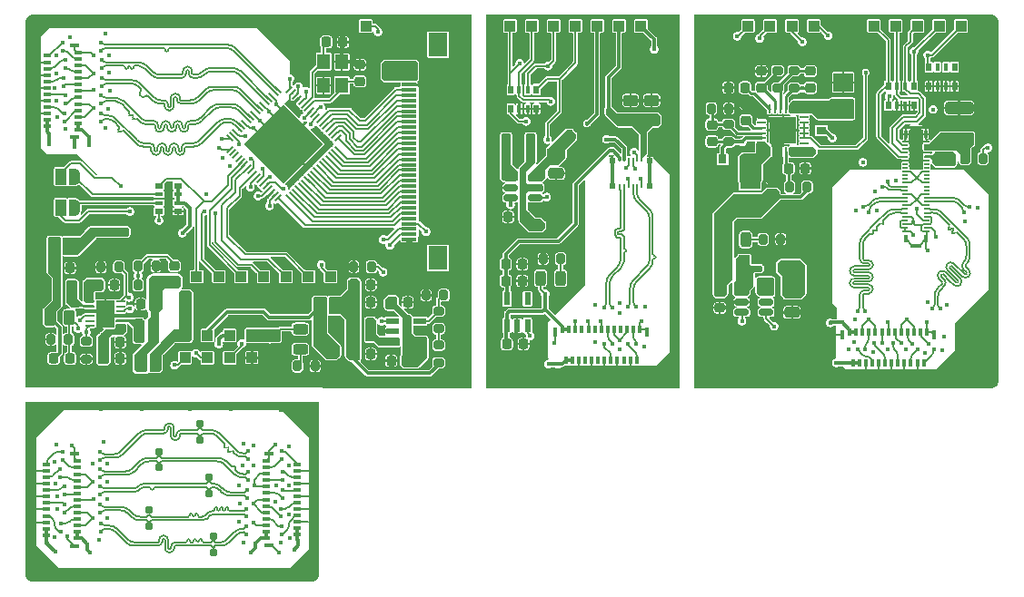
<source format=gtl>
G04 #@! TF.GenerationSoftware,KiCad,Pcbnew,7.0.8*
G04 #@! TF.CreationDate,2023-11-02T22:20:23+02:00*
G04 #@! TF.ProjectId,ssd2828_board,73736432-3832-4385-9f62-6f6172642e6b,rev?*
G04 #@! TF.SameCoordinates,Original*
G04 #@! TF.FileFunction,Copper,L1,Top*
G04 #@! TF.FilePolarity,Positive*
%FSLAX46Y46*%
G04 Gerber Fmt 4.6, Leading zero omitted, Abs format (unit mm)*
G04 Created by KiCad (PCBNEW 7.0.8) date 2023-11-02 22:20:23*
%MOMM*%
%LPD*%
G01*
G04 APERTURE LIST*
G04 Aperture macros list*
%AMRoundRect*
0 Rectangle with rounded corners*
0 $1 Rounding radius*
0 $2 $3 $4 $5 $6 $7 $8 $9 X,Y pos of 4 corners*
0 Add a 4 corners polygon primitive as box body*
4,1,4,$2,$3,$4,$5,$6,$7,$8,$9,$2,$3,0*
0 Add four circle primitives for the rounded corners*
1,1,$1+$1,$2,$3*
1,1,$1+$1,$4,$5*
1,1,$1+$1,$6,$7*
1,1,$1+$1,$8,$9*
0 Add four rect primitives between the rounded corners*
20,1,$1+$1,$2,$3,$4,$5,0*
20,1,$1+$1,$4,$5,$6,$7,0*
20,1,$1+$1,$6,$7,$8,$9,0*
20,1,$1+$1,$8,$9,$2,$3,0*%
%AMRotRect*
0 Rectangle, with rotation*
0 The origin of the aperture is its center*
0 $1 length*
0 $2 width*
0 $3 Rotation angle, in degrees counterclockwise*
0 Add horizontal line*
21,1,$1,$2,0,0,$3*%
%AMFreePoly0*
4,1,33,0.000000,0.749013,0.031395,0.749013,0.093691,0.741144,0.154508,0.725528,0.212890,0.702414,0.267913,0.672164,0.318712,0.635257,0.364484,0.592274,0.404508,0.543893,0.438153,0.490877,0.464888,0.434062,0.484292,0.374345,0.496057,0.312667,0.500000,0.250000,0.500000,-0.250000,0.496057,-0.312667,0.484292,-0.374345,0.464888,-0.434062,0.438153,-0.490877,0.404508,-0.543893,
0.364484,-0.592274,0.318712,-0.635257,0.267913,-0.672164,0.212890,-0.702414,0.154508,-0.725528,0.093691,-0.741144,0.031395,-0.749013,0.000000,-0.749013,0.000000,-0.750000,-0.550000,-0.750000,-0.550000,0.750000,0.000000,0.750000,0.000000,0.749013,0.000000,0.749013,$1*%
%AMFreePoly1*
4,1,33,0.550000,-0.750000,0.000000,-0.750000,0.000000,-0.749013,-0.031395,-0.749013,-0.093691,-0.741144,-0.154508,-0.725528,-0.212890,-0.702414,-0.267913,-0.672164,-0.318712,-0.635257,-0.364484,-0.592274,-0.404508,-0.543893,-0.438153,-0.490877,-0.464888,-0.434062,-0.484292,-0.374345,-0.496057,-0.312667,-0.500000,-0.250000,-0.500000,0.250000,-0.496057,0.312667,-0.484292,0.374345,-0.464888,0.434062,
-0.438153,0.490877,-0.404508,0.543893,-0.364484,0.592274,-0.318712,0.635257,-0.267913,0.672164,-0.212890,0.702414,-0.154508,0.725528,-0.093691,0.741144,-0.031395,0.749013,0.000000,0.749013,0.000000,0.750000,0.550000,0.750000,0.550000,-0.750000,0.550000,-0.750000,$1*%
G04 Aperture macros list end*
G04 #@! TA.AperFunction,SMDPad,CuDef*
%ADD10R,1.000000X1.000000*%
G04 #@! TD*
G04 #@! TA.AperFunction,SMDPad,CuDef*
%ADD11R,1.000000X1.500000*%
G04 #@! TD*
G04 #@! TA.AperFunction,SMDPad,CuDef*
%ADD12RoundRect,0.225000X0.225000X0.250000X-0.225000X0.250000X-0.225000X-0.250000X0.225000X-0.250000X0*%
G04 #@! TD*
G04 #@! TA.AperFunction,SMDPad,CuDef*
%ADD13R,0.600000X1.200000*%
G04 #@! TD*
G04 #@! TA.AperFunction,SMDPad,CuDef*
%ADD14RoundRect,0.200000X0.275000X-0.200000X0.275000X0.200000X-0.275000X0.200000X-0.275000X-0.200000X0*%
G04 #@! TD*
G04 #@! TA.AperFunction,SMDPad,CuDef*
%ADD15RoundRect,0.200000X-0.275000X0.200000X-0.275000X-0.200000X0.275000X-0.200000X0.275000X0.200000X0*%
G04 #@! TD*
G04 #@! TA.AperFunction,SMDPad,CuDef*
%ADD16R,1.000000X2.200000*%
G04 #@! TD*
G04 #@! TA.AperFunction,SMDPad,CuDef*
%ADD17RoundRect,0.225000X-0.225000X-0.250000X0.225000X-0.250000X0.225000X0.250000X-0.225000X0.250000X0*%
G04 #@! TD*
G04 #@! TA.AperFunction,SMDPad,CuDef*
%ADD18RoundRect,0.150000X-0.512500X-0.150000X0.512500X-0.150000X0.512500X0.150000X-0.512500X0.150000X0*%
G04 #@! TD*
G04 #@! TA.AperFunction,SMDPad,CuDef*
%ADD19RoundRect,0.175000X-0.175000X-0.175000X0.175000X-0.175000X0.175000X0.175000X-0.175000X0.175000X0*%
G04 #@! TD*
G04 #@! TA.AperFunction,SMDPad,CuDef*
%ADD20RoundRect,0.225000X0.250000X-0.225000X0.250000X0.225000X-0.250000X0.225000X-0.250000X-0.225000X0*%
G04 #@! TD*
G04 #@! TA.AperFunction,SMDPad,CuDef*
%ADD21R,0.500000X0.800000*%
G04 #@! TD*
G04 #@! TA.AperFunction,SMDPad,CuDef*
%ADD22R,0.400000X0.800000*%
G04 #@! TD*
G04 #@! TA.AperFunction,SMDPad,CuDef*
%ADD23RoundRect,0.250000X-0.262500X-0.450000X0.262500X-0.450000X0.262500X0.450000X-0.262500X0.450000X0*%
G04 #@! TD*
G04 #@! TA.AperFunction,SMDPad,CuDef*
%ADD24RoundRect,0.200000X-0.200000X-0.275000X0.200000X-0.275000X0.200000X0.275000X-0.200000X0.275000X0*%
G04 #@! TD*
G04 #@! TA.AperFunction,SMDPad,CuDef*
%ADD25R,0.950000X0.400000*%
G04 #@! TD*
G04 #@! TA.AperFunction,SMDPad,CuDef*
%ADD26R,0.800000X0.300000*%
G04 #@! TD*
G04 #@! TA.AperFunction,SMDPad,CuDef*
%ADD27R,0.650000X0.300000*%
G04 #@! TD*
G04 #@! TA.AperFunction,SMDPad,CuDef*
%ADD28R,1.200000X0.600000*%
G04 #@! TD*
G04 #@! TA.AperFunction,SMDPad,CuDef*
%ADD29RotRect,5.200000X5.200000X315.000000*%
G04 #@! TD*
G04 #@! TA.AperFunction,SMDPad,CuDef*
%ADD30RoundRect,0.050000X-0.291682X-0.220971X-0.220971X-0.291682X0.291682X0.220971X0.220971X0.291682X0*%
G04 #@! TD*
G04 #@! TA.AperFunction,SMDPad,CuDef*
%ADD31RoundRect,0.050000X-0.291682X0.220971X0.220971X-0.291682X0.291682X-0.220971X-0.220971X0.291682X0*%
G04 #@! TD*
G04 #@! TA.AperFunction,SMDPad,CuDef*
%ADD32R,1.870000X1.720000*%
G04 #@! TD*
G04 #@! TA.AperFunction,SMDPad,CuDef*
%ADD33RoundRect,0.200000X0.200000X0.275000X-0.200000X0.275000X-0.200000X-0.275000X0.200000X-0.275000X0*%
G04 #@! TD*
G04 #@! TA.AperFunction,SMDPad,CuDef*
%ADD34RoundRect,0.225000X-0.250000X0.225000X-0.250000X-0.225000X0.250000X-0.225000X0.250000X0.225000X0*%
G04 #@! TD*
G04 #@! TA.AperFunction,SMDPad,CuDef*
%ADD35R,1.200000X1.400000*%
G04 #@! TD*
G04 #@! TA.AperFunction,SMDPad,CuDef*
%ADD36R,0.400000X0.950000*%
G04 #@! TD*
G04 #@! TA.AperFunction,SMDPad,CuDef*
%ADD37R,0.300000X0.800000*%
G04 #@! TD*
G04 #@! TA.AperFunction,SMDPad,CuDef*
%ADD38R,0.300000X0.650000*%
G04 #@! TD*
G04 #@! TA.AperFunction,SMDPad,CuDef*
%ADD39RoundRect,0.243750X0.456250X-0.243750X0.456250X0.243750X-0.456250X0.243750X-0.456250X-0.243750X0*%
G04 #@! TD*
G04 #@! TA.AperFunction,SMDPad,CuDef*
%ADD40R,0.700000X2.000000*%
G04 #@! TD*
G04 #@! TA.AperFunction,SMDPad,CuDef*
%ADD41R,0.800000X0.500000*%
G04 #@! TD*
G04 #@! TA.AperFunction,SMDPad,CuDef*
%ADD42R,0.800000X0.400000*%
G04 #@! TD*
G04 #@! TA.AperFunction,SMDPad,CuDef*
%ADD43R,0.900000X0.800000*%
G04 #@! TD*
G04 #@! TA.AperFunction,SMDPad,CuDef*
%ADD44FreePoly0,0.000000*%
G04 #@! TD*
G04 #@! TA.AperFunction,SMDPad,CuDef*
%ADD45FreePoly1,0.000000*%
G04 #@! TD*
G04 #@! TA.AperFunction,SMDPad,CuDef*
%ADD46R,0.500000X0.470000*%
G04 #@! TD*
G04 #@! TA.AperFunction,SMDPad,CuDef*
%ADD47R,0.240000X0.450000*%
G04 #@! TD*
G04 #@! TA.AperFunction,SMDPad,CuDef*
%ADD48R,1.700000X2.500000*%
G04 #@! TD*
G04 #@! TA.AperFunction,SMDPad,CuDef*
%ADD49RoundRect,0.050000X-0.350000X-0.050000X0.350000X-0.050000X0.350000X0.050000X-0.350000X0.050000X0*%
G04 #@! TD*
G04 #@! TA.AperFunction,SMDPad,CuDef*
%ADD50R,0.800000X2.700000*%
G04 #@! TD*
G04 #@! TA.AperFunction,SMDPad,CuDef*
%ADD51RoundRect,0.250000X-0.475000X0.250000X-0.475000X-0.250000X0.475000X-0.250000X0.475000X0.250000X0*%
G04 #@! TD*
G04 #@! TA.AperFunction,SMDPad,CuDef*
%ADD52RoundRect,0.250000X-0.450000X0.262500X-0.450000X-0.262500X0.450000X-0.262500X0.450000X0.262500X0*%
G04 #@! TD*
G04 #@! TA.AperFunction,SMDPad,CuDef*
%ADD53R,0.350000X0.800000*%
G04 #@! TD*
G04 #@! TA.AperFunction,SMDPad,CuDef*
%ADD54R,1.000000X0.300000*%
G04 #@! TD*
G04 #@! TA.AperFunction,SMDPad,CuDef*
%ADD55R,0.467000X0.180000*%
G04 #@! TD*
G04 #@! TA.AperFunction,SMDPad,CuDef*
%ADD56R,0.800000X0.900000*%
G04 #@! TD*
G04 #@! TA.AperFunction,SMDPad,CuDef*
%ADD57RoundRect,0.112500X0.187500X0.112500X-0.187500X0.112500X-0.187500X-0.112500X0.187500X-0.112500X0*%
G04 #@! TD*
G04 #@! TA.AperFunction,SMDPad,CuDef*
%ADD58R,1.400000X0.300000*%
G04 #@! TD*
G04 #@! TA.AperFunction,SMDPad,CuDef*
%ADD59R,1.800000X2.200000*%
G04 #@! TD*
G04 #@! TA.AperFunction,SMDPad,CuDef*
%ADD60RoundRect,0.243750X0.243750X0.456250X-0.243750X0.456250X-0.243750X-0.456250X0.243750X-0.456250X0*%
G04 #@! TD*
G04 #@! TA.AperFunction,SMDPad,CuDef*
%ADD61RoundRect,0.250000X1.075000X-0.312500X1.075000X0.312500X-1.075000X0.312500X-1.075000X-0.312500X0*%
G04 #@! TD*
G04 #@! TA.AperFunction,SMDPad,CuDef*
%ADD62R,2.450000X2.450000*%
G04 #@! TD*
G04 #@! TA.AperFunction,SMDPad,CuDef*
%ADD63RoundRect,0.062500X0.325000X-0.062500X0.325000X0.062500X-0.325000X0.062500X-0.325000X-0.062500X0*%
G04 #@! TD*
G04 #@! TA.AperFunction,SMDPad,CuDef*
%ADD64RoundRect,0.062500X0.062500X-0.325000X0.062500X0.325000X-0.062500X0.325000X-0.062500X-0.325000X0*%
G04 #@! TD*
G04 #@! TA.AperFunction,SMDPad,CuDef*
%ADD65R,0.650000X2.000000*%
G04 #@! TD*
G04 #@! TA.AperFunction,ViaPad*
%ADD66C,0.450000*%
G04 #@! TD*
G04 #@! TA.AperFunction,Conductor*
%ADD67C,0.200000*%
G04 #@! TD*
G04 #@! TA.AperFunction,Conductor*
%ADD68C,0.350000*%
G04 #@! TD*
G04 #@! TA.AperFunction,Conductor*
%ADD69C,0.250000*%
G04 #@! TD*
G04 #@! TA.AperFunction,Conductor*
%ADD70C,0.300000*%
G04 #@! TD*
G04 #@! TA.AperFunction,Conductor*
%ADD71C,0.166000*%
G04 #@! TD*
G04 APERTURE END LIST*
D10*
X83718400Y-52476400D03*
D11*
X56022000Y-73025000D03*
X54722000Y-73025000D03*
D10*
X101219000Y-52463200D03*
D12*
X86093000Y-83705200D03*
X87643000Y-83705200D03*
D13*
X96890000Y-77920999D03*
X98790000Y-77920999D03*
X98790000Y-80420999D03*
X97840000Y-80420999D03*
X96890000Y-80420999D03*
D10*
X76276200Y-75856600D03*
D14*
X90514000Y-79070200D03*
X90514000Y-80720200D03*
D15*
X117525800Y-63283600D03*
X117525800Y-61633600D03*
D16*
X119009200Y-74955400D03*
X117109200Y-74955400D03*
D10*
X66878200Y-81343000D03*
X73126600Y-81343000D03*
D17*
X98310200Y-76249999D03*
X96760200Y-76249999D03*
X60846000Y-81972600D03*
X59296000Y-81972600D03*
D10*
X103251000Y-52463200D03*
D17*
X84188600Y-78257400D03*
X82638600Y-78257400D03*
D10*
X123444000Y-52463200D03*
D18*
X99488399Y-66628800D03*
X99488399Y-67578800D03*
X99488399Y-68528800D03*
X97213399Y-68528800D03*
X97213399Y-67578800D03*
X97213399Y-66628800D03*
D19*
X63500000Y-99187000D03*
D12*
X80049605Y-53961800D03*
X81599605Y-53961800D03*
D20*
X120573800Y-56679800D03*
X120573800Y-58229800D03*
D21*
X97225000Y-58395800D03*
D22*
X98025000Y-58395800D03*
X98825000Y-58395800D03*
D21*
X99625000Y-58395800D03*
X99625000Y-60195800D03*
D22*
X98825000Y-60195800D03*
X98025000Y-60195800D03*
D21*
X97225000Y-60195800D03*
D15*
X123621800Y-58279800D03*
X123621800Y-56629800D03*
D19*
X63500000Y-97663000D03*
D23*
X56116500Y-79686600D03*
X54291500Y-79686600D03*
D24*
X117563400Y-60172600D03*
X115913400Y-60172600D03*
D17*
X84188600Y-83083400D03*
X82638600Y-83083400D03*
D25*
X74743000Y-92349000D03*
X74743000Y-100949000D03*
D26*
X74469000Y-93049000D03*
D27*
X77343000Y-93349000D03*
D26*
X74469000Y-93649000D03*
D27*
X77343000Y-93949000D03*
D26*
X74469000Y-94249000D03*
D27*
X77343000Y-94549000D03*
D26*
X74469000Y-94849000D03*
D27*
X77343000Y-95149000D03*
D26*
X74469000Y-95449000D03*
D27*
X77343000Y-95749000D03*
D26*
X74469000Y-96049000D03*
D27*
X77343000Y-96349000D03*
D26*
X74469000Y-96649000D03*
D27*
X77343000Y-96949000D03*
D26*
X74469000Y-97249000D03*
D27*
X77343000Y-97549000D03*
D26*
X74469000Y-97849000D03*
D27*
X77343000Y-98149000D03*
D26*
X74469000Y-98449000D03*
D27*
X77343000Y-98749000D03*
D26*
X74469000Y-99049000D03*
D27*
X77343000Y-99349000D03*
D26*
X74469000Y-99649000D03*
D27*
X77343000Y-99949000D03*
D26*
X74469000Y-100249000D03*
D10*
X139192000Y-52463200D03*
D28*
X88736000Y-80022200D03*
X88736000Y-81922200D03*
X86236000Y-81922200D03*
X86236000Y-80972200D03*
X86236000Y-80022200D03*
D10*
X70027800Y-75856600D03*
X78359000Y-75856600D03*
X71043800Y-83425800D03*
D24*
X64160800Y-74860600D03*
X62510800Y-74860600D03*
D29*
X76073000Y-63469761D03*
D30*
X76594491Y-58422786D03*
X76877334Y-58705629D03*
X77160177Y-58988472D03*
X77443019Y-59271314D03*
X77725862Y-59554157D03*
X78008705Y-59837000D03*
X78291548Y-60119843D03*
X78574390Y-60402685D03*
X78857233Y-60685528D03*
X79140076Y-60968371D03*
X79422918Y-61251213D03*
X79705761Y-61534056D03*
X79988604Y-61816899D03*
X80271447Y-62099742D03*
X80554289Y-62382584D03*
X80837132Y-62665427D03*
X81119975Y-62948270D03*
D31*
X81119975Y-63991252D03*
X80837132Y-64274095D03*
X80554289Y-64556938D03*
X80271447Y-64839780D03*
X79988604Y-65122623D03*
X79705761Y-65405466D03*
X79422918Y-65688309D03*
X79140076Y-65971151D03*
X78857233Y-66253994D03*
X78574390Y-66536837D03*
X78291548Y-66819679D03*
X78008705Y-67102522D03*
X77725862Y-67385365D03*
X77443019Y-67668208D03*
X77160177Y-67951050D03*
X76877334Y-68233893D03*
X76594491Y-68516736D03*
D30*
X75551509Y-68516736D03*
X75268666Y-68233893D03*
X74985823Y-67951050D03*
X74702981Y-67668208D03*
X74420138Y-67385365D03*
X74137295Y-67102522D03*
X73854452Y-66819679D03*
X73571610Y-66536837D03*
X73288767Y-66253994D03*
X73005924Y-65971151D03*
X72723082Y-65688309D03*
X72440239Y-65405466D03*
X72157396Y-65122623D03*
X71874553Y-64839780D03*
X71591711Y-64556938D03*
X71308868Y-64274095D03*
X71026025Y-63991252D03*
D31*
X71026025Y-62948270D03*
X71308868Y-62665427D03*
X71591711Y-62382584D03*
X71874553Y-62099742D03*
X72157396Y-61816899D03*
X72440239Y-61534056D03*
X72723082Y-61251213D03*
X73005924Y-60968371D03*
X73288767Y-60685528D03*
X73571610Y-60402685D03*
X73854452Y-60119843D03*
X74137295Y-59837000D03*
X74420138Y-59554157D03*
X74702981Y-59271314D03*
X74985823Y-58988472D03*
X75268666Y-58705629D03*
X75551509Y-58422786D03*
D32*
X119532400Y-66816600D03*
X119532400Y-69276600D03*
D33*
X89345000Y-77583800D03*
X90995000Y-77583800D03*
D32*
X128219200Y-60183400D03*
X128219200Y-57723400D03*
D17*
X87643000Y-78244200D03*
X86093000Y-78244200D03*
D11*
X64109601Y-83921600D03*
X62809601Y-83921600D03*
D34*
X125145800Y-58229800D03*
X125145800Y-56679800D03*
D10*
X119329200Y-52476400D03*
D34*
X115976400Y-63233600D03*
X115976400Y-61683600D03*
D19*
X64465200Y-92176600D03*
D10*
X105283000Y-52463200D03*
D24*
X124853200Y-67487800D03*
X123203200Y-67487800D03*
D19*
X68300600Y-89560400D03*
D35*
X79795000Y-58008200D03*
X79795000Y-55808200D03*
X81495000Y-55808200D03*
X81495000Y-58008200D03*
D36*
X136713000Y-81312200D03*
X128113000Y-81312200D03*
D37*
X136013000Y-81038200D03*
D38*
X135713000Y-83912200D03*
D37*
X135413000Y-81038200D03*
D38*
X135113000Y-83912200D03*
D37*
X134813000Y-81038200D03*
D38*
X134513000Y-83912200D03*
D37*
X134213000Y-81038200D03*
D38*
X133913000Y-83912200D03*
D37*
X133613000Y-81038200D03*
D38*
X133313000Y-83912200D03*
D37*
X133013000Y-81038200D03*
D38*
X132713000Y-83912200D03*
D37*
X132413000Y-81038200D03*
D38*
X132113000Y-83912200D03*
D37*
X131813000Y-81038200D03*
D38*
X131513000Y-83912200D03*
D37*
X131213000Y-81038200D03*
D38*
X130913000Y-83912200D03*
D37*
X130613000Y-81038200D03*
D38*
X130313000Y-83912200D03*
D37*
X130013000Y-81038200D03*
D38*
X129713000Y-83912200D03*
D37*
X129413000Y-81038200D03*
D38*
X129113000Y-83912200D03*
D37*
X128813000Y-81038200D03*
D39*
X77622400Y-80748900D03*
X77622400Y-82623900D03*
D33*
X59054500Y-74962200D03*
X60704500Y-74962200D03*
D40*
X82688600Y-80797400D03*
X84138600Y-80797400D03*
D10*
X74193400Y-75856600D03*
X66878200Y-83425800D03*
D19*
X64465200Y-93675200D03*
D41*
X66239800Y-67373000D03*
D42*
X66239800Y-68173000D03*
X66239800Y-68973000D03*
D41*
X66239800Y-69773000D03*
X64439800Y-69773000D03*
D42*
X64439800Y-68973000D03*
X64439800Y-68173000D03*
D41*
X64439800Y-67373000D03*
D43*
X126161800Y-62211600D03*
X126161800Y-59911600D03*
D44*
X56595800Y-66519300D03*
D11*
X55295800Y-66519300D03*
D45*
X53995800Y-66519300D03*
D17*
X60846000Y-83496600D03*
X59296000Y-83496600D03*
D33*
X139586200Y-64820800D03*
X141236200Y-64820800D03*
D17*
X98310200Y-74700599D03*
X96760200Y-74700599D03*
D46*
X110173000Y-64984200D03*
X110173000Y-67374200D03*
X106673000Y-64984200D03*
X106673000Y-67374200D03*
D47*
X109423000Y-64954200D03*
X109423000Y-67404200D03*
X109023000Y-64954200D03*
X109023000Y-67404200D03*
X108623000Y-64954200D03*
X108623000Y-67404200D03*
X108223000Y-64954200D03*
X108223000Y-67404200D03*
X107823000Y-64954200D03*
X107823000Y-67404200D03*
X107423000Y-64954200D03*
X107423000Y-67404200D03*
D10*
X80441800Y-75856600D03*
D48*
X59442800Y-79295600D03*
D49*
X60892800Y-78170600D03*
X60892800Y-78620600D03*
X60892800Y-79070600D03*
X60892800Y-79520600D03*
X60892800Y-79970600D03*
X60892800Y-80420600D03*
X57992800Y-80420600D03*
X57992800Y-79970600D03*
X57992800Y-79520600D03*
X57992800Y-79070600D03*
X57992800Y-78620600D03*
X57992800Y-78170600D03*
D44*
X56595800Y-69405000D03*
D11*
X55295800Y-69405000D03*
D45*
X53995800Y-69405000D03*
D15*
X57683400Y-83539600D03*
X57683400Y-81889600D03*
D19*
X69494400Y-100050600D03*
D50*
X96792400Y-63881000D03*
X99092400Y-63881000D03*
D10*
X133096000Y-52463200D03*
D17*
X84188600Y-76606400D03*
X82638600Y-76606400D03*
D19*
X69088000Y-94538800D03*
D10*
X72110600Y-75856600D03*
X71043800Y-81343000D03*
D51*
X123444000Y-79194200D03*
X123444000Y-77294200D03*
D52*
X108397600Y-61224300D03*
X108397600Y-59399300D03*
D34*
X83185000Y-57632400D03*
X83185000Y-56082400D03*
D19*
X68300600Y-91109800D03*
D10*
X131064000Y-52463200D03*
D25*
X56622000Y-62841200D03*
X56622000Y-54241200D03*
D26*
X56896000Y-62141200D03*
D27*
X54022000Y-61841200D03*
D26*
X56896000Y-61541200D03*
D27*
X54022000Y-61241200D03*
D26*
X56896000Y-60941200D03*
D27*
X54022000Y-60641200D03*
D26*
X56896000Y-60341200D03*
D27*
X54022000Y-60041200D03*
D26*
X56896000Y-59741200D03*
D27*
X54022000Y-59441200D03*
D26*
X56896000Y-59141200D03*
D27*
X54022000Y-58841200D03*
D26*
X56896000Y-58541200D03*
D27*
X54022000Y-58241200D03*
D26*
X56896000Y-57941200D03*
D27*
X54022000Y-57641200D03*
D26*
X56896000Y-57341200D03*
D27*
X54022000Y-57041200D03*
D26*
X56896000Y-56741200D03*
D27*
X54022000Y-56441200D03*
D26*
X56896000Y-56141200D03*
D27*
X54022000Y-55841200D03*
D26*
X56896000Y-55541200D03*
D27*
X54022000Y-55241200D03*
D26*
X56896000Y-54941200D03*
D12*
X117512800Y-58216800D03*
X119062800Y-58216800D03*
D20*
X119151400Y-59727800D03*
X119151400Y-61277800D03*
D10*
X67945000Y-75856600D03*
D40*
X64060800Y-80956600D03*
X62610800Y-80956600D03*
D53*
X135936000Y-72349200D03*
X135936000Y-62549200D03*
X134066000Y-62549200D03*
X134066000Y-72349200D03*
D54*
X135001000Y-61939200D03*
X135001000Y-72959200D03*
D55*
X133997000Y-63249200D03*
X136005000Y-63249200D03*
X133997000Y-63599200D03*
X136005000Y-63599200D03*
X133997000Y-63949200D03*
X136005000Y-63949200D03*
X133997000Y-64299200D03*
X136005000Y-64299200D03*
X133997000Y-64649200D03*
X136005000Y-64649200D03*
X133997000Y-64999200D03*
X136005000Y-64999200D03*
X133997000Y-65349200D03*
X136005000Y-65349200D03*
X133997000Y-65699200D03*
X136005000Y-65699200D03*
X133997000Y-66049200D03*
X136005000Y-66049200D03*
X133997000Y-66399200D03*
X136005000Y-66399200D03*
X133997000Y-66749200D03*
X136005000Y-66749200D03*
X133997000Y-67099200D03*
X136005000Y-67099200D03*
X133997000Y-67449200D03*
X136005000Y-67449200D03*
X133997000Y-67799200D03*
X136005000Y-67799200D03*
X133997000Y-68149200D03*
X136005000Y-68149200D03*
X133997000Y-68499200D03*
X136005000Y-68499200D03*
X133997000Y-68849200D03*
X136005000Y-68849200D03*
X133997000Y-69199200D03*
X136005000Y-69199200D03*
X133997000Y-69549200D03*
X136005000Y-69549200D03*
X133997000Y-69899200D03*
X136005000Y-69899200D03*
X133997000Y-70249200D03*
X136005000Y-70249200D03*
X133997000Y-70599200D03*
X136005000Y-70599200D03*
X133997000Y-70949200D03*
X136005000Y-70949200D03*
X133997000Y-71299200D03*
X136005000Y-71299200D03*
X133997000Y-71649200D03*
X136005000Y-71649200D03*
D36*
X109964000Y-81058200D03*
X101364000Y-81058200D03*
D37*
X109264000Y-80784200D03*
D38*
X108964000Y-83658200D03*
D37*
X108664000Y-80784200D03*
D38*
X108364000Y-83658200D03*
D37*
X108064000Y-80784200D03*
D38*
X107764000Y-83658200D03*
D37*
X107464000Y-80784200D03*
D38*
X107164000Y-83658200D03*
D37*
X106864000Y-80784200D03*
D38*
X106564000Y-83658200D03*
D37*
X106264000Y-80784200D03*
D38*
X105964000Y-83658200D03*
D37*
X105664000Y-80784200D03*
D38*
X105364000Y-83658200D03*
D37*
X105064000Y-80784200D03*
D38*
X104764000Y-83658200D03*
D37*
X104464000Y-80784200D03*
D38*
X104164000Y-83658200D03*
D37*
X103864000Y-80784200D03*
D38*
X103564000Y-83658200D03*
D37*
X103264000Y-80784200D03*
D38*
X102964000Y-83658200D03*
D37*
X102664000Y-80784200D03*
D38*
X102364000Y-83658200D03*
D37*
X102064000Y-80784200D03*
D10*
X99187000Y-52463200D03*
X107315000Y-52463200D03*
D17*
X60300800Y-76638600D03*
X58750800Y-76638600D03*
D56*
X119285400Y-64897000D03*
X116985400Y-64897000D03*
D10*
X68961000Y-83425800D03*
X135128000Y-52463200D03*
D33*
X77356200Y-84201000D03*
X79006200Y-84201000D03*
D17*
X56182200Y-83496600D03*
X54632200Y-83496600D03*
D51*
X101473000Y-66228000D03*
X101473000Y-64328000D03*
D10*
X73126600Y-83425800D03*
D20*
X65875800Y-74847600D03*
X65875800Y-76397600D03*
D57*
X120362000Y-75069200D03*
X122462000Y-75069200D03*
D25*
X56571100Y-100979200D03*
X56571100Y-92379200D03*
D26*
X56845100Y-100279200D03*
D27*
X53971100Y-99979200D03*
D26*
X56845100Y-99679200D03*
D27*
X53971100Y-99379200D03*
D26*
X56845100Y-99079200D03*
D27*
X53971100Y-98779200D03*
D26*
X56845100Y-98479200D03*
D27*
X53971100Y-98179200D03*
D26*
X56845100Y-97879200D03*
D27*
X53971100Y-97579200D03*
D26*
X56845100Y-97279200D03*
D27*
X53971100Y-96979200D03*
D26*
X56845100Y-96679200D03*
D27*
X53971100Y-96379200D03*
D26*
X56845100Y-96079200D03*
D27*
X53971100Y-95779200D03*
D26*
X56845100Y-95479200D03*
D27*
X53971100Y-95179200D03*
D26*
X56845100Y-94879200D03*
D27*
X53971100Y-94579200D03*
D26*
X56845100Y-94279200D03*
D27*
X53971100Y-93979200D03*
D26*
X56845100Y-93679200D03*
D27*
X53971100Y-93379200D03*
D26*
X56845100Y-93079200D03*
D10*
X68961000Y-81343000D03*
D18*
X121025500Y-77294200D03*
X121025500Y-78244200D03*
X121025500Y-79194200D03*
X118750500Y-79194200D03*
X118750500Y-78244200D03*
X118750500Y-77294200D03*
D10*
X97155000Y-52463200D03*
D17*
X56172400Y-75043800D03*
X54622400Y-75043800D03*
D58*
X87757000Y-55912000D03*
X87757000Y-56412000D03*
X87757000Y-56912000D03*
X87757000Y-57412000D03*
X87757000Y-57912000D03*
X87757000Y-58412000D03*
X87757000Y-58912000D03*
X87757000Y-59412000D03*
X87757000Y-59912000D03*
X87757000Y-60412000D03*
X87757000Y-60912000D03*
X87757000Y-61412000D03*
X87757000Y-61912000D03*
X87757000Y-62412000D03*
X87757000Y-62912000D03*
X87757000Y-63412000D03*
X87757000Y-63912000D03*
X87757000Y-64412000D03*
X87757000Y-64912000D03*
X87757000Y-65412000D03*
X87757000Y-65912000D03*
X87757000Y-66412000D03*
X87757000Y-66912000D03*
X87757000Y-67412000D03*
X87757000Y-67912000D03*
X87757000Y-68412000D03*
X87757000Y-68912000D03*
X87757000Y-69412000D03*
X87757000Y-69912000D03*
X87757000Y-70412000D03*
X87757000Y-70912000D03*
X87757000Y-71412000D03*
X87757000Y-71912000D03*
X87757000Y-72412000D03*
D59*
X90472000Y-54212000D03*
X90472000Y-74112000D03*
D21*
X136188600Y-56300800D03*
D22*
X136988600Y-56300800D03*
X137788600Y-56300800D03*
D21*
X138588600Y-56300800D03*
X138588600Y-58100800D03*
D22*
X137788600Y-58100800D03*
X136988600Y-58100800D03*
D21*
X136188600Y-58100800D03*
D33*
X120739400Y-72364600D03*
X122389400Y-72364600D03*
D20*
X116713000Y-77215200D03*
X116713000Y-78765200D03*
D24*
X101891600Y-74193400D03*
X100241600Y-74193400D03*
D14*
X90514000Y-82245200D03*
X90514000Y-83895200D03*
D60*
X117248700Y-72390000D03*
X119123700Y-72390000D03*
D10*
X109347000Y-52463200D03*
D60*
X100002100Y-75996800D03*
X101877100Y-75996800D03*
D12*
X96862600Y-82143600D03*
X98412600Y-82143600D03*
D10*
X125476000Y-52463200D03*
X121386600Y-52476400D03*
D14*
X122097800Y-56629800D03*
X122097800Y-58279800D03*
D10*
X137160000Y-52463200D03*
D19*
X69494400Y-101574600D03*
D52*
X110363000Y-61222400D03*
X110363000Y-59397400D03*
D61*
X139014200Y-60107100D03*
X139014200Y-63032100D03*
D62*
X122598600Y-62197400D03*
D63*
X120611100Y-63447400D03*
X120611100Y-62947400D03*
X120611100Y-62447400D03*
X120611100Y-61947400D03*
X120611100Y-61447400D03*
X120611100Y-60947400D03*
D64*
X121348600Y-60209900D03*
X121848600Y-60209900D03*
X122348600Y-60209900D03*
X122848600Y-60209900D03*
X123348600Y-60209900D03*
X123848600Y-60209900D03*
D63*
X124586100Y-60947400D03*
X124586100Y-61447400D03*
X124586100Y-61947400D03*
X124586100Y-62447400D03*
X124586100Y-62947400D03*
X124586100Y-63447400D03*
D64*
X123848600Y-64184900D03*
X123348600Y-64184900D03*
X122848600Y-64184900D03*
X122348600Y-64184900D03*
X121848600Y-64184900D03*
X121348600Y-64184900D03*
D65*
X54925600Y-77279000D03*
X56275600Y-77279000D03*
D33*
X54379000Y-81718600D03*
X56029000Y-81718600D03*
D19*
X69088000Y-96088200D03*
D33*
X82614000Y-74930000D03*
X84264000Y-74930000D03*
X62510800Y-76638600D03*
X64160800Y-76638600D03*
D12*
X62750400Y-78422000D03*
X64300400Y-78422000D03*
D11*
X79522800Y-78587600D03*
X80822800Y-78587600D03*
D12*
X96989600Y-70281801D03*
X98539600Y-70281801D03*
D20*
X121564400Y-66712800D03*
X121564400Y-68262800D03*
D17*
X124676200Y-65760600D03*
X123126200Y-65760600D03*
D21*
X132404000Y-58080000D03*
D22*
X133204000Y-58080000D03*
X134004000Y-58080000D03*
D21*
X134804000Y-58080000D03*
X134804000Y-59880000D03*
D22*
X134004000Y-59880000D03*
X133204000Y-59880000D03*
D21*
X132404000Y-59880000D03*
D66*
X98653600Y-61366400D03*
X130048000Y-65176400D03*
X132486400Y-59029600D03*
X76301600Y-63144400D03*
X79375000Y-63500000D03*
X75565000Y-64770000D03*
X74295000Y-64770000D03*
X74930000Y-64135000D03*
X76200000Y-64135000D03*
X75565000Y-63500000D03*
X69850000Y-77470000D03*
X84455000Y-56515000D03*
X78105000Y-53340000D03*
X83185000Y-54610000D03*
X64135000Y-73025000D03*
X97790000Y-62230000D03*
X108585000Y-56515000D03*
X104140000Y-60325000D03*
X104140000Y-56515000D03*
X127000000Y-67945000D03*
X127000000Y-76200000D03*
X138430000Y-61595000D03*
X128270000Y-52070000D03*
X121920000Y-70485000D03*
X122555000Y-83185000D03*
X118110000Y-83185000D03*
X102870000Y-73025000D03*
X87630000Y-74930000D03*
X60325000Y-73025000D03*
X75565000Y-78105000D03*
X76200000Y-71120000D03*
X52705000Y-89535000D03*
X52705000Y-92075000D03*
X52705000Y-94615000D03*
X52705000Y-97155000D03*
X52705000Y-100330000D03*
X53340000Y-102870000D03*
X55245000Y-103505000D03*
X59055000Y-103505000D03*
X62865000Y-103505000D03*
X66675000Y-103505000D03*
X70485000Y-103505000D03*
X74930000Y-103505000D03*
X78105000Y-103505000D03*
X78740000Y-101600000D03*
X78740000Y-98425000D03*
X78740000Y-95885000D03*
X78740000Y-92710000D03*
X78105000Y-89535000D03*
X75819000Y-88315800D03*
X71120000Y-88265000D03*
X67310000Y-88265000D03*
X62865000Y-88265000D03*
X59055000Y-88265000D03*
X55245000Y-88265000D03*
X52705000Y-88265000D03*
X114935000Y-82550000D03*
X114935000Y-79375000D03*
X114935000Y-76200000D03*
X114935000Y-73025000D03*
X114935000Y-70485000D03*
X114935000Y-67945000D03*
X114935000Y-64770000D03*
X114935000Y-61595000D03*
X114935000Y-57785000D03*
X114935000Y-54610000D03*
X114935000Y-52070000D03*
X141605000Y-52070000D03*
X142240000Y-53975000D03*
X142240000Y-56515000D03*
X142240000Y-59055000D03*
X142240000Y-61595000D03*
X142240000Y-64770000D03*
X142240000Y-67310000D03*
X142240000Y-69850000D03*
X142240000Y-73025000D03*
X142240000Y-76200000D03*
X142240000Y-79375000D03*
X142240000Y-81915000D03*
X142240000Y-84455000D03*
X139700000Y-85725000D03*
X136525000Y-85725000D03*
X132715000Y-85725000D03*
X129540000Y-85725000D03*
X125730000Y-85725000D03*
X121920000Y-85725000D03*
X118745000Y-85725000D03*
X115570000Y-85725000D03*
X95250000Y-83820000D03*
X95250000Y-80010000D03*
X95250000Y-76200000D03*
X95250000Y-73025000D03*
X95250000Y-69215000D03*
X95250000Y-65405000D03*
X95250000Y-62230000D03*
X95250000Y-58420000D03*
X95250000Y-55245000D03*
X95250000Y-52070000D03*
X112395000Y-52070000D03*
X112395000Y-54610000D03*
X112395000Y-57785000D03*
X112395000Y-61595000D03*
X112395000Y-64770000D03*
X112395000Y-67945000D03*
X112395000Y-70485000D03*
X112395000Y-73025000D03*
X112395000Y-76200000D03*
X112395000Y-79375000D03*
X112395000Y-82550000D03*
X111760000Y-85725000D03*
X107315000Y-85725000D03*
X103505000Y-85725000D03*
X99695000Y-85725000D03*
X95885000Y-85725000D03*
X87630000Y-52070000D03*
X81280000Y-52070000D03*
X77470000Y-52070000D03*
X92710000Y-53975000D03*
X92710000Y-57150000D03*
X92710000Y-60325000D03*
X92710000Y-63500000D03*
X92710000Y-66675000D03*
X92710000Y-69850000D03*
X92710000Y-73660000D03*
X92710000Y-76835000D03*
X92710000Y-80010000D03*
X92710000Y-83820000D03*
X91440000Y-85725000D03*
X87630000Y-85725000D03*
X84455000Y-85725000D03*
X80645000Y-85725000D03*
X76835000Y-85725000D03*
X73025000Y-85725000D03*
X69215000Y-85725000D03*
X66040000Y-85725000D03*
X62230000Y-85725000D03*
X57785000Y-85725000D03*
X53975000Y-85725000D03*
X52705000Y-84455000D03*
X52705000Y-81280000D03*
X52705000Y-78105000D03*
X52705000Y-74930000D03*
X52705000Y-71755000D03*
X52705000Y-69215000D03*
X52705000Y-66040000D03*
X52705000Y-63500000D03*
X52705000Y-60325000D03*
X52705000Y-57150000D03*
X52705000Y-54610000D03*
X54610000Y-52070000D03*
X58420000Y-52070000D03*
X62230000Y-52070000D03*
X66040000Y-52070000D03*
X69850000Y-52070000D03*
X73660000Y-52070000D03*
X84861400Y-53009800D03*
X77978000Y-61010800D03*
X71983600Y-97053400D03*
X61620400Y-74662800D03*
X109728000Y-78689200D03*
X110173000Y-66153800D03*
X105130600Y-78486000D03*
X59486800Y-62001400D03*
X137566400Y-81483200D03*
X54889400Y-91516200D03*
X59613800Y-96621600D03*
X133146800Y-66929000D03*
X58369200Y-96621600D03*
X107365800Y-81762600D03*
X56159400Y-53543200D03*
X127279400Y-81597000D03*
X56567000Y-63764200D03*
X54889400Y-55245000D03*
X73228200Y-62013600D03*
X131013200Y-82931000D03*
X68834000Y-68199000D03*
X129235200Y-81940400D03*
X73279000Y-93497400D03*
X59461400Y-53162200D03*
X54686200Y-100203000D03*
X135026400Y-68656200D03*
X78079600Y-55956200D03*
X104419400Y-80010000D03*
X73279000Y-98780600D03*
X76530200Y-91668600D03*
X131165600Y-67919600D03*
X85217000Y-80936600D03*
X72212200Y-93497400D03*
X136042400Y-78232000D03*
X109423200Y-80010000D03*
X97713800Y-81292200D03*
X54914800Y-59461400D03*
X59893200Y-58521600D03*
X71932800Y-95300800D03*
X58343800Y-58394600D03*
X121208800Y-65709800D03*
X135001000Y-63728600D03*
X75387200Y-59753000D03*
X130606800Y-79806800D03*
X59690000Y-60172600D03*
X108178600Y-66751200D03*
X72339200Y-100685600D03*
X135051800Y-66598800D03*
X59588400Y-94970600D03*
X58267600Y-93268800D03*
X107051400Y-58635400D03*
X107391200Y-78308200D03*
X59664600Y-98348800D03*
X74701400Y-60489600D03*
X58699400Y-80987400D03*
X73304400Y-95300800D03*
X103505000Y-63982600D03*
X55702200Y-62103000D03*
X58293000Y-98374200D03*
X76606400Y-100279200D03*
X103264000Y-80010000D03*
X76555600Y-93497400D03*
X73253600Y-91592400D03*
X58343800Y-56870600D03*
X55905400Y-100050600D03*
X137896600Y-78460600D03*
X63246000Y-79311000D03*
X76530200Y-98069400D03*
X75793600Y-100685600D03*
X134061200Y-82677000D03*
X131368800Y-69723000D03*
X136017000Y-80137000D03*
X72313800Y-91465400D03*
X75285600Y-96901000D03*
X73228200Y-97053400D03*
X58877200Y-100406200D03*
X135839200Y-82956400D03*
X75615800Y-101574600D03*
X116789200Y-59283600D03*
X121869200Y-65024000D03*
X71882000Y-98755200D03*
X54711600Y-58242200D03*
X56286400Y-91617800D03*
X54787800Y-95199200D03*
X59664600Y-93294200D03*
X129286000Y-79832200D03*
X75311000Y-91541600D03*
X136042400Y-73380600D03*
X64795400Y-75247000D03*
X54940200Y-96316800D03*
X109321600Y-66751200D03*
X71475600Y-69608200D03*
X132410200Y-61010800D03*
X58343800Y-60147200D03*
X75336400Y-95326200D03*
X101574600Y-70053200D03*
X107391200Y-79273400D03*
X105613200Y-80010000D03*
X73894042Y-61296958D03*
X109651800Y-82346800D03*
X59309000Y-91313000D03*
X59766200Y-55219600D03*
X132334000Y-82677000D03*
X105130600Y-81991200D03*
X132384800Y-80086200D03*
X140766800Y-69418200D03*
X134112000Y-79857600D03*
X57175400Y-79070600D03*
X134975600Y-62839600D03*
X54737000Y-93167200D03*
X76581000Y-95326200D03*
X58293000Y-94970600D03*
X58343800Y-55168800D03*
X85191600Y-82956400D03*
X76631800Y-59791600D03*
X139573000Y-70688200D03*
X59766200Y-56819800D03*
X59867800Y-75805800D03*
X107365800Y-82651600D03*
X122174000Y-65938400D03*
X106673000Y-66153800D03*
X83312000Y-58902600D03*
X101320600Y-82016600D03*
X54965600Y-60985400D03*
X128752600Y-82677000D03*
X137439400Y-82702400D03*
X134721600Y-70815200D03*
X54864000Y-56870600D03*
X129286000Y-61925200D03*
X129413000Y-69697600D03*
X54940200Y-97561400D03*
X70358000Y-64744600D03*
X78130400Y-58559200D03*
X66624200Y-71792600D03*
X76657200Y-57365400D03*
X61188600Y-71704200D03*
X60147200Y-71678800D03*
X71907400Y-63537600D03*
X70027800Y-82143600D03*
X74752200Y-69252600D03*
X72466200Y-62750200D03*
X77444600Y-58102000D03*
X67259200Y-78206600D03*
X66573400Y-77495400D03*
X79527400Y-60057800D03*
X71043800Y-65506600D03*
X73685400Y-68312800D03*
X73431400Y-100787200D03*
X116713000Y-70256400D03*
X58013600Y-101625400D03*
X85750400Y-57175400D03*
X128117600Y-80137000D03*
X75412600Y-81089000D03*
X100431600Y-77444600D03*
X89154000Y-83146400D03*
X57937400Y-63613800D03*
X88442800Y-83769200D03*
X57886600Y-77406000D03*
X86410800Y-56692800D03*
X57759600Y-100812600D03*
X127000000Y-80162400D03*
X85725000Y-56235600D03*
X73964800Y-81089000D03*
X57810400Y-76491600D03*
X57937400Y-62801000D03*
X116459000Y-71551800D03*
X88468200Y-82613000D03*
X121488200Y-76733400D03*
X120421400Y-76250800D03*
X61087000Y-80885800D03*
X125120400Y-64338200D03*
X74752200Y-81686400D03*
X99999800Y-71056000D03*
X60121800Y-81089000D03*
X117170200Y-70916800D03*
X124383800Y-64008000D03*
X73025000Y-101600000D03*
X62510800Y-75755000D03*
X57124600Y-79895200D03*
X61747400Y-78853800D03*
X56896000Y-80708000D03*
X100736400Y-84010000D03*
X54229000Y-63512200D03*
X77063600Y-101320600D03*
X128473200Y-83908400D03*
X81051400Y-83108800D03*
X101625400Y-84023200D03*
X80543400Y-82219800D03*
X127558800Y-83896200D03*
X80086200Y-83185000D03*
X106146600Y-63042800D03*
X77419200Y-100533200D03*
X54762400Y-101549200D03*
X54229000Y-62547000D03*
X54076600Y-100787200D03*
X134747000Y-71958200D03*
X60858400Y-67411600D03*
X70307200Y-63029600D03*
X70078600Y-63817000D03*
X61747400Y-69773800D03*
X73025000Y-64833000D03*
X68656200Y-69760600D03*
X64465200Y-70612000D03*
X72974200Y-67513200D03*
X69723000Y-69913000D03*
X89331800Y-71653400D03*
X74139975Y-65814025D03*
X74803000Y-66536027D03*
X85369400Y-72390000D03*
X76073000Y-67665600D03*
X85979000Y-72923400D03*
X78587600Y-61645800D03*
X79578200Y-74739000D03*
X59036200Y-53993200D03*
X55499000Y-53993200D03*
X55499000Y-54743200D03*
X59036200Y-54743200D03*
X59082042Y-55644200D03*
X55702200Y-55644200D03*
X55702200Y-56394200D03*
X59082042Y-56394200D03*
X59141534Y-57295200D03*
X55563529Y-57295200D03*
X59141534Y-58045200D03*
X55563529Y-58045200D03*
X55753000Y-58946200D03*
X59078175Y-58946200D03*
X59078175Y-59696200D03*
X55753000Y-59696200D03*
X59066118Y-60597200D03*
X55670875Y-60597200D03*
X59066118Y-61347200D03*
X55670875Y-61347200D03*
X72161400Y-82105000D03*
X85217000Y-80022200D03*
X85344000Y-75438000D03*
X105924000Y-78775279D03*
X105924000Y-82169000D03*
X110591600Y-54635400D03*
X106654600Y-64121800D03*
X106674000Y-82169000D03*
X106674000Y-78775279D03*
X100965000Y-59499000D03*
X107975400Y-65722000D03*
X108133800Y-82169000D03*
X108133800Y-78698299D03*
X108839000Y-65747400D03*
X98067000Y-55964200D03*
X108883800Y-78698299D03*
X108883800Y-82169000D03*
X67894200Y-82994000D03*
X61696600Y-77787000D03*
X65913000Y-84111600D03*
X57683400Y-81038200D03*
X99034600Y-81381600D03*
X100667000Y-63064200D03*
X100578000Y-68421600D03*
X100711000Y-56197000D03*
X102717600Y-62458600D03*
X108712000Y-64236600D03*
X102616000Y-63246000D03*
X104317800Y-61569600D03*
X106349800Y-60452000D03*
X97205800Y-69151000D03*
X130277000Y-82666135D03*
X130277000Y-79090365D03*
X129527000Y-79090365D03*
X129527000Y-82666135D03*
X131858018Y-67476699D03*
X131851800Y-82042000D03*
X132388350Y-66946367D03*
X131101800Y-82042000D03*
X133604400Y-82042000D03*
X130617966Y-69835766D03*
X132854400Y-82042000D03*
X130087634Y-69305434D03*
X139429992Y-69868524D03*
X134608834Y-82107034D03*
X135139166Y-82637366D03*
X139960324Y-69338192D03*
X136132834Y-82132434D03*
X136505600Y-78867000D03*
X136663166Y-82662766D03*
X137255600Y-78867000D03*
X123875800Y-74650600D03*
X124333000Y-75844400D03*
X138201400Y-65074800D03*
X136779000Y-64947800D03*
X123621800Y-75438000D03*
X137490200Y-64465200D03*
X124409200Y-53949600D03*
X136093200Y-55168800D03*
X130302000Y-56794400D03*
X126796800Y-53365400D03*
X137007600Y-63119000D03*
X121767600Y-80479400D03*
X134797800Y-54825400D03*
X136575800Y-60248800D03*
X118770400Y-80010000D03*
X141706600Y-63830200D03*
X136804400Y-72136000D03*
X120421400Y-53619400D03*
X118809000Y-63283600D03*
X135077200Y-69545200D03*
X127203200Y-62915800D03*
X118338600Y-53416200D03*
X124383800Y-58279800D03*
X72720200Y-92131800D03*
X58953400Y-92208000D03*
X55498617Y-92208000D03*
X75920600Y-92131800D03*
X58953400Y-92958000D03*
X75920600Y-92881800D03*
X72720200Y-92881800D03*
X55498617Y-92958000D03*
X55216370Y-93808200D03*
X58953400Y-93808200D03*
X72720200Y-94062200D03*
X75996800Y-94062200D03*
X55216370Y-94558200D03*
X75996800Y-94812200D03*
X58953400Y-94558200D03*
X72720200Y-94812200D03*
X72644000Y-95764000D03*
X58978800Y-95408400D03*
X55676800Y-95408400D03*
X75971400Y-95764000D03*
X58978800Y-96158400D03*
X72644000Y-96514000D03*
X75971400Y-96514000D03*
X55676800Y-96158400D03*
X55676800Y-97135600D03*
X75768200Y-97498000D03*
X72602727Y-97498000D03*
X58978800Y-97135600D03*
X58978800Y-97885600D03*
X75768200Y-98248000D03*
X72602727Y-98248000D03*
X55676800Y-97885600D03*
X55295800Y-99612800D03*
X59029600Y-99612800D03*
X72572358Y-99917019D03*
X75869800Y-99917019D03*
X55295800Y-98862800D03*
X72572358Y-99167019D03*
X75869800Y-99167019D03*
X59029600Y-98862800D03*
D67*
X97995600Y-61366400D02*
X98653600Y-61366400D01*
X97225000Y-60595800D02*
X97995600Y-61366400D01*
X97225000Y-60195800D02*
X97225000Y-60595800D01*
X132404000Y-59112000D02*
X132486400Y-59029600D01*
X132404000Y-59880000D02*
X132404000Y-59112000D01*
X84582000Y-52476400D02*
X83718400Y-52476400D01*
X84861400Y-52755800D02*
X84582000Y-52476400D01*
X84861400Y-53009800D02*
X84861400Y-52755800D01*
X78574390Y-60414410D02*
X77978000Y-61010800D01*
X78574390Y-60402685D02*
X78574390Y-60414410D01*
X53313800Y-60641200D02*
X53289200Y-60616600D01*
X135051800Y-66598800D02*
X134502200Y-66049200D01*
X56571100Y-92379200D02*
X56571100Y-92805200D01*
X74743000Y-92349000D02*
X74743000Y-92109600D01*
X133997000Y-69199200D02*
X134483400Y-69199200D01*
X74743000Y-92349000D02*
X74743000Y-92775000D01*
D68*
X82910800Y-55808200D02*
X83185000Y-56082400D01*
D67*
X134518400Y-63246000D02*
X134515200Y-63249200D01*
X134519400Y-68149200D02*
X135026400Y-68656200D01*
X108064000Y-81064400D02*
X108064000Y-80784200D01*
X136439000Y-81038200D02*
X136713000Y-81312200D01*
X57614400Y-56141200D02*
X58343800Y-56870600D01*
X57798000Y-97879200D02*
X58293000Y-98374200D01*
X136428500Y-70822300D02*
X136301600Y-70949200D01*
X103564000Y-84484400D02*
X103555800Y-84492600D01*
D68*
X97713800Y-81292200D02*
X97713800Y-80547199D01*
D67*
X109423000Y-67404200D02*
X109423000Y-66852600D01*
X56622000Y-54667200D02*
X56896000Y-54941200D01*
X135471800Y-64299200D02*
X135458200Y-64312800D01*
X75387200Y-59396004D02*
X74985823Y-58994627D01*
X135051800Y-66598800D02*
X135601400Y-66049200D01*
X108223000Y-67404200D02*
X108223000Y-66795600D01*
X133913000Y-83912200D02*
X133913000Y-84660200D01*
X53971100Y-95179200D02*
X52827100Y-95179200D01*
X52820900Y-93979200D02*
X52726900Y-93885200D01*
X135507000Y-71093700D02*
X135507000Y-71504700D01*
X73228200Y-62013600D02*
X74690516Y-63475916D01*
X135651500Y-71649200D02*
X136005000Y-71649200D01*
X77343000Y-93949000D02*
X78505800Y-93949000D01*
X74985823Y-67951050D02*
X74974750Y-67951050D01*
X134569200Y-63982600D02*
X134535800Y-63949200D01*
D68*
X97713800Y-80547199D02*
X97840000Y-80420999D01*
X81495000Y-54066405D02*
X81599605Y-53961800D01*
D67*
X56622000Y-54241200D02*
X56622000Y-54667200D01*
X133913000Y-84660200D02*
X133967000Y-84714200D01*
X53971100Y-97579200D02*
X52864900Y-97579200D01*
X132413000Y-81038200D02*
X132413000Y-80114400D01*
X130013000Y-81038200D02*
X130013000Y-80400600D01*
D68*
X110363000Y-59397400D02*
X108399500Y-59397400D01*
D67*
X134923350Y-71016950D02*
X134721600Y-70815200D01*
X104764000Y-83658200D02*
X104764000Y-84481600D01*
X103564000Y-83658200D02*
X103564000Y-84484400D01*
X73452600Y-95449000D02*
X73304400Y-95300800D01*
X101320600Y-82016600D02*
X101364000Y-81973200D01*
X104464000Y-80054600D02*
X104419400Y-80010000D01*
X136005000Y-70249200D02*
X136358500Y-70249200D01*
X53971100Y-98779200D02*
X52921900Y-98779200D01*
X103264000Y-80784200D02*
X103264000Y-80010000D01*
X52864900Y-97579200D02*
X52777700Y-97492000D01*
X131513000Y-83912200D02*
X131513000Y-84710200D01*
D68*
X59667800Y-79520600D02*
X59442800Y-79295600D01*
D67*
X136005000Y-71649200D02*
X136005000Y-72280200D01*
X135326000Y-72959200D02*
X135936000Y-72349200D01*
X77343000Y-96349000D02*
X78453800Y-96349000D01*
X134676000Y-72959200D02*
X135001000Y-72959200D01*
X52827100Y-95179200D02*
X52803100Y-95155200D01*
D68*
X62764600Y-79311000D02*
X62560800Y-79107200D01*
D67*
X133997000Y-67099200D02*
X134551400Y-67099200D01*
X78485400Y-95149000D02*
X78511400Y-95123000D01*
X101364000Y-81973200D02*
X101364000Y-81058200D01*
X54022000Y-55841200D02*
X53314400Y-55841200D01*
X105964000Y-84462400D02*
X105994200Y-84492600D01*
X73304400Y-94818200D02*
X73304400Y-95300800D01*
D68*
X56622000Y-62841200D02*
X56622000Y-63709200D01*
D67*
X57784400Y-95479200D02*
X58293000Y-94970600D01*
X135936000Y-73243200D02*
X136067000Y-73374200D01*
X56845100Y-94279200D02*
X57601600Y-94279200D01*
X76631800Y-59791600D02*
X76628495Y-59788295D01*
X57873200Y-57341200D02*
X58343800Y-56870600D01*
X136005000Y-63249200D02*
X135382000Y-63249200D01*
X134502200Y-66049200D02*
X133997000Y-66049200D01*
X56845100Y-97879200D02*
X57798000Y-97879200D01*
X74743000Y-100949000D02*
X74990200Y-100949000D01*
X78453800Y-96349000D02*
X78486000Y-96316800D01*
D68*
X56622000Y-63709200D02*
X56567000Y-63764200D01*
D67*
X74701400Y-60489600D02*
X74701400Y-60407260D01*
X54022000Y-59441200D02*
X53358400Y-59441200D01*
X135936000Y-72349200D02*
X135936000Y-73243200D01*
X56896000Y-60941200D02*
X57549800Y-60941200D01*
D68*
X62147400Y-79520600D02*
X62560800Y-79107200D01*
D67*
X134813000Y-81038200D02*
X134813000Y-80558600D01*
D68*
X81495000Y-55808200D02*
X82910800Y-55808200D01*
D67*
X74743000Y-92109600D02*
X75311000Y-91541600D01*
X76631800Y-59791600D02*
X76844037Y-59791600D01*
D68*
X81495000Y-55808200D02*
X81495000Y-54066405D01*
D67*
X57601600Y-94279200D02*
X58293000Y-94970600D01*
D68*
X57175400Y-79070600D02*
X57992800Y-79070600D01*
D67*
X78505800Y-93949000D02*
X78511400Y-93954600D01*
X76073000Y-60438800D02*
X76073000Y-63475916D01*
X58197200Y-58541200D02*
X58343800Y-58394600D01*
D68*
X118084600Y-78244200D02*
X117563600Y-78765200D01*
D67*
X52921900Y-98779200D02*
X52777700Y-98635000D01*
X74701400Y-60489600D02*
X76073000Y-61861200D01*
X57937800Y-59741200D02*
X58343800Y-60147200D01*
X77343000Y-98749000D02*
X78372000Y-98749000D01*
X109423200Y-80010000D02*
X109264000Y-80169200D01*
X135051800Y-66598800D02*
X135552200Y-67099200D01*
X134515200Y-63249200D02*
X133997000Y-63249200D01*
D68*
X106673000Y-66153800D02*
X106673000Y-67374200D01*
X108399500Y-59397400D02*
X108397600Y-59399300D01*
X59217800Y-79070600D02*
X59442800Y-79295600D01*
X101767000Y-66522000D02*
X101473000Y-66228000D01*
D67*
X107164000Y-84491200D02*
X107162600Y-84492600D01*
X73894042Y-61296958D02*
X76073000Y-63475916D01*
X74023800Y-97849000D02*
X73228200Y-97053400D01*
X130013000Y-80400600D02*
X130606800Y-79806800D01*
X74469000Y-99049000D02*
X73547400Y-99049000D01*
X128113000Y-81312200D02*
X127564200Y-81312200D01*
X52807900Y-96379200D02*
X52752300Y-96323600D01*
X133997000Y-63249200D02*
X133997000Y-62618200D01*
X135583750Y-71016950D02*
X134923350Y-71016950D01*
X135651500Y-70949200D02*
X135583750Y-71016950D01*
X109264000Y-80169200D02*
X109264000Y-80784200D01*
X136005000Y-64999200D02*
X135458800Y-64999200D01*
X135507000Y-71504700D02*
X135651500Y-71649200D01*
X136013000Y-81038200D02*
X136013000Y-80141000D01*
D68*
X108397600Y-59399300D02*
X107815300Y-59399300D01*
D67*
X109964000Y-80994800D02*
X109753400Y-80784200D01*
X108223000Y-66795600D02*
X108178600Y-66751200D01*
X74690516Y-63475916D02*
X76073000Y-63475916D01*
X56896000Y-56141200D02*
X57614400Y-56141200D01*
X133997000Y-62618200D02*
X134066000Y-62549200D01*
D68*
X57992800Y-79070600D02*
X59217800Y-79070600D01*
D67*
X56896000Y-58541200D02*
X58197200Y-58541200D01*
X134587600Y-70949200D02*
X134721600Y-70815200D01*
D68*
X62560800Y-79107200D02*
X62560800Y-78611600D01*
D67*
X133613000Y-81038200D02*
X133613000Y-80356600D01*
X56571100Y-100979200D02*
X55905400Y-100313500D01*
X127564200Y-81312200D02*
X127279400Y-81597000D01*
D68*
X63246000Y-79311000D02*
X62764600Y-79311000D01*
D67*
X53971100Y-93979200D02*
X52820900Y-93979200D01*
X56896000Y-54941200D02*
X58116200Y-54941200D01*
X74469000Y-97849000D02*
X74023800Y-97849000D01*
X134066000Y-72349200D02*
X134676000Y-72959200D01*
X58116200Y-54941200D02*
X58343800Y-55168800D01*
X136301600Y-70949200D02*
X136005000Y-70949200D01*
X107365800Y-81762600D02*
X108064000Y-81064400D01*
D68*
X62560800Y-78611600D02*
X62750400Y-78422000D01*
D67*
X132413000Y-80114400D02*
X132384800Y-80086200D01*
X131513000Y-84710200D02*
X131567000Y-84764200D01*
X77358168Y-59277469D02*
X77443019Y-59277469D01*
X58311600Y-96679200D02*
X58369200Y-96621600D01*
X73873600Y-94249000D02*
X73304400Y-94818200D01*
X53327800Y-58241200D02*
X53289200Y-58279800D01*
X134551400Y-67099200D02*
X135051800Y-66598800D01*
X54022000Y-60641200D02*
X53313800Y-60641200D01*
X56896000Y-59741200D02*
X57937800Y-59741200D01*
X75387200Y-59753000D02*
X76073000Y-60438800D01*
X135001000Y-72959200D02*
X135326000Y-72959200D01*
X134721600Y-70434200D02*
X134721600Y-70815200D01*
X74701400Y-60407260D02*
X74137295Y-59843155D01*
D68*
X64409000Y-74860600D02*
X64160800Y-74860600D01*
D67*
X106864000Y-80784200D02*
X106864000Y-81260800D01*
X105664000Y-80784200D02*
X105664000Y-80060800D01*
X56845100Y-95479200D02*
X57784400Y-95479200D01*
X135569400Y-69199200D02*
X135026400Y-68656200D01*
X73894042Y-61296958D02*
X73288767Y-60691683D01*
X76628495Y-58960623D02*
X76877334Y-58711784D01*
X56845100Y-96679200D02*
X58311600Y-96679200D01*
X56896000Y-57341200D02*
X57873200Y-57341200D01*
X56571100Y-92805200D02*
X56845100Y-93079200D01*
X136013000Y-81038200D02*
X136439000Y-81038200D01*
X104764000Y-84481600D02*
X104775000Y-84492600D01*
X109753400Y-80784200D02*
X109264000Y-80784200D01*
X131213000Y-81038200D02*
X131213000Y-80413000D01*
X108364000Y-83658200D02*
X108364000Y-84510400D01*
D68*
X73152000Y-83451200D02*
X73126600Y-83425800D01*
D67*
X132713000Y-83912200D02*
X132713000Y-84618200D01*
X135113000Y-84668200D02*
X135067000Y-84714200D01*
X55905400Y-100313500D02*
X55905400Y-100050600D01*
X76628495Y-59788295D02*
X76628495Y-58960623D01*
D68*
X60892800Y-79520600D02*
X59667800Y-79520600D01*
X64795400Y-75247000D02*
X64409000Y-74860600D01*
D67*
X78473000Y-97549000D02*
X78511400Y-97510600D01*
X73228200Y-62013600D02*
X72913628Y-62013600D01*
X109964000Y-81058200D02*
X109964000Y-80994800D01*
X74990200Y-100949000D02*
X75615800Y-101574600D01*
X77343000Y-97549000D02*
X78473000Y-97549000D01*
X74469000Y-96649000D02*
X73632600Y-96649000D01*
X134535800Y-63949200D02*
X133997000Y-63949200D01*
X134483400Y-69199200D02*
X135026400Y-68656200D01*
X56571100Y-91902500D02*
X56286400Y-91617800D01*
X76073000Y-61861200D02*
X76073000Y-63475916D01*
D68*
X85252600Y-80972200D02*
X85217000Y-80936600D01*
D67*
X133997000Y-70949200D02*
X134587600Y-70949200D01*
X134519000Y-64999200D02*
X134543800Y-65024000D01*
X56845100Y-99079200D02*
X57588000Y-99079200D01*
X57549800Y-60941200D02*
X58343800Y-60147200D01*
X134536600Y-70249200D02*
X134721600Y-70434200D01*
X106864000Y-81260800D02*
X107365800Y-81762600D01*
X75387200Y-59753000D02*
X75387200Y-59396004D01*
D68*
X86236000Y-80972200D02*
X85252600Y-80972200D01*
D67*
X76844037Y-59791600D02*
X77358168Y-59277469D01*
X53971100Y-96379200D02*
X52807900Y-96379200D01*
X136005000Y-68149200D02*
X135533400Y-68149200D01*
X133997000Y-68149200D02*
X134519400Y-68149200D01*
X56254000Y-74962200D02*
X56172400Y-75043800D01*
X74469000Y-94249000D02*
X73873600Y-94249000D01*
X133613000Y-80356600D02*
X134112000Y-79857600D01*
D68*
X60892800Y-79520600D02*
X62147400Y-79520600D01*
D67*
X105964000Y-83658200D02*
X105964000Y-84462400D01*
X105664000Y-80060800D02*
X105613200Y-80010000D01*
X135458800Y-64999200D02*
X135458200Y-64998600D01*
X135113000Y-83912200D02*
X135113000Y-84668200D01*
X135533400Y-68149200D02*
X135026400Y-68656200D01*
X53314400Y-55841200D02*
X53289200Y-55816000D01*
X74974750Y-67951050D02*
X74142600Y-68783200D01*
X135601400Y-66049200D02*
X136005000Y-66049200D01*
D68*
X110173000Y-66153800D02*
X110173000Y-67374200D01*
D67*
X136358500Y-70249200D02*
X136428500Y-70319200D01*
X133997000Y-64999200D02*
X134519000Y-64999200D01*
D68*
X79795000Y-58008200D02*
X79795000Y-57508200D01*
D67*
X136005000Y-70949200D02*
X135651500Y-70949200D01*
X57588000Y-99079200D02*
X58293000Y-98374200D01*
X109423000Y-66852600D02*
X109321600Y-66751200D01*
X53358400Y-59441200D02*
X53340000Y-59422800D01*
X131213000Y-80413000D02*
X130606800Y-79806800D01*
X136005000Y-69199200D02*
X135569400Y-69199200D01*
D68*
X110173000Y-64984200D02*
X110173000Y-66153800D01*
D67*
X136013000Y-80141000D02*
X136017000Y-80137000D01*
D68*
X118750500Y-78244200D02*
X118084600Y-78244200D01*
D67*
X77343000Y-95149000D02*
X78485400Y-95149000D01*
X72913628Y-62013600D02*
X72440239Y-61540211D01*
X135552200Y-67099200D02*
X136005000Y-67099200D01*
X54022000Y-57041200D02*
X53346000Y-57041200D01*
X74469000Y-95449000D02*
X73452600Y-95449000D01*
X76733400Y-64136316D02*
X76073000Y-63475916D01*
X134813000Y-80558600D02*
X134112000Y-79857600D01*
X133997000Y-70249200D02*
X134536600Y-70249200D01*
D68*
X106673000Y-64984200D02*
X106673000Y-66153800D01*
D67*
X104464000Y-80784200D02*
X104464000Y-80054600D01*
X73632600Y-96649000D02*
X73228200Y-97053400D01*
X73547400Y-99049000D02*
X73279000Y-98780600D01*
X74743000Y-92775000D02*
X74469000Y-93049000D01*
X136005000Y-64299200D02*
X135471800Y-64299200D01*
D69*
X87757000Y-57912000D02*
X88874600Y-57912000D01*
D67*
X132713000Y-84618200D02*
X132667000Y-84664200D01*
X136005000Y-72280200D02*
X135936000Y-72349200D01*
D68*
X117563600Y-78765200D02*
X116713000Y-78765200D01*
D67*
X136428500Y-70319200D02*
X136428500Y-70822300D01*
X54022000Y-58241200D02*
X53327800Y-58241200D01*
X130313000Y-83912200D02*
X130313000Y-84618200D01*
X135583750Y-71016950D02*
X135507000Y-71093700D01*
X56571100Y-92379200D02*
X56571100Y-91902500D01*
X107164000Y-83658200D02*
X107164000Y-84491200D01*
D68*
X67335400Y-69455800D02*
X66852600Y-68973000D01*
D67*
X78130400Y-58559200D02*
X78130400Y-59155774D01*
D68*
X66239800Y-67373000D02*
X66239800Y-68973000D01*
D67*
X76657200Y-58356000D02*
X76594491Y-58418709D01*
X71907400Y-63270114D02*
X71308868Y-62671582D01*
X75268666Y-68233893D02*
X75250707Y-68233893D01*
D68*
X70345800Y-81343000D02*
X71043800Y-81343000D01*
D67*
X75250707Y-68233893D02*
X74752200Y-68732400D01*
D68*
X70027800Y-81661000D02*
X70345800Y-81343000D01*
X66624200Y-71792600D02*
X67335400Y-71081400D01*
D67*
X76594491Y-58418709D02*
X76594491Y-58428941D01*
X76657200Y-57365400D02*
X76657200Y-58356000D01*
D68*
X66852600Y-68973000D02*
X66239800Y-68973000D01*
D67*
X71907400Y-63537600D02*
X71907400Y-63270114D01*
D68*
X70027800Y-82143600D02*
X70027800Y-81661000D01*
X67335400Y-71081400D02*
X67335400Y-69455800D01*
D67*
X74752200Y-68732400D02*
X74752200Y-69252600D01*
X78130400Y-59155774D02*
X77725862Y-59560312D01*
X74064544Y-68312800D02*
X74702981Y-67674363D01*
X72466200Y-62750200D02*
X71953172Y-62750200D01*
X78857233Y-60677167D02*
X79476600Y-60057800D01*
X77444600Y-58710204D02*
X77160177Y-58994627D01*
X78857233Y-60691683D02*
X78857233Y-60677167D01*
X77444600Y-58102000D02*
X77444600Y-58710204D01*
X73685400Y-68312800D02*
X74064544Y-68312800D01*
X79476600Y-60057800D02*
X79527400Y-60057800D01*
X71953172Y-62750200D02*
X71591711Y-62388739D01*
D68*
X100431600Y-77444600D02*
X100434400Y-77447400D01*
X56845100Y-99679200D02*
X56845100Y-100279200D01*
X128813000Y-81038200D02*
X128813000Y-80832400D01*
D67*
X75752700Y-80748900D02*
X75412600Y-81089000D01*
D68*
X88736000Y-81922200D02*
X88539400Y-81922200D01*
X127025400Y-80137000D02*
X128117600Y-80137000D01*
X56896000Y-62141200D02*
X57277600Y-62141200D01*
D67*
X77622400Y-80748900D02*
X75752700Y-80748900D01*
D70*
X122351800Y-68427600D02*
X122187000Y-68262800D01*
D68*
X100434400Y-77447400D02*
X100434400Y-78904600D01*
D70*
X124853200Y-67487800D02*
X124853200Y-67831200D01*
D68*
X128813000Y-80832400D02*
X128117600Y-80137000D01*
X100218000Y-79121000D02*
X97091000Y-79121000D01*
X74469000Y-99649000D02*
X74469000Y-100249000D01*
X102064000Y-80784200D02*
X102064000Y-80534200D01*
D70*
X124256800Y-68427600D02*
X122351800Y-68427600D01*
D68*
X102064000Y-80534200D02*
X100434400Y-78904600D01*
X73431400Y-100787200D02*
X73431400Y-101193600D01*
X57226200Y-100279200D02*
X57759600Y-100812600D01*
X96824000Y-80486999D02*
X96890000Y-80420999D01*
X73431400Y-101193600D02*
X73025000Y-101600000D01*
X96890000Y-79322000D02*
X96890000Y-80420999D01*
X129413000Y-81038200D02*
X128813000Y-81038200D01*
X57937400Y-62801000D02*
X57937400Y-63613800D01*
X97091000Y-79121000D02*
X96890000Y-79322000D01*
D67*
X100431600Y-77444600D02*
X100002100Y-77015100D01*
D68*
X102664000Y-80784200D02*
X102064000Y-80784200D01*
X58013600Y-101625400D02*
X57759600Y-101371400D01*
X100434400Y-78904600D02*
X100218000Y-79121000D01*
X86309200Y-78244200D02*
X86093000Y-78244200D01*
X57759600Y-101371400D02*
X57759600Y-100812600D01*
D70*
X122187000Y-68262800D02*
X121564400Y-68262800D01*
D67*
X59432600Y-83524200D02*
X59405000Y-83496600D01*
D70*
X124853200Y-67831200D02*
X124256800Y-68427600D01*
D67*
X100002100Y-77015100D02*
X100002100Y-75996800D01*
D68*
X96824000Y-82205999D02*
X96824000Y-80486999D01*
X57277600Y-62141200D02*
X57937400Y-62801000D01*
X56845100Y-100279200D02*
X57226200Y-100279200D01*
X56896000Y-61541200D02*
X56896000Y-62141200D01*
X74469000Y-100249000D02*
X73969600Y-100249000D01*
X127000000Y-80162400D02*
X127025400Y-80137000D01*
X73969600Y-100249000D02*
X73431400Y-100787200D01*
D67*
X88736000Y-80022200D02*
X89562000Y-80022200D01*
X89562000Y-80022200D02*
X90514000Y-79070200D01*
X90514000Y-77963200D02*
X90995000Y-77482200D01*
X90514000Y-79070200D02*
X90514000Y-77963200D01*
X62510800Y-74860600D02*
X62510800Y-76638600D01*
X57124600Y-79895200D02*
X57499200Y-79520600D01*
X57499200Y-79520600D02*
X57992800Y-79520600D01*
X62510800Y-75755000D02*
X62510800Y-76638600D01*
X63394400Y-73977000D02*
X62510800Y-74860600D01*
X65201800Y-73977000D02*
X63394400Y-73977000D01*
X65875800Y-74847600D02*
X65875800Y-74651000D01*
X65875800Y-74651000D02*
X65201800Y-73977000D01*
X61747400Y-78853800D02*
X61399011Y-78853800D01*
X61182211Y-79070600D02*
X60892800Y-79070600D01*
X56182200Y-83496600D02*
X56116500Y-83430900D01*
X56896000Y-80708000D02*
X56896000Y-80466100D01*
X56116500Y-83430900D02*
X56116500Y-79686600D01*
X56896000Y-80466100D02*
X56116500Y-79686600D01*
X61399011Y-78853800D02*
X61182211Y-79070600D01*
X90514000Y-80720200D02*
X90514000Y-82245200D01*
D68*
X74232000Y-79146400D02*
X74740000Y-79654400D01*
D67*
X133567000Y-70675700D02*
X133567000Y-71222700D01*
D68*
X68961000Y-81343000D02*
X68961000Y-80987400D01*
D67*
X133997000Y-70599200D02*
X133643500Y-70599200D01*
X134451200Y-71649200D02*
X134772400Y-71970400D01*
D68*
X129713000Y-83912200D02*
X129113000Y-83912200D01*
X68961000Y-80987400D02*
X70802000Y-79146400D01*
X54022000Y-61241200D02*
X54022000Y-61841200D01*
X77419200Y-100965000D02*
X77063600Y-101320600D01*
D70*
X107823000Y-63867800D02*
X107823000Y-64954200D01*
D68*
X54022000Y-62340000D02*
X54229000Y-62547000D01*
X70802000Y-79146400D02*
X74232000Y-79146400D01*
D67*
X133567000Y-71222700D02*
X133643500Y-71299200D01*
D70*
X106146600Y-63042800D02*
X106998000Y-63042800D01*
D68*
X129113000Y-83912200D02*
X128477000Y-83912200D01*
D67*
X133643500Y-70599200D02*
X133567000Y-70675700D01*
D68*
X54022000Y-61841200D02*
X54022000Y-62340000D01*
X74740000Y-79654400D02*
X78456000Y-79654400D01*
X127571000Y-83908400D02*
X127558800Y-83896200D01*
D67*
X133997000Y-71299200D02*
X133997000Y-71649200D01*
D70*
X100736400Y-84010000D02*
X102012200Y-84010000D01*
D68*
X128477000Y-83912200D02*
X128473200Y-83908400D01*
D67*
X133643500Y-71299200D02*
X133997000Y-71299200D01*
D68*
X78456000Y-79654400D02*
X79497400Y-78613000D01*
D70*
X102012200Y-84010000D02*
X102364000Y-83658200D01*
D67*
X133997000Y-71649200D02*
X134451200Y-71649200D01*
D68*
X77419200Y-100533200D02*
X77419200Y-100965000D01*
D70*
X102364000Y-83658200D02*
X102964000Y-83658200D01*
D68*
X54762400Y-101549200D02*
X53971100Y-100757900D01*
X53971100Y-100757900D02*
X53971100Y-99379200D01*
X54229000Y-63512200D02*
X54229000Y-62547000D01*
X77343000Y-100457000D02*
X77419200Y-100533200D01*
D70*
X106998000Y-63042800D02*
X107823000Y-63867800D01*
D68*
X128473200Y-83908400D02*
X127571000Y-83908400D01*
X77343000Y-99349000D02*
X77343000Y-100457000D01*
D67*
X57124600Y-65290200D02*
X56256198Y-65290200D01*
X60071000Y-66624200D02*
X58458600Y-66624200D01*
X56256198Y-65290200D02*
X55295800Y-66250598D01*
X70382375Y-62954425D02*
X71026025Y-62954425D01*
X70307200Y-63029600D02*
X70382375Y-62954425D01*
X60858400Y-67411600D02*
X60071000Y-66624200D01*
X55295800Y-66250598D02*
X55295800Y-66519300D01*
X58458600Y-66624200D02*
X57124600Y-65290200D01*
X61747400Y-69773800D02*
X57835800Y-69773800D01*
X70078600Y-63817000D02*
X70259007Y-63997407D01*
X55702200Y-70612000D02*
X55295800Y-70205600D01*
X70259007Y-63997407D02*
X71026025Y-63997407D01*
X56997600Y-70612000D02*
X55702200Y-70612000D01*
X57835800Y-69773800D02*
X56997600Y-70612000D01*
X55295800Y-70205600D02*
X55295800Y-69405000D01*
X67945000Y-69532000D02*
X68630800Y-68846200D01*
X68656200Y-68846200D02*
X68326000Y-68516000D01*
X65100200Y-66712600D02*
X64439800Y-67373000D01*
X70866000Y-66446400D02*
X70866000Y-67347600D01*
X67945000Y-75856600D02*
X67945000Y-69532000D01*
X69367400Y-68846200D02*
X68656200Y-68846200D01*
X72157396Y-65155004D02*
X70866000Y-66446400D01*
X72157396Y-65128778D02*
X72157396Y-65155004D01*
X70866000Y-67347600D02*
X69367400Y-68846200D01*
X68630800Y-68846200D02*
X69367400Y-68846200D01*
X66522600Y-66712600D02*
X65100200Y-66712600D01*
X68326000Y-68516000D02*
X66522600Y-66712600D01*
X69164200Y-72910200D02*
X72110600Y-75856600D01*
X72440239Y-65417761D02*
X71196200Y-66661800D01*
X69164200Y-69709800D02*
X69164200Y-72910200D01*
X71196200Y-66661800D02*
X71196200Y-67677800D01*
X72440239Y-65411621D02*
X72440239Y-65417761D01*
X71196200Y-67677800D02*
X69164200Y-69709800D01*
X71577200Y-66840346D02*
X71577200Y-67957200D01*
X71577200Y-67957200D02*
X70332600Y-69201800D01*
X70332600Y-72453000D02*
X72110600Y-74231000D01*
X74650600Y-74231000D02*
X76276200Y-75856600D01*
X72723082Y-65694464D02*
X71577200Y-66840346D01*
X72110600Y-74231000D02*
X74650600Y-74231000D01*
X70332600Y-69201800D02*
X70332600Y-72453000D01*
X68656200Y-69760600D02*
X68453000Y-69963800D01*
X73254764Y-65728466D02*
X73005924Y-65977306D01*
X68453000Y-74281800D02*
X70027800Y-75856600D01*
X73254764Y-65062764D02*
X73254764Y-65728466D01*
X73025000Y-64833000D02*
X73254764Y-65062764D01*
X68453000Y-69963800D02*
X68453000Y-74281800D01*
X70789800Y-69455800D02*
X70789800Y-72097400D01*
X71958200Y-68287400D02*
X70789800Y-69455800D01*
X70789800Y-72097400D02*
X72466200Y-73773800D01*
X73288767Y-66260149D02*
X71958200Y-67590716D01*
X71958200Y-67590716D02*
X71958200Y-68287400D01*
X76276200Y-73773800D02*
X78359000Y-75856600D01*
X72466200Y-73773800D02*
X76276200Y-73773800D01*
X72974200Y-67513200D02*
X72974200Y-67134247D01*
X72974200Y-67134247D02*
X73571610Y-66536837D01*
X64439800Y-70586600D02*
X64439800Y-69773000D01*
X64465200Y-70612000D02*
X64439800Y-70586600D01*
X69723000Y-72605400D02*
X69723000Y-69913000D01*
X74193400Y-75856600D02*
X73075800Y-74739000D01*
X71856600Y-74739000D02*
X69723000Y-72605400D01*
X73075800Y-74739000D02*
X71856600Y-74739000D01*
D71*
X73854452Y-66795639D02*
X74196291Y-66453800D01*
X74196291Y-66453800D02*
X74196291Y-65870341D01*
X73854452Y-66819679D02*
X73854452Y-66795639D01*
X74196291Y-65870341D02*
X74139975Y-65814025D01*
X89331800Y-71653400D02*
X88590400Y-70912000D01*
X88590400Y-70912000D02*
X87757000Y-70912000D01*
X74803000Y-66536027D02*
X74703790Y-66536027D01*
X74703790Y-66536027D02*
X74137295Y-67102522D01*
X85369400Y-72390000D02*
X85801200Y-72390000D01*
X85801200Y-72390000D02*
X86779200Y-71412000D01*
X86779200Y-71412000D02*
X87757000Y-71412000D01*
X75565000Y-67310000D02*
X75920600Y-67665600D01*
X74420138Y-67385365D02*
X74422835Y-67385365D01*
X74650600Y-67157600D02*
X74764673Y-67043527D01*
X75920600Y-67665600D02*
X76073000Y-67665600D01*
X75298527Y-67043527D02*
X75565000Y-67310000D01*
X85979000Y-72923400D02*
X86990400Y-71912000D01*
X86990400Y-71912000D02*
X87757000Y-71912000D01*
X74422835Y-67385365D02*
X74650600Y-67157600D01*
X74764673Y-67043527D02*
X75298527Y-67043527D01*
X86991800Y-70412000D02*
X86360000Y-71043800D01*
X86360000Y-71043800D02*
X78078573Y-71043800D01*
X78078573Y-71043800D02*
X75551509Y-68516736D01*
X87757000Y-70412000D02*
X86991800Y-70412000D01*
X81119975Y-63991252D02*
X81950523Y-64821800D01*
X81950523Y-64821800D02*
X83782766Y-64821800D01*
X86692566Y-61912000D02*
X87757000Y-61912000D01*
X83782766Y-64821800D02*
X86692566Y-61912000D01*
X83631164Y-64455800D02*
X86674964Y-61412000D01*
X82627505Y-64455800D02*
X83631164Y-64455800D01*
X81119975Y-62948270D02*
X82627505Y-64455800D01*
X86674964Y-61412000D02*
X87757000Y-61412000D01*
X81272559Y-62230000D02*
X81457800Y-62230000D01*
X81457800Y-62230000D02*
X81874354Y-62646554D01*
X82779107Y-64089800D02*
X83479562Y-64089800D01*
X81874354Y-63185047D02*
X82779107Y-64089800D01*
X80837132Y-62665427D02*
X81272559Y-62230000D01*
X86657362Y-60912000D02*
X87757000Y-60912000D01*
X83479562Y-64089800D02*
X86657362Y-60912000D01*
X81874354Y-62646554D02*
X81874354Y-63185047D01*
X80554289Y-62382584D02*
X80554289Y-62371511D01*
X83327960Y-63723800D02*
X86639760Y-60412000D01*
X82240354Y-63033445D02*
X82930709Y-63723800D01*
X80554289Y-62371511D02*
X81102200Y-61823600D01*
X86639760Y-60412000D02*
X87757000Y-60412000D01*
X81102200Y-61823600D02*
X81569002Y-61823600D01*
X82240354Y-62494952D02*
X82240354Y-63033445D01*
X81569002Y-61823600D02*
X82240354Y-62494952D01*
X82930709Y-63723800D02*
X83327960Y-63723800D01*
X86622158Y-59912000D02*
X87757000Y-59912000D01*
X80909400Y-61457600D02*
X81720604Y-61457600D01*
X82606354Y-62881843D02*
X82970511Y-63246000D01*
X82606354Y-62343350D02*
X82606354Y-62881843D01*
X83288158Y-63246000D02*
X86622158Y-59912000D01*
X80271447Y-62099742D02*
X80271447Y-62095553D01*
X80271447Y-62095553D02*
X80909400Y-61457600D01*
X81720604Y-61457600D02*
X82606354Y-62343350D01*
X82970511Y-63246000D02*
X83288158Y-63246000D01*
X81872206Y-61091600D02*
X82828206Y-62047600D01*
X79988604Y-61816899D02*
X79991301Y-61816899D01*
X79991301Y-61816899D02*
X80716600Y-61091600D01*
X82828206Y-62047600D02*
X83968956Y-62047600D01*
X80716600Y-61091600D02*
X81872206Y-61091600D01*
X83968956Y-62047600D02*
X86604556Y-59412000D01*
X86604556Y-59412000D02*
X87757000Y-59412000D01*
X82979808Y-61681600D02*
X83817354Y-61681600D01*
X82023808Y-60725600D02*
X82979808Y-61681600D01*
X80514217Y-60725600D02*
X82023808Y-60725600D01*
X86586954Y-58912000D02*
X87757000Y-58912000D01*
X83817354Y-61681600D02*
X86586954Y-58912000D01*
X79705761Y-61534056D02*
X80514217Y-60725600D01*
X79422918Y-61251213D02*
X79422918Y-61242282D01*
X83665752Y-61315600D02*
X86569352Y-58412000D01*
X83131410Y-61315600D02*
X83665752Y-61315600D01*
X86569352Y-58412000D02*
X87757000Y-58412000D01*
X82175410Y-60359600D02*
X83131410Y-61315600D01*
X79422918Y-61242282D02*
X80305600Y-60359600D01*
X80305600Y-60359600D02*
X82175410Y-60359600D01*
X78877794Y-66253994D02*
X80373600Y-67749800D01*
X86833382Y-65912000D02*
X87757000Y-65912000D01*
X84995582Y-67749800D02*
X86833382Y-65912000D01*
X78857233Y-66253994D02*
X78877794Y-66253994D01*
X80373600Y-67749800D02*
X84995582Y-67749800D01*
X79140076Y-65982876D02*
X80541000Y-67383800D01*
X86815780Y-65412000D02*
X87757000Y-65412000D01*
X84843980Y-67383800D02*
X86815780Y-65412000D01*
X80541000Y-67383800D02*
X84843980Y-67383800D01*
X79140076Y-65971151D02*
X79140076Y-65982876D01*
X84692378Y-67017800D02*
X86798178Y-64912000D01*
X79422918Y-65688309D02*
X79422918Y-65706918D01*
X79422918Y-65706918D02*
X80733800Y-67017800D01*
X86798178Y-64912000D02*
X87757000Y-64912000D01*
X80733800Y-67017800D02*
X84692378Y-67017800D01*
X84540776Y-66651800D02*
X86780576Y-64412000D01*
X79705761Y-65405466D02*
X80952095Y-66651800D01*
X80952095Y-66651800D02*
X84540776Y-66651800D01*
X86780576Y-64412000D02*
X87757000Y-64412000D01*
X81151781Y-66285800D02*
X84389174Y-66285800D01*
X79988604Y-65122623D02*
X81151781Y-66285800D01*
X86762974Y-63912000D02*
X87757000Y-63912000D01*
X84389174Y-66285800D02*
X86762974Y-63912000D01*
X84237572Y-65919800D02*
X86745372Y-63412000D01*
X86745372Y-63412000D02*
X87757000Y-63412000D01*
X80271447Y-64839780D02*
X80282980Y-64839780D01*
X80282980Y-64839780D02*
X81363000Y-65919800D01*
X81363000Y-65919800D02*
X84237572Y-65919800D01*
X80554289Y-64556938D02*
X80558938Y-64556938D01*
X81555800Y-65553800D02*
X84085970Y-65553800D01*
X84085970Y-65553800D02*
X86727770Y-62912000D01*
X80558938Y-64556938D02*
X81555800Y-65553800D01*
X86727770Y-62912000D02*
X87757000Y-62912000D01*
X80837132Y-64274095D02*
X80837132Y-64276332D01*
X80837132Y-64276332D02*
X81748600Y-65187800D01*
X86710168Y-62412000D02*
X87757000Y-62412000D01*
X81748600Y-65187800D02*
X83934368Y-65187800D01*
X83934368Y-65187800D02*
X86710168Y-62412000D01*
X87757000Y-69912000D02*
X86974198Y-69912000D01*
X86974198Y-69912000D02*
X86208398Y-70677800D01*
X86208398Y-70677800D02*
X78755555Y-70677800D01*
X78755555Y-70677800D02*
X76594491Y-68516736D01*
X78955241Y-70311800D02*
X76877334Y-68233893D01*
X86056796Y-70311800D02*
X78955241Y-70311800D01*
X87757000Y-69412000D02*
X86956596Y-69412000D01*
X86956596Y-69412000D02*
X86056796Y-70311800D01*
X77160177Y-67951050D02*
X79154927Y-69945800D01*
X85905194Y-69945800D02*
X86938994Y-68912000D01*
X79154927Y-69945800D02*
X85905194Y-69945800D01*
X86938994Y-68912000D02*
X87757000Y-68912000D01*
X79354611Y-69579800D02*
X85753592Y-69579800D01*
X77443019Y-67668208D02*
X79354611Y-69579800D01*
X85753592Y-69579800D02*
X86921392Y-68412000D01*
X86921392Y-68412000D02*
X87757000Y-68412000D01*
X77725862Y-67385365D02*
X79554297Y-69213800D01*
X85601990Y-69213800D02*
X86903790Y-67912000D01*
X79554297Y-69213800D02*
X85601990Y-69213800D01*
X86903790Y-67912000D02*
X87757000Y-67912000D01*
X86886188Y-67412000D02*
X87757000Y-67412000D01*
X85450388Y-68847800D02*
X86886188Y-67412000D01*
X79753983Y-68847800D02*
X85450388Y-68847800D01*
X78008705Y-67102522D02*
X79753983Y-68847800D01*
X78300479Y-66819679D02*
X79962600Y-68481800D01*
X86868586Y-66912000D02*
X87757000Y-66912000D01*
X85298786Y-68481800D02*
X86868586Y-66912000D01*
X79962600Y-68481800D02*
X85298786Y-68481800D01*
X78291548Y-66819679D02*
X78300479Y-66819679D01*
X85147184Y-68115800D02*
X86850984Y-66412000D01*
X78574390Y-66536837D02*
X78576437Y-66536837D01*
X86850984Y-66412000D02*
X87757000Y-66412000D01*
X78576437Y-66536837D02*
X80155400Y-68115800D01*
X80155400Y-68115800D02*
X85147184Y-68115800D01*
D67*
X79578200Y-74993000D02*
X80441800Y-75856600D01*
X78587600Y-61520847D02*
X79140076Y-60968371D01*
X79578200Y-74739000D02*
X79578200Y-74993000D01*
X78587600Y-61645800D02*
X78587600Y-61520847D01*
X81495000Y-58008200D02*
X81495000Y-58344200D01*
X78969346Y-59448200D02*
X78291548Y-60125998D01*
X81495000Y-58008200D02*
X81870800Y-57632400D01*
X81870800Y-57632400D02*
X83185000Y-57632400D01*
X80391000Y-59448200D02*
X78969346Y-59448200D01*
X81495000Y-58344200D02*
X80391000Y-59448200D01*
X78740000Y-59111860D02*
X78008705Y-59843155D01*
X79713000Y-55808200D02*
X78740000Y-56781200D01*
X79795000Y-55808200D02*
X79795000Y-54109518D01*
X78740000Y-56781200D02*
X78740000Y-59111860D01*
X79795000Y-55808200D02*
X79713000Y-55808200D01*
X79795000Y-54109518D02*
X80049605Y-53854913D01*
D71*
X70857086Y-54215200D02*
X59465307Y-54215200D01*
X59111753Y-54068753D02*
X59036200Y-53993200D01*
X54207400Y-55241200D02*
X54022000Y-55241200D01*
X75551509Y-58428941D02*
X75485041Y-58428941D01*
X55455400Y-53993200D02*
X54207400Y-55241200D01*
X75485041Y-58428941D02*
X71564193Y-54508093D01*
X55499000Y-53993200D02*
X55455400Y-53993200D01*
X71564200Y-54508086D02*
G75*
G03*
X70857086Y-54215200I-707100J-707114D01*
G01*
X59111750Y-54068756D02*
G75*
G03*
X59465307Y-54215200I353550J353556D01*
G01*
X55499000Y-54743200D02*
X55552093Y-54743200D01*
X65050400Y-54649200D02*
X65050400Y-54773661D01*
X55905647Y-54889647D02*
X56410754Y-55394754D01*
X65434400Y-54521200D02*
X65740400Y-54521200D01*
X59036200Y-54743200D02*
X59111753Y-54667647D01*
X65740400Y-54521200D02*
X70730336Y-54521200D01*
X59465307Y-54521200D02*
X64922400Y-54521200D01*
X71437443Y-54814093D02*
X75268666Y-58645316D01*
X75268666Y-58645316D02*
X75268666Y-58711784D01*
X65306400Y-54773661D02*
X65306400Y-54649200D01*
X56764307Y-55541200D02*
X56896000Y-55541200D01*
X71437425Y-54814111D02*
G75*
G03*
X70730336Y-54521200I-707125J-707089D01*
G01*
X56410751Y-55394757D02*
G75*
G03*
X56764307Y-55541200I353549J353557D01*
G01*
X65434400Y-54521200D02*
G75*
G03*
X65306400Y-54649200I0J-128000D01*
G01*
X65050400Y-54649200D02*
G75*
G03*
X64922400Y-54521200I-128000J0D01*
G01*
X65050439Y-54773661D02*
G75*
G03*
X65178400Y-54901661I127961J-39D01*
G01*
X59465307Y-54521205D02*
G75*
G03*
X59111753Y-54667647I-7J-499995D01*
G01*
X65178400Y-54901700D02*
G75*
G03*
X65306400Y-54773661I0J128000D01*
G01*
X55905650Y-54889644D02*
G75*
G03*
X55552093Y-54743200I-353550J-353556D01*
G01*
X68565838Y-56680586D02*
X68530117Y-56716307D01*
X67823010Y-57009200D02*
X67665600Y-57009200D01*
X66669600Y-56685235D02*
X66669600Y-56881200D01*
X66541600Y-57009200D02*
X64553976Y-57009200D01*
X67537600Y-56881200D02*
X67537600Y-56685235D01*
X54349693Y-56441200D02*
X54022000Y-56441200D01*
X59157595Y-55719753D02*
X59082042Y-55644200D01*
X74636513Y-59277469D02*
X72039631Y-56680586D01*
X74702981Y-59277469D02*
X74636513Y-59277469D01*
X55207353Y-55790647D02*
X54703246Y-56294754D01*
X71332524Y-56387693D02*
X69272945Y-56387693D01*
X62582548Y-55866200D02*
X59511149Y-55866200D01*
X55702200Y-55644200D02*
X55560907Y-55644200D01*
X63846869Y-56716307D02*
X63289655Y-56159093D01*
X63846881Y-56716295D02*
G75*
G03*
X64553976Y-57009200I707119J707095D01*
G01*
X67537600Y-56881200D02*
G75*
G03*
X67665600Y-57009200I128000J0D01*
G01*
X67537565Y-56685235D02*
G75*
G03*
X67103600Y-56251235I-433965J35D01*
G01*
X67103600Y-56251200D02*
G75*
G03*
X66669600Y-56685235I0J-434000D01*
G01*
X63289639Y-56159109D02*
G75*
G03*
X62582548Y-55866200I-707039J-706891D01*
G01*
X59157571Y-55719777D02*
G75*
G03*
X59511149Y-55866200I353529J353577D01*
G01*
X69272945Y-56387727D02*
G75*
G03*
X68565838Y-56680586I-45J-999973D01*
G01*
X67823010Y-57009207D02*
G75*
G03*
X68530117Y-56716307I-10J1000007D01*
G01*
X54349693Y-56441195D02*
G75*
G03*
X54703246Y-56294754I7J499995D01*
G01*
X72039620Y-56680597D02*
G75*
G03*
X71332524Y-56387693I-707120J-707103D01*
G01*
X66541600Y-57009200D02*
G75*
G03*
X66669600Y-56881200I0J128000D01*
G01*
X55560907Y-55644205D02*
G75*
G03*
X55207353Y-55790647I-7J-499995D01*
G01*
X56185047Y-56540647D02*
X56239154Y-56594754D01*
X55702200Y-56394200D02*
X55831493Y-56394200D01*
X63174285Y-56476475D02*
X63720117Y-57022307D01*
X64427224Y-57315200D02*
X65938400Y-57315200D01*
X69399697Y-56693693D02*
X71205773Y-56693693D01*
X74420138Y-59493844D02*
X74420138Y-59560312D01*
X61316600Y-56302239D02*
X61316600Y-56387748D01*
X59509110Y-56174239D02*
X61188600Y-56174239D01*
X63162903Y-56465093D02*
X63174285Y-56476475D01*
X62518600Y-56174239D02*
X62554087Y-56174239D01*
X56592707Y-56741200D02*
X56896000Y-56741200D01*
X61572600Y-56387748D02*
X61572600Y-56302239D01*
X67231600Y-56685235D02*
X67231600Y-56881200D01*
X59082042Y-56394200D02*
X59155556Y-56320686D01*
X66975600Y-56881200D02*
X66975600Y-56685235D01*
X61828600Y-56302239D02*
X61828600Y-56387753D01*
X62212600Y-56174239D02*
X62518600Y-56174239D01*
X65938400Y-57315200D02*
X66541600Y-57315200D01*
X67665600Y-57315200D02*
X67949762Y-57315200D01*
X68656869Y-57022307D02*
X68692590Y-56986586D01*
X62084600Y-56387753D02*
X62084600Y-56302239D01*
X71912879Y-56986586D02*
X74420138Y-59493844D01*
X61956600Y-56515800D02*
G75*
G03*
X62084600Y-56387753I0J128000D01*
G01*
X62212600Y-56174200D02*
G75*
G03*
X62084600Y-56302239I0J-128000D01*
G01*
X67103600Y-56557200D02*
G75*
G03*
X66975600Y-56685235I0J-128000D01*
G01*
X63162899Y-56465097D02*
G75*
G03*
X62554087Y-56174239I-721399J-727403D01*
G01*
X69399697Y-56693693D02*
G75*
G03*
X68692590Y-56986586I3J-1000007D01*
G01*
X56239151Y-56594757D02*
G75*
G03*
X56592707Y-56741200I353549J353557D01*
G01*
X61700600Y-56174200D02*
G75*
G03*
X61572600Y-56302239I0J-128000D01*
G01*
X61828647Y-56387753D02*
G75*
G03*
X61956600Y-56515753I127953J-47D01*
G01*
X71912894Y-56986571D02*
G75*
G03*
X71205773Y-56693693I-707094J-707129D01*
G01*
X63720105Y-57022319D02*
G75*
G03*
X64427224Y-57315200I707095J707119D01*
G01*
X66541600Y-57315200D02*
G75*
G03*
X66975600Y-56881200I0J434000D01*
G01*
X67231565Y-56685235D02*
G75*
G03*
X67103600Y-56557235I-127965J35D01*
G01*
X61444600Y-56515700D02*
G75*
G03*
X61572600Y-56387748I0J128000D01*
G01*
X67231600Y-56881200D02*
G75*
G03*
X67665600Y-57315200I434000J0D01*
G01*
X59509110Y-56174235D02*
G75*
G03*
X59155556Y-56320686I-10J-499965D01*
G01*
X56185050Y-56540644D02*
G75*
G03*
X55831493Y-56394200I-353550J-353556D01*
G01*
X61316561Y-56302239D02*
G75*
G03*
X61188600Y-56174239I-127961J39D01*
G01*
X61828561Y-56302239D02*
G75*
G03*
X61700600Y-56174239I-127961J39D01*
G01*
X67949762Y-57315173D02*
G75*
G03*
X68656869Y-57022307I38J999973D01*
G01*
X61316552Y-56387748D02*
G75*
G03*
X61444600Y-56515748I128048J48D01*
G01*
X72081680Y-58419693D02*
X73787985Y-60125998D01*
X64675578Y-59396788D02*
X64901200Y-59396788D01*
X65373200Y-60021788D02*
X65463200Y-60021788D01*
X55556329Y-57302400D02*
X55563529Y-57295200D01*
X65935200Y-58771788D02*
X66025200Y-58771788D01*
X65290200Y-59785788D02*
X65290200Y-59938788D01*
X66414200Y-59160788D02*
X66414200Y-59313788D01*
X54900247Y-57494753D02*
X54946154Y-57448846D01*
X59572700Y-57519259D02*
X61969621Y-57519259D01*
X68060729Y-59103895D02*
X68744931Y-58419693D01*
X54022000Y-57641200D02*
X54546693Y-57641200D01*
X55299707Y-57302400D02*
X55556329Y-57302400D01*
X62676728Y-57812152D02*
X63968471Y-59103895D01*
X73787985Y-60125998D02*
X73854452Y-60125998D01*
X59141534Y-57295200D02*
X59219146Y-57372812D01*
X65546200Y-59938788D02*
X65546200Y-59160788D01*
X66497200Y-59396788D02*
X67353622Y-59396788D01*
X69452038Y-58126800D02*
X71374573Y-58126800D01*
X54546693Y-57641195D02*
G75*
G03*
X54900247Y-57494753I7J499995D01*
G01*
X63968485Y-59103881D02*
G75*
G03*
X64675578Y-59396788I707115J707081D01*
G01*
X65290212Y-59785788D02*
G75*
G03*
X64901200Y-59396788I-389012J-12D01*
G01*
X66414212Y-59160788D02*
G75*
G03*
X66025200Y-58771788I-389012J-12D01*
G01*
X65290212Y-59938788D02*
G75*
G03*
X65373200Y-60021788I82988J-12D01*
G01*
X59219155Y-57372803D02*
G75*
G03*
X59572700Y-57519259I353545J353503D01*
G01*
X55299707Y-57302405D02*
G75*
G03*
X54946154Y-57448846I-7J-499995D01*
G01*
X62676726Y-57812154D02*
G75*
G03*
X61969621Y-57519259I-707126J-707146D01*
G01*
X66414212Y-59313788D02*
G75*
G03*
X66497200Y-59396788I82988J-12D01*
G01*
X67353622Y-59396807D02*
G75*
G03*
X68060729Y-59103895I-22J1000007D01*
G01*
X72081693Y-58419680D02*
G75*
G03*
X71374573Y-58126800I-707093J-707120D01*
G01*
X65463200Y-60021800D02*
G75*
G03*
X65546200Y-59938788I0J83000D01*
G01*
X65935200Y-58771800D02*
G75*
G03*
X65546200Y-59160788I0J-389000D01*
G01*
X69452038Y-58126827D02*
G75*
G03*
X68744931Y-58419693I-38J-999973D01*
G01*
X69578790Y-58432800D02*
X71247823Y-58432800D01*
X62718711Y-58609995D02*
X62718712Y-58609994D01*
X59141534Y-58045200D02*
X59214885Y-57971849D01*
X63466082Y-59034256D02*
X63466082Y-59034257D01*
X55563529Y-58045200D02*
X55569000Y-58045200D01*
X64984200Y-59785788D02*
X64984200Y-59938788D01*
X62718712Y-58609994D02*
X62718711Y-58609994D01*
X65935200Y-59077788D02*
X66025200Y-59077788D01*
X64548826Y-59702788D02*
X64901200Y-59702788D01*
X62718710Y-58933101D02*
X62718711Y-58933101D01*
X63466082Y-59034257D02*
X63841719Y-59409895D01*
X73571610Y-60342373D02*
X73571610Y-60408840D01*
X62718711Y-58933101D02*
X62819868Y-59034258D01*
X65373200Y-60327788D02*
X65463200Y-60327788D01*
X68187481Y-59409895D02*
X68871683Y-58725693D01*
X59568439Y-57825402D02*
X61843012Y-57825402D01*
X55569000Y-58045200D02*
X55673000Y-57941200D01*
X55673000Y-57941200D02*
X56896000Y-57941200D01*
X66497200Y-59702788D02*
X67480374Y-59702788D01*
X71954930Y-58725693D02*
X73571610Y-60342373D01*
X62550119Y-58118295D02*
X62718712Y-58286888D01*
X65852200Y-59938788D02*
X65852200Y-59160788D01*
X66108200Y-59160788D02*
X66108200Y-59313788D01*
X65463200Y-60327800D02*
G75*
G03*
X65852200Y-59938788I0J389000D01*
G01*
X62819848Y-59034278D02*
G75*
G03*
X63142974Y-59034256I161552J161578D01*
G01*
X59568439Y-57825429D02*
G75*
G03*
X59214885Y-57971849I-39J-499971D01*
G01*
X62718670Y-58609954D02*
G75*
G03*
X62718712Y-58286888I-161470J161554D01*
G01*
X64984212Y-59938788D02*
G75*
G03*
X65373200Y-60327788I388988J-12D01*
G01*
X69578790Y-58432793D02*
G75*
G03*
X68871683Y-58725693I10J-1000007D01*
G01*
X63841709Y-59409905D02*
G75*
G03*
X64548826Y-59702788I707091J707105D01*
G01*
X67480374Y-59702773D02*
G75*
G03*
X68187481Y-59409895I26J999973D01*
G01*
X64984212Y-59785788D02*
G75*
G03*
X64901200Y-59702788I-83012J-12D01*
G01*
X66108212Y-59313788D02*
G75*
G03*
X66497200Y-59702788I388988J-12D01*
G01*
X63466053Y-59034285D02*
G75*
G03*
X63142975Y-59034257I-161553J-161515D01*
G01*
X62550112Y-58118302D02*
G75*
G03*
X61843012Y-57825402I-707112J-707098D01*
G01*
X71954918Y-58725705D02*
G75*
G03*
X71247823Y-58432800I-707118J-707095D01*
G01*
X62718663Y-58609946D02*
G75*
G03*
X62718710Y-58933101I161637J-161554D01*
G01*
X65935200Y-59077800D02*
G75*
G03*
X65852200Y-59160788I0J-83000D01*
G01*
X66108212Y-59160788D02*
G75*
G03*
X66025200Y-59077788I-83012J-12D01*
G01*
X66901400Y-61924478D02*
X66901400Y-61761200D01*
X64653400Y-61924478D02*
X64653400Y-61761200D01*
X66645400Y-61761200D02*
X66645400Y-61924478D01*
X59509313Y-59170231D02*
X60547241Y-59170231D01*
X64397400Y-61761200D02*
X64397400Y-61924478D01*
X65521400Y-61761200D02*
X65521400Y-61924478D01*
X68326917Y-61034307D02*
X69315931Y-60045293D01*
X55648000Y-58841200D02*
X54022000Y-58841200D01*
X61156055Y-59461093D02*
X62729269Y-61034307D01*
X65777400Y-61924478D02*
X65777400Y-61761200D01*
X70023038Y-59752400D02*
X71303117Y-59752400D01*
X72010224Y-60045293D02*
X72939457Y-60974526D01*
X59078175Y-58946200D02*
X59155760Y-59023785D01*
X55753000Y-58946200D02*
X55648000Y-58841200D01*
X63436376Y-61327200D02*
X63963400Y-61327200D01*
X72939457Y-60974526D02*
X73005924Y-60974526D01*
X67335400Y-61327200D02*
X67619810Y-61327200D01*
X65521422Y-61924478D02*
G75*
G03*
X65649400Y-62052478I127978J-22D01*
G01*
X65649400Y-62052500D02*
G75*
G03*
X65777400Y-61924478I0J128000D01*
G01*
X72010215Y-60045302D02*
G75*
G03*
X71303117Y-59752400I-707115J-707098D01*
G01*
X64397422Y-61924478D02*
G75*
G03*
X64525400Y-62052478I127978J-22D01*
G01*
X67335400Y-61327200D02*
G75*
G03*
X66901400Y-61761200I0J-434000D01*
G01*
X61156033Y-59461115D02*
G75*
G03*
X60547241Y-59170231I-721533J-727585D01*
G01*
X64525400Y-62052500D02*
G75*
G03*
X64653400Y-61924478I0J128000D01*
G01*
X64397400Y-61761200D02*
G75*
G03*
X63963400Y-61327200I-434000J0D01*
G01*
X65521400Y-61761200D02*
G75*
G03*
X65087400Y-61327200I-434000J0D01*
G01*
X70023038Y-59752427D02*
G75*
G03*
X69315931Y-60045293I-38J-999973D01*
G01*
X66645400Y-61761200D02*
G75*
G03*
X66211400Y-61327200I-434000J0D01*
G01*
X62729281Y-61034295D02*
G75*
G03*
X63436376Y-61327200I707119J707095D01*
G01*
X66773400Y-62052500D02*
G75*
G03*
X66901400Y-61924478I0J128000D01*
G01*
X66211400Y-61327200D02*
G75*
G03*
X65777400Y-61761200I0J-434000D01*
G01*
X67619810Y-61327207D02*
G75*
G03*
X68326917Y-61034307I-10J1000007D01*
G01*
X59155747Y-59023798D02*
G75*
G03*
X59509313Y-59170231I353553J353598D01*
G01*
X65087400Y-61327200D02*
G75*
G03*
X64653400Y-61761200I0J-434000D01*
G01*
X66645422Y-61924478D02*
G75*
G03*
X66773400Y-62052478I127978J-22D01*
G01*
X62042043Y-60779832D02*
X62042042Y-60779832D01*
X62206173Y-61158758D02*
X62206173Y-61158759D01*
X61337105Y-60074895D02*
X61680005Y-60417795D01*
X61663085Y-60796753D02*
X61663085Y-60796752D01*
X61680005Y-60598814D02*
X61663085Y-60615733D01*
X72723082Y-61190901D02*
X72723082Y-61257368D01*
X55899200Y-59696200D02*
X56307754Y-59287646D01*
X66339400Y-61761200D02*
X66339400Y-61924478D01*
X66083400Y-61924478D02*
X66083400Y-61761200D01*
X61844104Y-60796752D02*
X61861023Y-60779832D01*
X70149790Y-60058400D02*
X71176367Y-60058400D01*
X62404080Y-61141870D02*
X62602517Y-61340307D01*
X62404081Y-61141870D02*
X62404080Y-61141870D01*
X61029303Y-59767093D02*
X61337105Y-60074895D01*
X62025154Y-61158760D02*
X62025154Y-61158759D01*
X59078175Y-59696200D02*
X59151692Y-59622683D01*
X63309624Y-61633200D02*
X63963400Y-61633200D01*
X62206173Y-61158759D02*
X62223061Y-61141870D01*
X64959400Y-61924478D02*
X64959400Y-61761200D01*
X68453669Y-61340307D02*
X69442683Y-60351293D01*
X62042042Y-60960852D02*
X62042043Y-60960852D01*
X55753000Y-59696200D02*
X55899200Y-59696200D01*
X71883474Y-60351293D02*
X72723082Y-61190901D01*
X67335400Y-61633200D02*
X67746562Y-61633200D01*
X61844104Y-60796751D02*
X61844104Y-60796752D01*
X67207400Y-61924478D02*
X67207400Y-61761200D01*
X61680004Y-60598814D02*
X61680005Y-60598814D01*
X64091400Y-61761200D02*
X64091400Y-61924478D01*
X56661307Y-59141200D02*
X56896000Y-59141200D01*
X62042043Y-60960852D02*
X62025154Y-60977740D01*
X65215400Y-61761200D02*
X65215400Y-61924478D01*
X62042042Y-60779832D02*
X62042043Y-60779833D01*
X59505246Y-59476236D02*
X60420487Y-59476236D01*
X62042000Y-60960810D02*
G75*
G03*
X62042043Y-60779833I-90500J90510D01*
G01*
X66211400Y-61633200D02*
G75*
G03*
X66083400Y-61761200I0J-128000D01*
G01*
X67746562Y-61633173D02*
G75*
G03*
X68453669Y-61340307I38J999973D01*
G01*
X61663091Y-60796746D02*
G75*
G03*
X61844104Y-60796751I90509J90546D01*
G01*
X56661307Y-59141205D02*
G75*
G03*
X56307754Y-59287646I-7J-499995D01*
G01*
X71883490Y-60351277D02*
G75*
G03*
X71176367Y-60058400I-707090J-707123D01*
G01*
X66339422Y-61924478D02*
G75*
G03*
X66773400Y-62358478I433978J-22D01*
G01*
X62404080Y-61141871D02*
G75*
G03*
X62223062Y-61141871I-90509J-90511D01*
G01*
X62025204Y-60977790D02*
G75*
G03*
X62025154Y-61158760I90496J-90510D01*
G01*
X64525400Y-62358500D02*
G75*
G03*
X64959400Y-61924478I0J434000D01*
G01*
X67335400Y-61633200D02*
G75*
G03*
X67207400Y-61761200I0J-128000D01*
G01*
X62042042Y-60779833D02*
G75*
G03*
X61861024Y-60779833I-90509J-90511D01*
G01*
X61663042Y-60615690D02*
G75*
G03*
X61663085Y-60796753I90558J-90510D01*
G01*
X64091400Y-61761200D02*
G75*
G03*
X63963400Y-61633200I-128000J0D01*
G01*
X64091422Y-61924478D02*
G75*
G03*
X64525400Y-62358478I433978J-22D01*
G01*
X61029301Y-59767095D02*
G75*
G03*
X60420487Y-59476236I-721401J-727405D01*
G01*
X70149790Y-60058393D02*
G75*
G03*
X69442683Y-60351293I10J-1000007D01*
G01*
X65215422Y-61924478D02*
G75*
G03*
X65649400Y-62358478I433978J-22D01*
G01*
X62025191Y-61158722D02*
G75*
G03*
X62206173Y-61158758I90509J90522D01*
G01*
X65215400Y-61761200D02*
G75*
G03*
X65087400Y-61633200I-128000J0D01*
G01*
X66773400Y-62358500D02*
G75*
G03*
X67207400Y-61924478I0J434000D01*
G01*
X62602505Y-61340319D02*
G75*
G03*
X63309624Y-61633200I707095J707119D01*
G01*
X65087400Y-61633200D02*
G75*
G03*
X64959400Y-61761200I0J-128000D01*
G01*
X65649400Y-62358500D02*
G75*
G03*
X66083400Y-61924478I0J434000D01*
G01*
X61680000Y-60598810D02*
G75*
G03*
X61680005Y-60417795I-90500J90510D01*
G01*
X66339400Y-61761200D02*
G75*
G03*
X66211400Y-61633200I-128000J0D01*
G01*
X59505246Y-59476258D02*
G75*
G03*
X59151692Y-59622683I-46J-499942D01*
G01*
X59509107Y-60819200D02*
X59495225Y-60819200D01*
X64041800Y-64074756D02*
X64041800Y-63844000D01*
X72157396Y-61823054D02*
X72090928Y-61823054D01*
X70977660Y-61124000D02*
X70683438Y-61124000D01*
X54685093Y-60041200D02*
X54022000Y-60041200D01*
X66545800Y-63844000D02*
X66545800Y-64074770D01*
X64297800Y-63844000D02*
X64297800Y-64074756D01*
X55448200Y-60597200D02*
X55038646Y-60187646D01*
X55670875Y-60597200D02*
X55448200Y-60597200D01*
X63607800Y-63410000D02*
X63139390Y-63410000D01*
X66289800Y-64074770D02*
X66289800Y-63844000D01*
X65421800Y-63844000D02*
X65421800Y-64074756D01*
X59141671Y-60672753D02*
X59066118Y-60597200D01*
X67569010Y-63410000D02*
X66979800Y-63410000D01*
X69976331Y-61416893D02*
X68276117Y-63117107D01*
X72090928Y-61823054D02*
X71684767Y-61416893D01*
X62432283Y-63117107D02*
X60427269Y-61112093D01*
X65165800Y-64074756D02*
X65165800Y-63844000D01*
X59720162Y-60819200D02*
X59509107Y-60819200D01*
X70683438Y-61124027D02*
G75*
G03*
X69976331Y-61416893I-38J-999973D01*
G01*
X66417800Y-64202800D02*
G75*
G03*
X66545800Y-64074770I0J128000D01*
G01*
X64041800Y-63844000D02*
G75*
G03*
X63607800Y-63410000I-434000J0D01*
G01*
X66289830Y-64074770D02*
G75*
G03*
X66417800Y-64202770I127970J-30D01*
G01*
X65293800Y-64202800D02*
G75*
G03*
X65421800Y-64074756I0J128000D01*
G01*
X65165800Y-63844000D02*
G75*
G03*
X64731800Y-63410000I-434000J0D01*
G01*
X59141659Y-60672765D02*
G75*
G03*
X59495225Y-60819200I353541J353565D01*
G01*
X60427288Y-61112074D02*
G75*
G03*
X59720162Y-60819200I-707088J-707126D01*
G01*
X64731800Y-63410000D02*
G75*
G03*
X64297800Y-63844000I0J-434000D01*
G01*
X64169800Y-64202800D02*
G75*
G03*
X64297800Y-64074756I0J128000D01*
G01*
X66289800Y-63844000D02*
G75*
G03*
X65855800Y-63410000I-434000J0D01*
G01*
X65165844Y-64074756D02*
G75*
G03*
X65293800Y-64202756I127956J-44D01*
G01*
X67569010Y-63410007D02*
G75*
G03*
X68276117Y-63117107I-10J1000007D01*
G01*
X71684787Y-61416873D02*
G75*
G03*
X70977660Y-61124000I-707087J-707127D01*
G01*
X65855800Y-63410000D02*
G75*
G03*
X65421800Y-63844000I0J-434000D01*
G01*
X55038649Y-60187643D02*
G75*
G03*
X54685093Y-60041200I-353549J-353557D01*
G01*
X66979800Y-63410000D02*
G75*
G03*
X66545800Y-63844000I0J-434000D01*
G01*
X64041844Y-64074756D02*
G75*
G03*
X64169800Y-64202756I127956J-44D01*
G01*
X62432288Y-63117102D02*
G75*
G03*
X63139390Y-63410000I707112J707102D01*
G01*
X60683278Y-62309958D02*
X60683279Y-62309959D01*
X64859800Y-63844000D02*
X64859800Y-64074756D01*
X55696000Y-61347200D02*
X56702000Y-60341200D01*
X60300517Y-61418093D02*
X60756812Y-61874388D01*
X64603800Y-64074756D02*
X64603800Y-63844000D01*
X70810187Y-61430000D02*
X70850910Y-61430000D01*
X66979800Y-63716000D02*
X67695762Y-63716000D01*
X65983800Y-63844000D02*
X65983800Y-64074770D01*
X59066118Y-61347200D02*
X59141671Y-61271647D01*
X60864298Y-62309958D02*
X60937830Y-62236425D01*
X63735800Y-63844000D02*
X63735800Y-64074756D01*
X59495225Y-61125200D02*
X59593411Y-61125200D01*
X60756812Y-62055407D02*
X60683279Y-62128939D01*
X65727800Y-64074756D02*
X65727800Y-63844000D01*
X66851800Y-64074770D02*
X66851800Y-63844000D01*
X63012638Y-63716000D02*
X63607800Y-63716000D01*
X61118849Y-62236424D02*
X61118850Y-62236425D01*
X55670875Y-61347200D02*
X55696000Y-61347200D01*
X68402869Y-63423107D02*
X70103083Y-61722893D01*
X61118850Y-62236425D02*
X62305532Y-63423107D01*
X56702000Y-60341200D02*
X56896000Y-60341200D01*
X71558017Y-61722893D02*
X71874553Y-62039429D01*
X60756811Y-62055407D02*
X60756812Y-62055407D01*
X71874553Y-62039429D02*
X71874553Y-62105897D01*
X60756814Y-62055410D02*
G75*
G03*
X60756812Y-61874388I-90514J90510D01*
G01*
X61118809Y-62236464D02*
G75*
G03*
X60937830Y-62236425I-90509J-90436D01*
G01*
X60683231Y-62128891D02*
G75*
G03*
X60683279Y-62309957I90569J-90509D01*
G01*
X60300512Y-61418098D02*
G75*
G03*
X59593411Y-61125200I-707112J-707102D01*
G01*
X65855800Y-63716000D02*
G75*
G03*
X65727800Y-63844000I0J-128000D01*
G01*
X65293800Y-64508800D02*
G75*
G03*
X65727800Y-64074756I0J434000D01*
G01*
X63735800Y-63844000D02*
G75*
G03*
X63607800Y-63716000I-128000J0D01*
G01*
X66417800Y-64508800D02*
G75*
G03*
X66851800Y-64074770I0J434000D01*
G01*
X71558012Y-61722898D02*
G75*
G03*
X70850910Y-61430000I-707112J-707102D01*
G01*
X70810187Y-61429993D02*
G75*
G03*
X70103083Y-61722893I13J-1000007D01*
G01*
X65983830Y-64074770D02*
G75*
G03*
X66417800Y-64508770I433970J-30D01*
G01*
X64859800Y-63844000D02*
G75*
G03*
X64731800Y-63716000I-128000J0D01*
G01*
X66979800Y-63716000D02*
G75*
G03*
X66851800Y-63844000I0J-128000D01*
G01*
X60683292Y-62309946D02*
G75*
G03*
X60864297Y-62309957I90508J90546D01*
G01*
X59495225Y-61125218D02*
G75*
G03*
X59141671Y-61271647I-25J-499982D01*
G01*
X67695762Y-63715973D02*
G75*
G03*
X68402869Y-63423107I38J999973D01*
G01*
X64859844Y-64074756D02*
G75*
G03*
X65293800Y-64508756I433956J-44D01*
G01*
X62305513Y-63423126D02*
G75*
G03*
X63012638Y-63716000I707087J707126D01*
G01*
X64169800Y-64508800D02*
G75*
G03*
X64603800Y-64074756I0J434000D01*
G01*
X64731800Y-63716000D02*
G75*
G03*
X64603800Y-63844000I0J-128000D01*
G01*
X63735844Y-64074756D02*
G75*
G03*
X64169800Y-64508756I433956J-44D01*
G01*
X65983800Y-63844000D02*
G75*
G03*
X65855800Y-63716000I-128000J0D01*
G01*
D69*
X122848600Y-65483000D02*
X123126200Y-65760600D01*
X123126200Y-65760600D02*
X123126200Y-67410800D01*
X123126200Y-67410800D02*
X123203200Y-67487800D01*
X122848600Y-64184900D02*
X122848600Y-65483000D01*
X118339600Y-62447400D02*
X117525800Y-61633600D01*
X115976400Y-61683600D02*
X115976400Y-60235600D01*
X115976400Y-60235600D02*
X115913400Y-60172600D01*
D67*
X115926400Y-61633600D02*
X115913400Y-61620600D01*
D69*
X120611100Y-62447400D02*
X118339600Y-62447400D01*
X116026400Y-61633600D02*
X115976400Y-61683600D01*
X117525800Y-61633600D02*
X116026400Y-61633600D01*
X123621800Y-56629800D02*
X125095800Y-56629800D01*
X122097800Y-58153800D02*
X123621800Y-56629800D01*
X122097800Y-58279800D02*
X122097800Y-58153800D01*
X122348600Y-58530600D02*
X122097800Y-58279800D01*
X122348600Y-60209900D02*
X122348600Y-58530600D01*
X125095800Y-56629800D02*
X125145800Y-56679800D01*
D67*
X122348600Y-58384600D02*
X122478800Y-58254400D01*
D69*
X122097800Y-56705800D02*
X120573800Y-58229800D01*
X121848600Y-59415400D02*
X120663000Y-58229800D01*
D67*
X120954800Y-58204400D02*
X120954800Y-58128400D01*
D69*
X120663000Y-58229800D02*
X120573800Y-58229800D01*
X122097800Y-56629800D02*
X122097800Y-56705800D01*
X121848600Y-60209900D02*
X121848600Y-59415400D01*
X119821000Y-61947400D02*
X119151400Y-61277800D01*
X120611100Y-61947400D02*
X119821000Y-61947400D01*
X119062800Y-58216800D02*
X119647000Y-58801000D01*
X119939700Y-58801000D02*
X121348600Y-60209900D01*
X119647000Y-58801000D02*
X119939700Y-58801000D01*
D67*
X58249500Y-68173000D02*
X56595800Y-66519300D01*
X64439800Y-68173000D02*
X58249500Y-68173000D01*
X64439800Y-68973000D02*
X57027800Y-68973000D01*
X57027800Y-68973000D02*
X56595800Y-69405000D01*
X84836000Y-74930000D02*
X84264000Y-74930000D01*
X72161400Y-82105000D02*
X72161400Y-82308200D01*
X85217000Y-80022200D02*
X86236000Y-80022200D01*
X85344000Y-75438000D02*
X84836000Y-74930000D01*
X72161400Y-82308200D02*
X71043800Y-83425800D01*
D71*
X107143251Y-71348000D02*
X107423000Y-71348000D01*
X106564000Y-83151843D02*
X106564000Y-83658200D01*
X107470000Y-72263000D02*
X107423000Y-72216000D01*
X107470000Y-71301000D02*
X107470000Y-67788701D01*
X107143251Y-72216000D02*
X106917000Y-71989749D01*
X107423000Y-71348000D02*
X107470000Y-71301000D01*
X106146000Y-78346172D02*
X106146000Y-78272693D01*
X106146000Y-78272693D02*
X106146000Y-76385238D01*
X107423000Y-67741701D02*
X107423000Y-67404200D01*
X107470000Y-74232810D02*
X107470000Y-72263000D01*
X106917000Y-71574250D02*
X107143251Y-71348000D01*
X107470000Y-67788701D02*
X107423000Y-67741701D01*
X105924000Y-82169000D02*
X105924000Y-82346157D01*
X105924000Y-78775279D02*
X105999553Y-78699726D01*
X106917000Y-71989749D02*
X106917000Y-71574250D01*
X105982579Y-82487579D02*
X106505422Y-83010422D01*
X106438893Y-75678131D02*
X107177107Y-74939917D01*
X107423000Y-72216000D02*
X107143251Y-72216000D01*
X105999567Y-78699740D02*
G75*
G03*
X106146000Y-78346172I-353567J353540D01*
G01*
X106563969Y-83151843D02*
G75*
G03*
X106505421Y-83010423I-199969J43D01*
G01*
X106438874Y-75678112D02*
G75*
G03*
X106146000Y-76385238I707126J-707088D01*
G01*
X105924031Y-82346157D02*
G75*
G03*
X105982580Y-82487578I199969J-43D01*
G01*
X107177102Y-74939912D02*
G75*
G03*
X107470000Y-74232810I-707102J707112D01*
G01*
D70*
X106654600Y-64121800D02*
X106413800Y-64121800D01*
X106654600Y-64121800D02*
X106807000Y-64121800D01*
X101676200Y-72542400D02*
X97980000Y-72542400D01*
D68*
X96760200Y-76249999D02*
X96760200Y-74700599D01*
D70*
X103276400Y-67259200D02*
X103276400Y-70942200D01*
X110591600Y-53707800D02*
X109347000Y-52463200D01*
D68*
X96890000Y-76379799D02*
X96760200Y-76249999D01*
D70*
X110591600Y-54635400D02*
X110591600Y-53707800D01*
X107423000Y-64737800D02*
X107423000Y-64954200D01*
X103276400Y-70942200D02*
X101676200Y-72542400D01*
X106807000Y-64121800D02*
X107423000Y-64737800D01*
X106413800Y-64121800D02*
X103276400Y-67259200D01*
X96760200Y-73762200D02*
X96760200Y-74700599D01*
D68*
X96890000Y-77920999D02*
X96890000Y-76379799D01*
D70*
X97980000Y-72542400D02*
X96760200Y-73762200D01*
D71*
X107776000Y-71427749D02*
X107776000Y-67788701D01*
X107270000Y-71654000D02*
X107549750Y-71654000D01*
X106615421Y-81977421D02*
X106410446Y-81772446D01*
X107776000Y-72136250D02*
X107549750Y-71910000D01*
X107773967Y-74457854D02*
X107773967Y-73714800D01*
X107823000Y-67741701D02*
X107823000Y-67404200D01*
X107270000Y-71910000D02*
X107223000Y-71863000D01*
X106452000Y-78346172D02*
X106452000Y-76511990D01*
X107223000Y-71701000D02*
X107270000Y-71654000D01*
X106674000Y-78775279D02*
X106598447Y-78699726D01*
X107773967Y-73202800D02*
X107773967Y-72861433D01*
X107773967Y-72861433D02*
X107776000Y-72859400D01*
X107549750Y-71654000D02*
X107776000Y-71427749D01*
X106264000Y-81418893D02*
X106264000Y-80784200D01*
X107773967Y-73714800D02*
X107773967Y-73643938D01*
X107223000Y-71863000D02*
X107223000Y-71701000D01*
X107776000Y-72859400D02*
X107776000Y-72136250D01*
X106674000Y-82169000D02*
X106674000Y-82118843D01*
X107549750Y-71910000D02*
X107270000Y-71910000D01*
X107959105Y-73458800D02*
X107959105Y-73387938D01*
X107776000Y-67788701D02*
X107823000Y-67741701D01*
X106744893Y-75804883D02*
X107483107Y-75066669D01*
X107866536Y-73551405D02*
G75*
G03*
X107959105Y-73458800I-36J92605D01*
G01*
X106673969Y-82118843D02*
G75*
G03*
X106615420Y-81977422I-199969J43D01*
G01*
X107773931Y-73202800D02*
G75*
G03*
X107866536Y-73295369I92569J0D01*
G01*
X107483119Y-75066681D02*
G75*
G03*
X107773967Y-74457854I-727619J721481D01*
G01*
X107866536Y-73551367D02*
G75*
G03*
X107773967Y-73643938I-36J-92533D01*
G01*
X106744898Y-75804888D02*
G75*
G03*
X106452000Y-76511990I707102J-707112D01*
G01*
X107959031Y-73387938D02*
G75*
G03*
X107866536Y-73295369I-92531J38D01*
G01*
X106264005Y-81418893D02*
G75*
G03*
X106410446Y-81772446I499995J-7D01*
G01*
X106452020Y-78346172D02*
G75*
G03*
X106598447Y-78699726I499980J-28D01*
G01*
D67*
X100965000Y-59499000D02*
X100812600Y-59346600D01*
X108223000Y-64954200D02*
X108223000Y-65474400D01*
X100812600Y-59346600D02*
X98374200Y-59346600D01*
X108223000Y-65474400D02*
X107975400Y-65722000D01*
X98018600Y-56781200D02*
X99187000Y-55612800D01*
X99187000Y-55612800D02*
X99187000Y-52463200D01*
X98018600Y-58991000D02*
X98018600Y-56781200D01*
X98374200Y-59346600D02*
X98018600Y-58991000D01*
D71*
X109866307Y-74968517D02*
X108648693Y-76186131D01*
X108133800Y-82225800D02*
X108905422Y-82997422D01*
X108670000Y-67788701D02*
X108670000Y-68098362D01*
X108962893Y-68805469D02*
X109866307Y-69708883D01*
X108209353Y-78622746D02*
X108133800Y-78698299D01*
X108355800Y-78221893D02*
X108355800Y-78269192D01*
X108355800Y-76893238D02*
X108355800Y-78221893D01*
X108133800Y-82169000D02*
X108133800Y-82225800D01*
X108623000Y-67741701D02*
X108670000Y-67788701D01*
X110159200Y-70415990D02*
X110159200Y-71640200D01*
X108964000Y-83138843D02*
X108964000Y-83658200D01*
X110159200Y-71640200D02*
X110159200Y-74261410D01*
X108623000Y-67404200D02*
X108623000Y-67741701D01*
X110159207Y-70415990D02*
G75*
G03*
X109866307Y-69708883I-1000007J-10D01*
G01*
X109866302Y-74968512D02*
G75*
G03*
X110159200Y-74261410I-707102J707112D01*
G01*
X108963969Y-83138843D02*
G75*
G03*
X108905421Y-82997423I-199969J43D01*
G01*
X108670027Y-68098362D02*
G75*
G03*
X108962893Y-68805469I999973J-38D01*
G01*
X108648674Y-76186112D02*
G75*
G03*
X108355800Y-76893238I707126J-707088D01*
G01*
X108209357Y-78622750D02*
G75*
G03*
X108355800Y-78269192I-353557J353550D01*
G01*
D67*
X108623000Y-64954200D02*
X108623000Y-65531400D01*
X97168000Y-52476200D02*
X97155000Y-52463200D01*
X98067000Y-55964200D02*
X97225000Y-56806200D01*
X97225000Y-58395800D02*
X97168000Y-58338800D01*
X108623000Y-65531400D02*
X108839000Y-65747400D01*
X97168000Y-58338800D02*
X97168000Y-52476200D01*
X97225000Y-56806200D02*
X97168000Y-56806200D01*
D71*
X108825221Y-81774221D02*
X108722578Y-81671578D01*
X110629362Y-74145600D02*
X110593200Y-74145600D01*
X110465200Y-71662440D02*
X110465200Y-73761600D01*
X108661800Y-77019990D02*
X108661800Y-78269192D01*
X109023000Y-67404200D02*
X109023000Y-67741701D01*
X109268893Y-68678717D02*
X110172307Y-69582131D01*
X109023000Y-67741701D02*
X108976000Y-67788701D01*
X110172307Y-75095269D02*
X108954693Y-76312883D01*
X110465200Y-70289238D02*
X110465200Y-71662440D01*
X108976000Y-67788701D02*
X108976000Y-67971610D01*
X110465200Y-74273600D02*
X110465200Y-74388162D01*
X108883800Y-82169000D02*
X108883800Y-81915643D01*
X108664000Y-81530157D02*
X108664000Y-80784200D01*
X110593200Y-73889600D02*
X110629362Y-73889600D01*
X108808247Y-78622746D02*
X108883800Y-78698299D01*
X108661806Y-78269192D02*
G75*
G03*
X108808247Y-78622746I499994J-8D01*
G01*
X108954698Y-76312888D02*
G75*
G03*
X108661800Y-77019990I707102J-707112D01*
G01*
X110465173Y-70289238D02*
G75*
G03*
X110172307Y-69582131I-999973J38D01*
G01*
X110172326Y-75095288D02*
G75*
G03*
X110465200Y-74388162I-707126J707088D01*
G01*
X110593200Y-74145600D02*
G75*
G03*
X110465200Y-74273600I0J-128000D01*
G01*
X110629362Y-74145562D02*
G75*
G03*
X110757362Y-74017600I38J127962D01*
G01*
X110465200Y-73761600D02*
G75*
G03*
X110593200Y-73889600I128000J0D01*
G01*
X108664031Y-81530157D02*
G75*
G03*
X108722579Y-81671577I199969J-43D01*
G01*
X108883769Y-81915643D02*
G75*
G03*
X108825220Y-81774222I-199969J43D01*
G01*
X108975993Y-67971610D02*
G75*
G03*
X109268893Y-68678717I1000007J10D01*
G01*
X110757400Y-74017600D02*
G75*
G03*
X110629362Y-73889600I-128000J0D01*
G01*
D67*
X61696600Y-77787000D02*
X61507200Y-77787000D01*
X60704500Y-74962200D02*
X61391800Y-75649500D01*
X68326000Y-83425800D02*
X68961000Y-83425800D01*
X61391800Y-75649500D02*
X61391800Y-77671600D01*
X61391800Y-77671600D02*
X60892800Y-78170600D01*
X61507200Y-77787000D02*
X61391800Y-77671600D01*
X67894200Y-82994000D02*
X68326000Y-83425800D01*
X57683400Y-80730000D02*
X57992800Y-80420600D01*
X66827400Y-83476600D02*
X66827400Y-83425800D01*
X66192400Y-84111600D02*
X66827400Y-83476600D01*
X65913000Y-84111600D02*
X66192400Y-84111600D01*
X57683400Y-81889600D02*
X57683400Y-80730000D01*
X57683400Y-81038200D02*
X57683400Y-81889600D01*
X103251000Y-55917600D02*
X103251000Y-52463200D01*
X101774400Y-57394200D02*
X103251000Y-55917600D01*
X100667000Y-63064200D02*
X100667000Y-61564200D01*
X99034600Y-81381600D02*
X98790000Y-81137000D01*
X101774400Y-60456800D02*
X101774400Y-57394200D01*
X100667000Y-61564200D02*
X101774400Y-60456800D01*
X98790000Y-81137000D02*
X98790000Y-80420999D01*
X100626600Y-57394200D02*
X101774400Y-57394200D01*
X99625000Y-58395800D02*
X100626600Y-57394200D01*
X100578000Y-68421600D02*
X100470800Y-68528800D01*
X100711000Y-56197000D02*
X101219000Y-55689000D01*
X98825000Y-56914600D02*
X99542600Y-56197000D01*
X100470800Y-68528800D02*
X99488399Y-68528800D01*
X98825000Y-58395800D02*
X98825000Y-56914600D01*
X99542600Y-56197000D02*
X100711000Y-56197000D01*
X101219000Y-55689000D02*
X101219000Y-52463200D01*
D70*
X104394000Y-61569600D02*
X104394000Y-61569600D01*
X99488399Y-66628800D02*
X99488399Y-66487601D01*
D67*
X109023000Y-64547600D02*
X108712000Y-64236600D01*
D70*
X105283000Y-60680600D02*
X105283000Y-52463200D01*
X104317800Y-61569600D02*
X104317800Y-61645800D01*
X104394000Y-61569600D02*
X104317800Y-61569600D01*
D67*
X109023000Y-64954200D02*
X109023000Y-64547600D01*
D70*
X104317800Y-61645800D02*
X105283000Y-60680600D01*
X97213399Y-69143401D02*
X97213399Y-68528800D01*
X106349800Y-60452000D02*
X106337600Y-60452000D01*
X107315000Y-56273200D02*
X107315000Y-52463200D01*
X108399500Y-61222400D02*
X108397600Y-61224300D01*
X106324400Y-60438800D02*
X106324400Y-57263800D01*
X97205800Y-69151000D02*
X97213399Y-69143401D01*
X106337600Y-60452000D02*
X106324400Y-60438800D01*
X106324400Y-57263800D02*
X107315000Y-56273200D01*
D71*
X131032267Y-71507311D02*
X130992667Y-71546909D01*
X130549150Y-76313400D02*
X130055000Y-76313400D01*
X131954549Y-70870992D02*
X131954550Y-70870992D01*
X129749000Y-75445400D02*
X130549150Y-75445400D01*
X130055000Y-76313400D02*
X129254849Y-76313400D01*
X130549155Y-77437400D02*
X130183000Y-77437400D01*
X130670227Y-71869351D02*
X130347893Y-72191683D01*
X130201446Y-79014811D02*
X130277000Y-79090365D01*
X130992668Y-71829752D02*
X130992667Y-71829753D01*
X133997000Y-69899200D02*
X133646749Y-69899200D01*
X130613000Y-81574693D02*
X130613000Y-81038200D01*
X131632108Y-70910590D02*
X131592508Y-70950186D01*
X131354707Y-71467713D02*
X131315109Y-71507312D01*
X133624749Y-69877200D02*
X133076590Y-69877200D01*
X130549150Y-75189400D02*
X130183000Y-75189400D01*
X131592508Y-70950186D02*
X131357825Y-71184869D01*
X130055000Y-72898790D02*
X130055000Y-74193400D01*
X129254849Y-75445400D02*
X129749000Y-75445400D01*
X129749000Y-76569400D02*
X130549155Y-76569400D01*
X130992667Y-71829753D02*
X130953069Y-71869352D01*
X130811648Y-71869353D02*
X130811647Y-71869352D01*
X130423447Y-81971353D02*
X130466554Y-81928246D01*
X131173688Y-71507313D02*
X131173687Y-71507312D01*
X129254849Y-76569400D02*
X129749000Y-76569400D01*
X130183000Y-74321400D02*
X130549150Y-74321400D01*
X131354708Y-71467712D02*
X131354707Y-71467713D01*
X130670226Y-71869353D02*
X130670227Y-71869351D01*
X131954548Y-70729570D02*
X131954548Y-70729571D01*
X133646749Y-69899200D02*
X133624749Y-69877200D01*
X131357825Y-71184869D02*
X131354707Y-71184869D01*
X132440534Y-70102164D02*
X131954548Y-70588148D01*
X130055000Y-77565400D02*
X130055000Y-78661258D01*
X130183000Y-75189400D02*
X129254849Y-75189400D01*
X130277000Y-82666135D02*
X130277000Y-82324907D01*
X131032266Y-71507313D02*
X131032267Y-71507311D01*
X131954550Y-70870992D02*
X131914951Y-70910591D01*
X130549150Y-76313450D02*
G75*
G03*
X130983150Y-75879400I-50J434050D01*
G01*
X129126800Y-75317400D02*
G75*
G03*
X129254849Y-75445400I128000J0D01*
G01*
X130466557Y-81928249D02*
G75*
G03*
X130613000Y-81574693I-353557J353549D01*
G01*
X131173709Y-71507290D02*
G75*
G03*
X131032267Y-71507314I-70709J-70710D01*
G01*
X129254849Y-75189449D02*
G75*
G03*
X129126849Y-75317400I-49J-127951D01*
G01*
X130983100Y-74755400D02*
G75*
G03*
X130549150Y-74321400I-434000J0D01*
G01*
X131173691Y-71507310D02*
G75*
G03*
X131315108Y-71507311I70709J70710D01*
G01*
X131354727Y-71184889D02*
G75*
G03*
X131354707Y-71326291I70673J-70711D01*
G01*
X129254849Y-76313449D02*
G75*
G03*
X129126849Y-76441400I-49J-127951D01*
G01*
X131773530Y-70910590D02*
G75*
G03*
X131914950Y-70910590I70710J70712D01*
G01*
X130983100Y-75879400D02*
G75*
G03*
X130549150Y-75445400I-434000J0D01*
G01*
X131354706Y-71467710D02*
G75*
G03*
X131354707Y-71326291I-70706J70710D01*
G01*
X131954567Y-70871010D02*
G75*
G03*
X131954548Y-70729571I-70767J70710D01*
G01*
X130983200Y-77003400D02*
G75*
G03*
X130549155Y-76569400I-434000J0D01*
G01*
X130347898Y-72191688D02*
G75*
G03*
X130055000Y-72898790I707102J-707112D01*
G01*
X133076590Y-69877200D02*
G75*
G03*
X132440534Y-70102164I4010J-1023000D01*
G01*
X130811691Y-71869310D02*
G75*
G03*
X130953068Y-71869351I70709J70710D01*
G01*
X130183000Y-77437400D02*
G75*
G03*
X130055000Y-77565400I0J-128000D01*
G01*
X130992647Y-71546889D02*
G75*
G03*
X130992667Y-71688331I70753J-70711D01*
G01*
X130055000Y-74193400D02*
G75*
G03*
X130183000Y-74321400I128000J0D01*
G01*
X130992626Y-71829710D02*
G75*
G03*
X130992667Y-71688331I-70626J70710D01*
G01*
X131773511Y-70910609D02*
G75*
G03*
X131632108Y-70910590I-70711J-70691D01*
G01*
X131954589Y-70588189D02*
G75*
G03*
X131954548Y-70729570I70711J-70711D01*
G01*
X130423444Y-81971350D02*
G75*
G03*
X130277000Y-82324907I353556J-353550D01*
G01*
X130549150Y-75189450D02*
G75*
G03*
X130983150Y-74755400I-50J434050D01*
G01*
X130055030Y-78661258D02*
G75*
G03*
X130201446Y-79014811I499970J-42D01*
G01*
X130811609Y-71869390D02*
G75*
G03*
X130670227Y-71869354I-70709J-70710D01*
G01*
X130549155Y-77437355D02*
G75*
G03*
X130983155Y-77003400I45J433955D01*
G01*
X129126800Y-76441400D02*
G75*
G03*
X129254849Y-76569400I128000J0D01*
G01*
D67*
X130795842Y-83540042D02*
X130659557Y-83403757D01*
D71*
X131298557Y-70808270D02*
X131298554Y-70808270D01*
D67*
X130376715Y-83286600D02*
X130313150Y-83286600D01*
D71*
X129254849Y-76875400D02*
X130549155Y-76875400D01*
D67*
X130913000Y-83912200D02*
X130913000Y-83822885D01*
D71*
X130549155Y-77131400D02*
X130183000Y-77131400D01*
X129749000Y-77565400D02*
X129749000Y-78661258D01*
D67*
X130030307Y-83169442D02*
X129527000Y-82666135D01*
D71*
X130183000Y-74627400D02*
X130549150Y-74627400D01*
X130549150Y-74883400D02*
X129254849Y-74883400D01*
X130549150Y-76007400D02*
X129254849Y-76007400D01*
X132242731Y-69864093D02*
X131298557Y-70808270D01*
X129749000Y-72772038D02*
X129749000Y-74193400D01*
X129254849Y-75751400D02*
X130549150Y-75751400D01*
X129602554Y-79014811D02*
X129527000Y-79090365D01*
X131298554Y-70808270D02*
X130041893Y-72064931D01*
X133624749Y-69571200D02*
X132949838Y-69571200D01*
X133646749Y-69549200D02*
X133624749Y-69571200D01*
X133997000Y-69549200D02*
X133646749Y-69549200D01*
X130549150Y-74883350D02*
G75*
G03*
X130677150Y-74755400I50J127950D01*
G01*
X132949838Y-69571227D02*
G75*
G03*
X132242731Y-69864093I-38J-999973D01*
G01*
X129254849Y-76007349D02*
G75*
G03*
X128820849Y-76441400I51J-434051D01*
G01*
X130549150Y-76007350D02*
G75*
G03*
X130677150Y-75879400I50J127950D01*
G01*
X129254849Y-74883349D02*
G75*
G03*
X128820849Y-75317400I51J-434051D01*
G01*
X130677200Y-74755400D02*
G75*
G03*
X130549150Y-74627400I-128000J0D01*
G01*
D67*
X130030282Y-83169467D02*
G75*
G03*
X130313150Y-83286600I282818J282867D01*
G01*
D71*
X128820900Y-76441400D02*
G75*
G03*
X129254849Y-76875400I434000J0D01*
G01*
X130677200Y-75879400D02*
G75*
G03*
X130549150Y-75751400I-128000J0D01*
G01*
X128820900Y-75317400D02*
G75*
G03*
X129254849Y-75751400I434000J0D01*
G01*
D67*
X130913010Y-83822885D02*
G75*
G03*
X130795842Y-83540042I-400010J-15D01*
G01*
D71*
X129749000Y-74193400D02*
G75*
G03*
X130183000Y-74627400I434000J0D01*
G01*
X130549155Y-77131355D02*
G75*
G03*
X130677155Y-77003400I45J127955D01*
G01*
X130183000Y-77131400D02*
G75*
G03*
X129749000Y-77565400I0J-434000D01*
G01*
D67*
X130659550Y-83403764D02*
G75*
G03*
X130376715Y-83286600I-282850J-282836D01*
G01*
D71*
X130041874Y-72064912D02*
G75*
G03*
X129749000Y-72772038I707126J-707088D01*
G01*
X129602575Y-79014832D02*
G75*
G03*
X129749000Y-78661258I-353575J353532D01*
G01*
X130677200Y-77003400D02*
G75*
G03*
X130549155Y-76875400I-128000J0D01*
G01*
X131851800Y-81077000D02*
X131813000Y-81038200D01*
X133624749Y-67777200D02*
X133646749Y-67799200D01*
X133646749Y-67799200D02*
X133997000Y-67799200D01*
X133624749Y-67777200D02*
X132596740Y-67777200D01*
X132384608Y-67689332D02*
X132259843Y-67564567D01*
X131851800Y-82042000D02*
X131851800Y-81077000D01*
X132047711Y-67476699D02*
X131858018Y-67476699D01*
X132259838Y-67564572D02*
G75*
G03*
X132047711Y-67476699I-212138J-212128D01*
G01*
X132384588Y-67689352D02*
G75*
G03*
X132596740Y-67777200I212112J212152D01*
G01*
X133646749Y-67449200D02*
X133997000Y-67449200D01*
X132388350Y-67136060D02*
X132388350Y-66946367D01*
X131218958Y-82349358D02*
X131995843Y-83126243D01*
X131101800Y-82042000D02*
X131101800Y-82066515D01*
X133624749Y-67471200D02*
X133646749Y-67449200D01*
X132511358Y-67383332D02*
X132476218Y-67348192D01*
X132113000Y-83409085D02*
X132113000Y-83912200D01*
X133624749Y-67471200D02*
X132723490Y-67471200D01*
X132511363Y-67383327D02*
G75*
G03*
X132723490Y-67471200I212137J212127D01*
G01*
X132388364Y-67136060D02*
G75*
G03*
X132476218Y-67348192I299936J-40D01*
G01*
X132113010Y-83409085D02*
G75*
G03*
X131995843Y-83126243I-400010J-15D01*
G01*
X131101790Y-82066515D02*
G75*
G03*
X131218958Y-82349358I400010J15D01*
G01*
X130617966Y-69728916D02*
X130617966Y-69835766D01*
X133604400Y-82042000D02*
X133159446Y-81597046D01*
X131019682Y-69120093D02*
X130764412Y-69375363D01*
X133013000Y-81243493D02*
X133013000Y-81038200D01*
X133624749Y-68827200D02*
X131726789Y-68827200D01*
X133646749Y-68849200D02*
X133624749Y-68827200D01*
X133997000Y-68849200D02*
X133646749Y-68849200D01*
X133013005Y-81243493D02*
G75*
G03*
X133159446Y-81597046I499995J-7D01*
G01*
X131726789Y-68827192D02*
G75*
G03*
X131019682Y-69120093I11J-1000008D01*
G01*
X130764397Y-69375348D02*
G75*
G03*
X130617966Y-69728916I353603J-353552D01*
G01*
X132854400Y-82042000D02*
X132854400Y-82355293D01*
X133997000Y-68499200D02*
X133646749Y-68499200D01*
X130892932Y-68814093D02*
X130548037Y-69158988D01*
X133313000Y-83228107D02*
X133313000Y-83912200D01*
X133646749Y-68499200D02*
X133624749Y-68521200D01*
X133000847Y-82708847D02*
X133166554Y-82874554D01*
X133624749Y-68521200D02*
X131600039Y-68521200D01*
X130194484Y-69305434D02*
X130087634Y-69305434D01*
X130194484Y-69305412D02*
G75*
G03*
X130548036Y-69158987I16J500012D01*
G01*
X132854405Y-82355293D02*
G75*
G03*
X133000847Y-82708847I499995J-7D01*
G01*
X131600039Y-68521228D02*
G75*
G03*
X130892933Y-68814094I-39J-999972D01*
G01*
X133312995Y-83228107D02*
G75*
G03*
X133166554Y-82874554I-499995J7D01*
G01*
X138495518Y-68827200D02*
X136377251Y-68827200D01*
X136377251Y-68827200D02*
X136355251Y-68849200D01*
X134608834Y-82107034D02*
X134359446Y-81857646D01*
X134213000Y-81504093D02*
X134213000Y-81038200D01*
X136355251Y-68849200D02*
X136005000Y-68849200D01*
X139283545Y-69408120D02*
X138849072Y-68973647D01*
X139429992Y-69868524D02*
X139429992Y-69761674D01*
X134213005Y-81504093D02*
G75*
G03*
X134359446Y-81857646I499995J-7D01*
G01*
X138849063Y-68973656D02*
G75*
G03*
X138495518Y-68827200I-353563J-353544D01*
G01*
X139430012Y-69761674D02*
G75*
G03*
X139283544Y-69408121I-500012J-26D01*
G01*
X138622268Y-68521200D02*
X136377251Y-68521200D01*
X139499920Y-69191745D02*
X138975822Y-68667647D01*
X135139166Y-82637366D02*
X134659446Y-83117086D01*
X134513000Y-83470639D02*
X134513000Y-83912200D01*
X136377251Y-68521200D02*
X136355251Y-68499200D01*
X139960324Y-69338192D02*
X139853474Y-69338192D01*
X136355251Y-68499200D02*
X136005000Y-68499200D01*
X134659427Y-83117067D02*
G75*
G03*
X134513000Y-83470639I353573J-353533D01*
G01*
X139499935Y-69191730D02*
G75*
G03*
X139853474Y-69338192I353565J353530D01*
G01*
X138975838Y-68667631D02*
G75*
G03*
X138622268Y-68521200I-353538J-353569D01*
G01*
X139699400Y-73032190D02*
X139699400Y-73825224D01*
X136581153Y-78791447D02*
X136505600Y-78867000D01*
X138449150Y-71367725D02*
X138449149Y-71367725D01*
X138449149Y-71367725D02*
X138449150Y-71367726D01*
X138553874Y-71806059D02*
X138630168Y-71729764D01*
X137129839Y-75434818D02*
X137129840Y-75434818D01*
X136377251Y-69877200D02*
X136544410Y-69877200D01*
X136005000Y-69899200D02*
X136355251Y-69899200D01*
X137419536Y-76519300D02*
X137419535Y-76519301D01*
X137251517Y-70170093D02*
X138087112Y-71005688D01*
X137129840Y-76048586D02*
X137419535Y-76338281D01*
X136727600Y-77625452D02*
X136727600Y-78437893D01*
X139406507Y-75146102D02*
X139696146Y-75435741D01*
X138413021Y-75742191D02*
X138413021Y-75742194D01*
X138449150Y-71548745D02*
X138372855Y-71625039D01*
X138720350Y-76411561D02*
X137743609Y-75434818D01*
X139406508Y-75146102D02*
X139406507Y-75146102D01*
X138811187Y-71729763D02*
X138811188Y-71729764D01*
X138372854Y-71806058D02*
X138372855Y-71806059D01*
X136355251Y-69899200D02*
X136377251Y-69877200D01*
X139515127Y-75616762D02*
X138538419Y-74640053D01*
X138191818Y-71444037D02*
X138191818Y-71444038D01*
X139696147Y-75616759D02*
X139696146Y-75616761D01*
X139406507Y-74532331D02*
X139406508Y-74532332D01*
X138087111Y-71186707D02*
X138087112Y-71186707D01*
X135413000Y-81205493D02*
X135413000Y-81038200D01*
X139696145Y-75616760D02*
X139696147Y-75616759D01*
X138010799Y-71444039D02*
X138010799Y-71444038D01*
X138811188Y-71729764D02*
X139406507Y-72325083D01*
X138901368Y-76411561D02*
X138901370Y-76411560D01*
X138087112Y-71186707D02*
X138010799Y-71263019D01*
X136132834Y-82132434D02*
X135559446Y-81559046D01*
X137419535Y-76519301D02*
X137020493Y-76918345D01*
X138449149Y-71548745D02*
X138449150Y-71548745D01*
X137924651Y-75253821D02*
X138413021Y-75742191D01*
X138191818Y-71444038D02*
X138268130Y-71367725D01*
X138720352Y-76411560D02*
X138720350Y-76411561D01*
X138553874Y-71806058D02*
X138553874Y-71806059D01*
X138413021Y-75742194D02*
X138901369Y-76230542D01*
X137419545Y-76519309D02*
G75*
G03*
X137419535Y-76338281I-90545J90509D01*
G01*
X139699407Y-73032190D02*
G75*
G03*
X139406507Y-72325083I-1000007J-10D01*
G01*
X138372807Y-71624991D02*
G75*
G03*
X138372855Y-71806057I90593J-90509D01*
G01*
X137743608Y-75434819D02*
G75*
G03*
X137129840Y-75434819I-306884J-306884D01*
G01*
X137924615Y-74640017D02*
G75*
G03*
X137924652Y-75253820I306885J-306883D01*
G01*
X138449149Y-71367726D02*
G75*
G03*
X138268131Y-71367726I-90509J-90511D01*
G01*
X137251512Y-70170098D02*
G75*
G03*
X136544410Y-69877200I-707112J-707102D01*
G01*
X138538419Y-74640053D02*
G75*
G03*
X137924651Y-74640053I-306884J-306882D01*
G01*
X138720353Y-76411559D02*
G75*
G03*
X138901369Y-76411559I90508J90505D01*
G01*
X139406492Y-74532316D02*
G75*
G03*
X139406509Y-75146101I306908J-306884D01*
G01*
X138901417Y-76411610D02*
G75*
G03*
X138901369Y-76230542I-90517J90510D01*
G01*
X138010791Y-71444046D02*
G75*
G03*
X138191818Y-71444037I90509J90546D01*
G01*
X137129839Y-75434817D02*
G75*
G03*
X137129841Y-76048585I306861J-306883D01*
G01*
X138372892Y-71806022D02*
G75*
G03*
X138553873Y-71806057I90508J90522D01*
G01*
X138010770Y-71262990D02*
G75*
G03*
X138010799Y-71444039I90530J-90510D01*
G01*
X139406495Y-74532319D02*
G75*
G03*
X139699400Y-73825224I-707095J707119D01*
G01*
X138811209Y-71729741D02*
G75*
G03*
X138630168Y-71729764I-90509J-90559D01*
G01*
X139696195Y-75616810D02*
G75*
G03*
X139696146Y-75435741I-90595J90510D01*
G01*
X136581156Y-78791450D02*
G75*
G03*
X136727600Y-78437893I-353556J353550D01*
G01*
X139515091Y-75616798D02*
G75*
G03*
X139696146Y-75616761I90509J90498D01*
G01*
X137020517Y-76918369D02*
G75*
G03*
X136727600Y-77625452I707083J-707131D01*
G01*
X138087114Y-71186710D02*
G75*
G03*
X138087112Y-71005688I-90514J90510D01*
G01*
X135413005Y-81205493D02*
G75*
G03*
X135559446Y-81559046I499995J-7D01*
G01*
X138449114Y-71548710D02*
G75*
G03*
X138449150Y-71367726I-90514J90510D01*
G01*
X139298752Y-75833135D02*
X138322045Y-74856427D01*
X136663166Y-82662766D02*
X136663166Y-82754927D01*
X139622882Y-74929727D02*
X139912521Y-75219366D01*
X140005400Y-72905438D02*
X140005400Y-73152000D01*
X139622883Y-74929727D02*
X139622882Y-74929727D01*
X138503977Y-76627935D02*
X138123817Y-76247775D01*
X139712507Y-74659083D02*
X139622883Y-74748707D01*
X137378269Y-69864093D02*
X139318014Y-71803838D01*
X137346215Y-75832212D02*
X137635910Y-76121907D01*
X139912520Y-75833135D02*
X139912521Y-75833134D01*
X139117743Y-76627936D02*
X139117745Y-76627935D01*
X136005000Y-69549200D02*
X136355251Y-69549200D01*
X136516719Y-83108481D02*
X135713000Y-83912200D01*
X140005400Y-73152000D02*
X140005400Y-73951976D01*
X137180047Y-78791447D02*
X137255600Y-78867000D01*
X137035160Y-77750644D02*
X137035160Y-78503514D01*
X137635910Y-76735676D02*
X137328053Y-77043537D01*
X136377251Y-69571200D02*
X136671162Y-69571200D01*
X138141025Y-75037446D02*
X139117746Y-76014165D01*
X136355251Y-69549200D02*
X136377251Y-69571200D01*
X138141025Y-75037445D02*
X138141025Y-75037446D01*
X137346214Y-75651193D02*
X137346215Y-75651193D01*
X139298753Y-75833135D02*
X139298752Y-75833135D01*
X139318014Y-71803838D02*
X139712507Y-72198331D01*
X137346215Y-75832211D02*
X137346215Y-75832212D01*
X138123817Y-76247775D02*
X137527234Y-75651193D01*
X137635911Y-76735676D02*
X137635910Y-76735676D01*
X139912521Y-75833134D02*
X139912522Y-75833134D01*
X137635919Y-76735684D02*
G75*
G03*
X137635910Y-76121907I-306919J306884D01*
G01*
X139117693Y-76627886D02*
G75*
G03*
X139117745Y-76014166I-306793J306886D01*
G01*
X137378288Y-69864074D02*
G75*
G03*
X136671162Y-69571200I-707088J-707126D01*
G01*
X139622866Y-74748690D02*
G75*
G03*
X139622883Y-74929727I90534J-90510D01*
G01*
X139298717Y-75833171D02*
G75*
G03*
X139912521Y-75833133I306883J306971D01*
G01*
X137328023Y-77043507D02*
G75*
G03*
X137035160Y-77750644I707177J-707093D01*
G01*
X139712519Y-74659095D02*
G75*
G03*
X140005400Y-73951976I-707119J707095D01*
G01*
X138140989Y-74856391D02*
G75*
G03*
X138141025Y-75037445I90511J-90509D01*
G01*
X138322044Y-74856428D02*
G75*
G03*
X138141026Y-74856428I-90509J-90511D01*
G01*
X137346213Y-75651191D02*
G75*
G03*
X137346215Y-75832211I90487J-90509D01*
G01*
X140005373Y-72905438D02*
G75*
G03*
X139712507Y-72198331I-999973J38D01*
G01*
X139912470Y-75833085D02*
G75*
G03*
X139912521Y-75219366I-306870J306885D01*
G01*
X138503977Y-76627935D02*
G75*
G03*
X139117745Y-76627935I306884J306882D01*
G01*
X137527233Y-75651194D02*
G75*
G03*
X137346215Y-75651194I-90509J-90511D01*
G01*
X137035188Y-78503510D02*
G75*
G03*
X137180047Y-78791447I520812J81610D01*
G01*
X136516698Y-83108460D02*
G75*
G03*
X136663166Y-82754927I-353498J353560D01*
G01*
D67*
X123444000Y-52463200D02*
X123444000Y-52984400D01*
X123444000Y-52984400D02*
X124409200Y-53949600D01*
X119583200Y-65194800D02*
X119285400Y-64897000D01*
X119285400Y-64897000D02*
X119285400Y-64773100D01*
X125177400Y-62947400D02*
X124586100Y-62947400D01*
X124586100Y-61447400D02*
X124586100Y-62947400D01*
X130302000Y-56794400D02*
X130271698Y-56794400D01*
X129489200Y-63779400D02*
X126009400Y-63779400D01*
X124586100Y-62668598D02*
X124586100Y-62947400D01*
X136486400Y-55168800D02*
X136093200Y-55168800D01*
X136093200Y-55168800D02*
X136093200Y-56205400D01*
X130302000Y-56794400D02*
X130302000Y-62966600D01*
X136093200Y-56205400D02*
X136188600Y-56300800D01*
X139192000Y-52463200D02*
X136486400Y-55168800D01*
X126009400Y-63779400D02*
X125177400Y-62947400D01*
X130302000Y-62966600D02*
X129489200Y-63779400D01*
X132404000Y-57918200D02*
X131521200Y-58801000D01*
X131521200Y-62801000D02*
X133369400Y-64649200D01*
X133369400Y-64649200D02*
X133997000Y-64649200D01*
X131521200Y-58801000D02*
X131521200Y-62801000D01*
X131064000Y-52463200D02*
X132404000Y-53803200D01*
X132404000Y-53803200D02*
X132404000Y-57918200D01*
X132791200Y-61950600D02*
X132791200Y-63446900D01*
X133096000Y-52463200D02*
X133204000Y-52571200D01*
X132791200Y-63446900D02*
X133643500Y-64299200D01*
X134950200Y-60972200D02*
X133769600Y-60972200D01*
X135356600Y-60565800D02*
X134950200Y-60972200D01*
X135204200Y-59168800D02*
X135356600Y-59321200D01*
X133527800Y-59168800D02*
X135204200Y-59168800D01*
X133204000Y-58080000D02*
X133204000Y-58845000D01*
X133204000Y-58845000D02*
X133527800Y-59168800D01*
X133204000Y-52571200D02*
X133204000Y-58080000D01*
X133769600Y-60972200D02*
X132791200Y-61950600D01*
X135356600Y-59321200D02*
X135356600Y-60565800D01*
X133643500Y-64299200D02*
X133997000Y-64299200D01*
X125476000Y-52463200D02*
X125894600Y-52463200D01*
X125894600Y-52463200D02*
X126796800Y-53365400D01*
X133908800Y-61391800D02*
X135089400Y-61391800D01*
X133997000Y-63599200D02*
X133754798Y-63599200D01*
X135674100Y-59228578D02*
X135233322Y-58787800D01*
X134004000Y-58080000D02*
X134004000Y-54400000D01*
X133223000Y-63067402D02*
X133223000Y-62077600D01*
X134004000Y-54400000D02*
X134467600Y-53936400D01*
X135233322Y-58787800D02*
X134493000Y-58787800D01*
X135674100Y-60807100D02*
X135674100Y-59228578D01*
X135089400Y-61391800D02*
X135674100Y-60807100D01*
X134493000Y-58787800D02*
X134004000Y-58298800D01*
X133223000Y-62077600D02*
X133908800Y-61391800D01*
X133754798Y-63599200D02*
X133223000Y-63067402D01*
X134467600Y-53936400D02*
X134467600Y-53123600D01*
X134467600Y-53123600D02*
X135128000Y-52463200D01*
X134004000Y-58298800D02*
X134004000Y-58080000D01*
X134804000Y-54819200D02*
X137160000Y-52463200D01*
X121025500Y-79737300D02*
X121767600Y-80479400D01*
X134804000Y-58080000D02*
X134804000Y-54819200D01*
X121025500Y-79194200D02*
X121025500Y-79737300D01*
X118770400Y-79214100D02*
X118750500Y-79194200D01*
X141236200Y-64021200D02*
X141236200Y-64820800D01*
X141706600Y-63830200D02*
X141427200Y-63830200D01*
X118770400Y-80010000D02*
X118770400Y-79214100D01*
X141427200Y-63830200D02*
X141236200Y-64021200D01*
X120421400Y-53619400D02*
X120421400Y-53453800D01*
X136005000Y-71299200D02*
X136438500Y-71299200D01*
D69*
X116026400Y-63283600D02*
X115976400Y-63233600D01*
D70*
X116985400Y-64897000D02*
X116985400Y-63824000D01*
D69*
X117525800Y-63283600D02*
X116026400Y-63283600D01*
D67*
X136438500Y-71299200D02*
X136797000Y-71657700D01*
D70*
X120611100Y-62947400D02*
X119145200Y-62947400D01*
D67*
X120421400Y-53453800D02*
X121412000Y-52463200D01*
D70*
X118809000Y-63283600D02*
X117525800Y-63283600D01*
X119145200Y-62947400D02*
X118809000Y-63283600D01*
D67*
X136797000Y-71657700D02*
X136797000Y-72104200D01*
D70*
X116985400Y-63824000D02*
X117525800Y-63283600D01*
D69*
X125095800Y-58279800D02*
X125145800Y-58229800D01*
X122848600Y-60209900D02*
X122848600Y-59053000D01*
D67*
X135077200Y-70024900D02*
X135651500Y-70599200D01*
X135077200Y-69545200D02*
X135077200Y-70024900D01*
X118427000Y-53416200D02*
X119380000Y-52463200D01*
D69*
X122848600Y-59053000D02*
X123621800Y-58279800D01*
D70*
X126499000Y-62211600D02*
X127203200Y-62915800D01*
X126161800Y-62211600D02*
X126499000Y-62211600D01*
D67*
X135651500Y-70599200D02*
X136005000Y-70599200D01*
X118338600Y-53416200D02*
X118427000Y-53416200D01*
D69*
X123621800Y-58279800D02*
X124383800Y-58279800D01*
X124383800Y-58279800D02*
X125095800Y-58279800D01*
D68*
X65875800Y-76395800D02*
X65875800Y-76397600D01*
X55194200Y-82714600D02*
X55194200Y-80589300D01*
X54632200Y-83496600D02*
X55194200Y-82934600D01*
X55194200Y-82934600D02*
X55194200Y-82714600D01*
X55194200Y-80589300D02*
X54291500Y-79686600D01*
X82638600Y-83578400D02*
X82638600Y-83083400D01*
X90514000Y-83895200D02*
X90514000Y-84047000D01*
X90514000Y-84047000D02*
X89687400Y-84873600D01*
X89687400Y-84873600D02*
X83933800Y-84873600D01*
X83933800Y-84873600D02*
X82638600Y-83578400D01*
D71*
X65369000Y-89544400D02*
X65459000Y-89544400D01*
X64980000Y-90086400D02*
X64980000Y-89933400D01*
X65931000Y-90794400D02*
X66021000Y-90794400D01*
X59382507Y-92430000D02*
X60228410Y-92430000D01*
X66583000Y-90169400D02*
X68053600Y-90169400D01*
X55498617Y-92208000D02*
X55014307Y-92208000D01*
X76297758Y-92248958D02*
X77343000Y-93294200D01*
X70028469Y-90462293D02*
X71627083Y-92060907D01*
X75920600Y-92131800D02*
X76014915Y-92131800D01*
X60935517Y-92137107D02*
X62610331Y-90462293D01*
X66493000Y-90169400D02*
X66583000Y-90169400D01*
X65848000Y-90086400D02*
X65848000Y-90711400D01*
X66104000Y-90711400D02*
X66104000Y-90558400D01*
X72498200Y-92353800D02*
X72720200Y-92131800D01*
X68547600Y-90169400D02*
X69321362Y-90169400D01*
X53971100Y-93251207D02*
X53971100Y-93379200D01*
X68300600Y-89922400D02*
X68547600Y-90169400D01*
X58953400Y-92208000D02*
X59028953Y-92283553D01*
X68053600Y-90169400D02*
X68300600Y-89922400D01*
X77343000Y-93294200D02*
X77343000Y-93349000D01*
X65848000Y-89933400D02*
X65848000Y-90086400D01*
X63317438Y-90169400D02*
X64897000Y-90169400D01*
X54660753Y-92354447D02*
X54117546Y-92897654D01*
X72334190Y-92353800D02*
X72498200Y-92353800D01*
X65848000Y-89933400D02*
G75*
G03*
X65459000Y-89544400I-389000J0D01*
G01*
X65369000Y-89544400D02*
G75*
G03*
X64980000Y-89933400I0J-389000D01*
G01*
X63317438Y-90169427D02*
G75*
G03*
X62610331Y-90462293I-38J-999973D01*
G01*
X60228410Y-92430007D02*
G75*
G03*
X60935517Y-92137107I-10J1000007D01*
G01*
X66021000Y-90794400D02*
G75*
G03*
X66104000Y-90711400I0J83000D01*
G01*
X66493000Y-90169400D02*
G75*
G03*
X66104000Y-90558400I0J-389000D01*
G01*
X64897000Y-90169400D02*
G75*
G03*
X64980000Y-90086400I0J83000D01*
G01*
X59028950Y-92283556D02*
G75*
G03*
X59382507Y-92430000I353550J353556D01*
G01*
X76297751Y-92248965D02*
G75*
G03*
X76014915Y-92131800I-282851J-282835D01*
G01*
X54117543Y-92897651D02*
G75*
G03*
X53971100Y-93251207I353557J-353549D01*
G01*
X71627088Y-92060902D02*
G75*
G03*
X72334190Y-92353800I707112J707102D01*
G01*
X65848000Y-90711400D02*
G75*
G03*
X65931000Y-90794400I83000J0D01*
G01*
X70028488Y-90462274D02*
G75*
G03*
X69321362Y-90169400I-707088J-707126D01*
G01*
X55014307Y-92208005D02*
G75*
G03*
X54660753Y-92354447I-7J-499995D01*
G01*
X69901717Y-90768293D02*
X70567132Y-91433708D01*
X70929173Y-91795749D02*
X70929171Y-91795747D01*
X56073370Y-93532753D02*
X55498617Y-92958000D01*
X65369000Y-89850400D02*
X65459000Y-89850400D01*
X65286000Y-90086400D02*
X65286000Y-89933400D01*
X72498200Y-92659800D02*
X72720200Y-92881800D01*
X66493000Y-90475400D02*
X66583000Y-90475400D01*
X59382507Y-92736000D02*
X60355162Y-92736000D01*
X72207438Y-92659800D02*
X72498200Y-92659800D01*
X70567132Y-91433708D02*
X70567133Y-91433709D01*
X70567132Y-91614728D02*
X70542345Y-91639514D01*
X75920600Y-92881800D02*
X75299846Y-93502554D01*
X70542345Y-91820534D02*
X70542346Y-91820535D01*
X68547600Y-90475400D02*
X69194610Y-90475400D01*
X65931000Y-91100400D02*
X66021000Y-91100400D01*
X74946293Y-93649000D02*
X74469000Y-93649000D01*
X70904384Y-92182573D02*
X70904385Y-92182574D01*
X63444190Y-90475400D02*
X64897000Y-90475400D01*
X71110192Y-92157788D02*
X71110193Y-92157787D01*
X70929171Y-91976767D02*
X70904384Y-92001553D01*
X58953400Y-92958000D02*
X59028953Y-92882447D01*
X56845100Y-93679200D02*
X56426924Y-93679200D01*
X66583000Y-90475400D02*
X68053600Y-90475400D01*
X70904384Y-92001553D02*
X70904383Y-92001554D01*
X71291212Y-92157788D02*
X71500331Y-92366907D01*
X70748153Y-91795749D02*
X70748154Y-91795748D01*
X68300600Y-90722400D02*
X68547600Y-90475400D01*
X70929171Y-91795747D02*
X70929172Y-91795748D01*
X61062269Y-92443107D02*
X62737083Y-90768293D01*
X66410000Y-90711400D02*
X66410000Y-90558400D01*
X70542345Y-91639514D02*
X70542344Y-91639515D01*
X70723365Y-91820534D02*
X70748153Y-91795749D01*
X71085404Y-92182573D02*
X71110192Y-92157788D01*
X65542000Y-90086400D02*
X65542000Y-90711400D01*
X65542000Y-89933400D02*
X65542000Y-90086400D01*
X68053600Y-90475400D02*
X68300600Y-90722400D01*
X59382507Y-92736005D02*
G75*
G03*
X59028953Y-92882447I-7J-499995D01*
G01*
X65542000Y-90711400D02*
G75*
G03*
X65931000Y-91100400I389000J0D01*
G01*
X69901712Y-90768298D02*
G75*
G03*
X69194610Y-90475400I-707112J-707102D01*
G01*
X64897000Y-90475400D02*
G75*
G03*
X65286000Y-90086400I0J389000D01*
G01*
X71291210Y-92157790D02*
G75*
G03*
X71110193Y-92157787I-90510J-90510D01*
G01*
X56073358Y-93532765D02*
G75*
G03*
X56426924Y-93679200I353542J353565D01*
G01*
X66493000Y-90475400D02*
G75*
G03*
X66410000Y-90558400I0J-83000D01*
G01*
X74946293Y-93648995D02*
G75*
G03*
X75299846Y-93502554I7J499995D01*
G01*
X66021000Y-91100400D02*
G75*
G03*
X66410000Y-90711400I0J389000D01*
G01*
X60355162Y-92735973D02*
G75*
G03*
X61062269Y-92443107I38J999973D01*
G01*
X70542320Y-91639491D02*
G75*
G03*
X70542345Y-91820534I90580J-90509D01*
G01*
X70542391Y-91820490D02*
G75*
G03*
X70723365Y-91820534I90509J90490D01*
G01*
X70567114Y-91614710D02*
G75*
G03*
X70567133Y-91433709I-90514J90510D01*
G01*
X63444190Y-90475393D02*
G75*
G03*
X62737083Y-90768293I10J-1000007D01*
G01*
X70904420Y-92001591D02*
G75*
G03*
X70904384Y-92182573I90480J-90509D01*
G01*
X70929214Y-91976810D02*
G75*
G03*
X70929172Y-91795748I-90514J90510D01*
G01*
X70904391Y-92182568D02*
G75*
G03*
X71085404Y-92182573I90509J90468D01*
G01*
X70929210Y-91795712D02*
G75*
G03*
X70748154Y-91795748I-90510J-90588D01*
G01*
X65369000Y-89850400D02*
G75*
G03*
X65286000Y-89933400I0J-83000D01*
G01*
X71500312Y-92366926D02*
G75*
G03*
X72207438Y-92659800I707088J707126D01*
G01*
X65542000Y-89933400D02*
G75*
G03*
X65459000Y-89850400I-83000J0D01*
G01*
X59028954Y-93883754D02*
X58953400Y-93808200D01*
X71523446Y-93570113D02*
X71205889Y-93570113D01*
X70007162Y-92785600D02*
X64712200Y-92785600D01*
X54210093Y-94579200D02*
X53971100Y-94579200D01*
X61295210Y-94030200D02*
X59382507Y-94030200D01*
X75996800Y-94062200D02*
X76072357Y-94062200D01*
X72498200Y-94284200D02*
X72334190Y-94284200D01*
X55188200Y-93808200D02*
X54563646Y-94432754D01*
X64218200Y-92785600D02*
X63368238Y-92785600D01*
X71627083Y-93991307D02*
X71545688Y-93909912D01*
X76213779Y-94120779D02*
X76495554Y-94402554D01*
X76849107Y-94549000D02*
X77343000Y-94549000D01*
X55216370Y-93808200D02*
X55188200Y-93808200D01*
X71545688Y-93592355D02*
X71523446Y-93570113D01*
X62661131Y-93078493D02*
X62002317Y-93737307D01*
X71545688Y-93909912D02*
X71545688Y-93592355D01*
X64712200Y-92785600D02*
X64465200Y-92538600D01*
X64465200Y-92538600D02*
X64218200Y-92785600D01*
X72720200Y-94062200D02*
X72498200Y-94284200D01*
X71205889Y-93570113D02*
X70714269Y-93078493D01*
X71627088Y-93991302D02*
G75*
G03*
X72334190Y-94284200I707112J707102D01*
G01*
X59028951Y-93883757D02*
G75*
G03*
X59382507Y-94030200I353549J353557D01*
G01*
X63368238Y-92785627D02*
G75*
G03*
X62661131Y-93078493I-38J-999973D01*
G01*
X70714288Y-93078474D02*
G75*
G03*
X70007162Y-92785600I-707088J-707126D01*
G01*
X76495551Y-94402557D02*
G75*
G03*
X76849107Y-94549000I353549J353557D01*
G01*
X54210093Y-94579195D02*
G75*
G03*
X54563646Y-94432754I7J499995D01*
G01*
X61295210Y-94030207D02*
G75*
G03*
X62002317Y-93737307I-10J1000007D01*
G01*
X76213800Y-94120758D02*
G75*
G03*
X76072357Y-94062200I-141400J-141442D01*
G01*
X56198247Y-94704647D02*
X56226354Y-94732754D01*
X72207438Y-94590200D02*
X72498200Y-94590200D01*
X64465200Y-93338600D02*
X64712200Y-93091600D01*
X70587517Y-93384493D02*
X71500331Y-94297307D01*
X63494990Y-93091600D02*
X64218200Y-93091600D01*
X55216370Y-94558200D02*
X55844693Y-94558200D01*
X59382507Y-94336200D02*
X61421962Y-94336200D01*
X74505800Y-94812200D02*
X74469000Y-94849000D01*
X75996800Y-94812200D02*
X74505800Y-94812200D01*
X64712200Y-93091600D02*
X69880410Y-93091600D01*
X56579907Y-94879200D02*
X56845100Y-94879200D01*
X58953400Y-94558200D02*
X59028954Y-94482646D01*
X72498200Y-94590200D02*
X72720200Y-94812200D01*
X64218200Y-93091600D02*
X64465200Y-93338600D01*
X62129069Y-94043307D02*
X62787883Y-93384493D01*
X71500312Y-94297326D02*
G75*
G03*
X72207438Y-94590200I707088J707126D01*
G01*
X70587512Y-93384498D02*
G75*
G03*
X69880410Y-93091600I-707112J-707102D01*
G01*
X56226351Y-94732757D02*
G75*
G03*
X56579907Y-94879200I353549J353557D01*
G01*
X59382507Y-94336205D02*
G75*
G03*
X59028954Y-94482646I-7J-499995D01*
G01*
X61421962Y-94336173D02*
G75*
G03*
X62129069Y-94043307I38J999973D01*
G01*
X56198250Y-94704644D02*
G75*
G03*
X55844693Y-94558200I-353550J-353556D01*
G01*
X63494990Y-93091593D02*
G75*
G03*
X62787883Y-93384493I10J-1000007D01*
G01*
X69088000Y-94926200D02*
X69335000Y-95173200D01*
X59407907Y-95630400D02*
X62111917Y-95630400D01*
X77257800Y-95834200D02*
X77343000Y-95749000D01*
X68841000Y-95173200D02*
X69088000Y-94926200D01*
X58978800Y-95408400D02*
X59054354Y-95483954D01*
X64167200Y-95173200D02*
X68841000Y-95173200D01*
X69335000Y-95173200D02*
X69524562Y-95173200D01*
X71165790Y-95986000D02*
X72422000Y-95986000D01*
X62465471Y-95483953D02*
X62629778Y-95319646D01*
X62983331Y-95173200D02*
X64167200Y-95173200D01*
X54965893Y-95779200D02*
X53971100Y-95779200D01*
X55485221Y-95466979D02*
X55319446Y-95632754D01*
X75971400Y-95764000D02*
X76041600Y-95834200D01*
X55676800Y-95408400D02*
X55626643Y-95408400D01*
X76041600Y-95834200D02*
X77257800Y-95834200D01*
X70231669Y-95466093D02*
X70458683Y-95693107D01*
X72422000Y-95986000D02*
X72644000Y-95764000D01*
X59054351Y-95483957D02*
G75*
G03*
X59407907Y-95630400I353549J353557D01*
G01*
X70458688Y-95693102D02*
G75*
G03*
X71165790Y-95986000I707112J707102D01*
G01*
X54965893Y-95779195D02*
G75*
G03*
X55319446Y-95632754I7J499995D01*
G01*
X62111917Y-95630412D02*
G75*
G03*
X62465471Y-95483953I-17J500012D01*
G01*
X70231688Y-95466074D02*
G75*
G03*
X69524562Y-95173200I-707088J-707126D01*
G01*
X62983331Y-95173222D02*
G75*
G03*
X62629778Y-95319646I-31J-499978D01*
G01*
X55626643Y-95408431D02*
G75*
G03*
X55485222Y-95466980I-43J-199969D01*
G01*
X71039038Y-96292000D02*
X72422000Y-96292000D01*
X75299293Y-96049000D02*
X74469000Y-96049000D01*
X64167200Y-95479200D02*
X68841000Y-95479200D01*
X58978800Y-96158400D02*
X59054354Y-96082846D01*
X70104917Y-95772093D02*
X70331931Y-95999107D01*
X72422000Y-96292000D02*
X72644000Y-96514000D01*
X68841000Y-95479200D02*
X69088000Y-95726200D01*
X56765900Y-96158400D02*
X56845100Y-96079200D01*
X63960200Y-95656708D02*
X63960200Y-95607200D01*
X64088200Y-95479200D02*
X64167200Y-95479200D01*
X75971400Y-96514000D02*
X75652846Y-96195446D01*
X59407907Y-95936400D02*
X62238669Y-95936400D01*
X69088000Y-95726200D02*
X69335000Y-95479200D01*
X69335000Y-95479200D02*
X69397810Y-95479200D01*
X62592223Y-95789953D02*
X62756530Y-95625646D01*
X63110083Y-95479200D02*
X63576200Y-95479200D01*
X63704200Y-95607200D02*
X63704200Y-95656708D01*
X55676800Y-96158400D02*
X56765900Y-96158400D01*
X64088200Y-95479200D02*
G75*
G03*
X63960200Y-95607200I0J-128000D01*
G01*
X70331912Y-95999126D02*
G75*
G03*
X71039038Y-96292000I707088J707126D01*
G01*
X75652849Y-96195443D02*
G75*
G03*
X75299293Y-96049000I-353549J-353557D01*
G01*
X59407907Y-95936405D02*
G75*
G03*
X59054354Y-96082846I-7J-499995D01*
G01*
X70104912Y-95772098D02*
G75*
G03*
X69397810Y-95479200I-707112J-707102D01*
G01*
X63704200Y-95607200D02*
G75*
G03*
X63576200Y-95479200I-128000J0D01*
G01*
X63832200Y-95784700D02*
G75*
G03*
X63960200Y-95656708I0J128000D01*
G01*
X63110083Y-95479188D02*
G75*
G03*
X62756530Y-95625646I17J-500012D01*
G01*
X62238669Y-95936378D02*
G75*
G03*
X62592223Y-95789953I31J499978D01*
G01*
X63704192Y-95656708D02*
G75*
G03*
X63832200Y-95784708I128008J8D01*
G01*
X70659800Y-97448000D02*
X70659800Y-97592000D01*
X70915800Y-97592000D02*
X70915800Y-97448000D01*
X72380727Y-97720000D02*
X71043800Y-97720000D01*
X67303000Y-98051452D02*
X67303000Y-98144000D01*
X62025883Y-97979107D02*
X61697269Y-97650493D01*
X67559000Y-98144000D02*
X67559000Y-98051452D01*
X68436517Y-98272000D02*
X68199000Y-98272000D01*
X55520400Y-96979200D02*
X53971100Y-96979200D01*
X77171907Y-96949000D02*
X77343000Y-96949000D01*
X69635800Y-97448000D02*
X69635800Y-97592000D01*
X67175000Y-98272000D02*
X67004651Y-98272000D01*
X72602727Y-97498000D02*
X72380727Y-97720000D01*
X63500000Y-98025000D02*
X63253000Y-98272000D01*
X67004651Y-98272000D02*
X63747000Y-98272000D01*
X55676800Y-97135600D02*
X55520400Y-96979200D01*
X75768200Y-97498000D02*
X76208693Y-97498000D01*
X76562247Y-97351553D02*
X76818354Y-97095446D01*
X63747000Y-98272000D02*
X63500000Y-98025000D01*
X59054354Y-97211154D02*
X58978800Y-97135600D01*
X67815000Y-98051446D02*
X67815000Y-98144000D01*
X69891800Y-97592000D02*
X69891800Y-97448000D01*
X70403800Y-97592000D02*
X70403800Y-97448000D01*
X60990162Y-97357600D02*
X59407907Y-97357600D01*
X68071000Y-98144000D02*
X68071000Y-98051446D01*
X63253000Y-98272000D02*
X62732990Y-98272000D01*
X70147800Y-97448000D02*
X70147800Y-97592000D01*
X69507800Y-97720000D02*
X69402731Y-97720000D01*
X69049178Y-97866446D02*
X68790071Y-98125553D01*
X70787800Y-97320000D02*
G75*
G03*
X70659800Y-97448000I0J-128000D01*
G01*
X69507800Y-97720000D02*
G75*
G03*
X69635800Y-97592000I0J128000D01*
G01*
X59054351Y-97211157D02*
G75*
G03*
X59407907Y-97357600I353549J353557D01*
G01*
X69891800Y-97448000D02*
G75*
G03*
X69763800Y-97320000I-128000J0D01*
G01*
X67559048Y-98051452D02*
G75*
G03*
X67431000Y-97923452I-128048J-48D01*
G01*
X67175000Y-98272000D02*
G75*
G03*
X67303000Y-98144000I0J128000D01*
G01*
X68436517Y-98272012D02*
G75*
G03*
X68790071Y-98125553I-17J500012D01*
G01*
X70403800Y-97592000D02*
G75*
G03*
X70531800Y-97720000I128000J0D01*
G01*
X67559000Y-98144000D02*
G75*
G03*
X67687000Y-98272000I128000J0D01*
G01*
X70915800Y-97592000D02*
G75*
G03*
X71043800Y-97720000I128000J0D01*
G01*
X69402731Y-97720022D02*
G75*
G03*
X69049178Y-97866446I-31J-499978D01*
G01*
X76208693Y-97497995D02*
G75*
G03*
X76562247Y-97351553I7J499995D01*
G01*
X70275800Y-97320000D02*
G75*
G03*
X70147800Y-97448000I0J-128000D01*
G01*
X68071000Y-98144000D02*
G75*
G03*
X68199000Y-98272000I128000J0D01*
G01*
X62025888Y-97979102D02*
G75*
G03*
X62732990Y-98272000I707112J707102D01*
G01*
X67431000Y-97923500D02*
G75*
G03*
X67303000Y-98051452I0J-128000D01*
G01*
X70531800Y-97720000D02*
G75*
G03*
X70659800Y-97592000I0J128000D01*
G01*
X69891800Y-97592000D02*
G75*
G03*
X70019800Y-97720000I128000J0D01*
G01*
X61697288Y-97650474D02*
G75*
G03*
X60990162Y-97357600I-707088J-707126D01*
G01*
X77171907Y-96949005D02*
G75*
G03*
X76818354Y-97095446I-7J-499995D01*
G01*
X69763800Y-97320000D02*
G75*
G03*
X69635800Y-97448000I0J-128000D01*
G01*
X70019800Y-97720000D02*
G75*
G03*
X70147800Y-97592000I0J128000D01*
G01*
X68070954Y-98051446D02*
G75*
G03*
X67943000Y-97923446I-127954J46D01*
G01*
X67943000Y-97923400D02*
G75*
G03*
X67815000Y-98051446I0J-128000D01*
G01*
X67687000Y-98272000D02*
G75*
G03*
X67815000Y-98144000I0J128000D01*
G01*
X70915800Y-97448000D02*
G75*
G03*
X70787800Y-97320000I-128000J0D01*
G01*
X70403800Y-97448000D02*
G75*
G03*
X70275800Y-97320000I-128000J0D01*
G01*
X75768200Y-98248000D02*
X74915646Y-97395446D01*
X63500000Y-98825000D02*
X63747000Y-98578000D01*
X55676800Y-97885600D02*
X56136754Y-97425646D01*
X56490307Y-97279200D02*
X56845100Y-97279200D01*
X62606238Y-98578000D02*
X63253000Y-98578000D01*
X61570517Y-97956493D02*
X61899131Y-98285107D01*
X69529483Y-98026000D02*
X70446934Y-98026000D01*
X58978800Y-97885600D02*
X59054354Y-97810046D01*
X59407907Y-97663600D02*
X60863410Y-97663600D01*
X74562093Y-97249000D02*
X74469000Y-97249000D01*
X72380727Y-98026000D02*
X72602727Y-98248000D01*
X63747000Y-98578000D02*
X68563269Y-98578000D01*
X70446934Y-98026000D02*
X72380727Y-98026000D01*
X68916823Y-98431553D02*
X69175930Y-98172446D01*
X63253000Y-98578000D02*
X63500000Y-98825000D01*
X61570512Y-97956498D02*
G75*
G03*
X60863410Y-97663600I-707112J-707102D01*
G01*
X61899112Y-98285126D02*
G75*
G03*
X62606238Y-98578000I707088J707126D01*
G01*
X74915649Y-97395443D02*
G75*
G03*
X74562093Y-97249000I-353549J-353557D01*
G01*
X56490307Y-97279205D02*
G75*
G03*
X56136754Y-97425646I-7J-499995D01*
G01*
X68563269Y-98577978D02*
G75*
G03*
X68916823Y-98431553I31J499978D01*
G01*
X59407907Y-97663605D02*
G75*
G03*
X59054354Y-97810046I-7J-499995D01*
G01*
X69529483Y-98025988D02*
G75*
G03*
X69175930Y-98172446I17J-500012D01*
G01*
X64835600Y-100340600D02*
X64925600Y-100340600D01*
X65876600Y-101201600D02*
X65876600Y-101048600D01*
X75869800Y-99917019D02*
X75952581Y-99917019D01*
X62098238Y-100965600D02*
X64363600Y-100965600D01*
X60402117Y-99683693D02*
X61391131Y-100672707D01*
X69741400Y-100965600D02*
X70235762Y-100965600D01*
X65008600Y-100423600D02*
X65008600Y-100576600D01*
X69247400Y-100965600D02*
X69494400Y-101212600D01*
X65397600Y-101590600D02*
X65487600Y-101590600D01*
X64752600Y-100576600D02*
X64752600Y-100423600D01*
X59029600Y-99612800D02*
X59105154Y-99537246D01*
D67*
X54548225Y-98439425D02*
X54288000Y-98179200D01*
D71*
X65008600Y-100576600D02*
X65008600Y-101201600D01*
X72350358Y-99695019D02*
X72572358Y-99917019D01*
D67*
X54288000Y-98179200D02*
X53971100Y-98179200D01*
D71*
X66049600Y-100965600D02*
X69247400Y-100965600D01*
X70942869Y-100672707D02*
X71627664Y-99987912D01*
D67*
X55295800Y-99612800D02*
X55137400Y-99612800D01*
D71*
X76555600Y-99106893D02*
X76555600Y-98968507D01*
X59458707Y-99390800D02*
X59695010Y-99390800D01*
X77111000Y-98149000D02*
X77343000Y-98149000D01*
X72334771Y-99695019D02*
X72350358Y-99695019D01*
D67*
X55137400Y-99612800D02*
X54841118Y-99316518D01*
D71*
X69494400Y-101212600D02*
X69741400Y-100965600D01*
D67*
X54694672Y-98962965D02*
X54694672Y-98792979D01*
D71*
X76702047Y-98614953D02*
X77168000Y-98149000D01*
X75952581Y-99917019D02*
X76409154Y-99460446D01*
X77168000Y-98149000D02*
X77343000Y-98149000D01*
X65959600Y-100965600D02*
X66049600Y-100965600D01*
X72334771Y-99694993D02*
G75*
G03*
X71627664Y-99987912I29J-1000007D01*
G01*
D67*
X54694695Y-98792979D02*
G75*
G03*
X54548225Y-98439425I-499995J-21D01*
G01*
D71*
X65959600Y-100965600D02*
G75*
G03*
X65876600Y-101048600I0J-83000D01*
G01*
X59458707Y-99390805D02*
G75*
G03*
X59105154Y-99537246I-7J-499995D01*
G01*
X64363600Y-100965600D02*
G75*
G03*
X64752600Y-100576600I0J389000D01*
G01*
X70235762Y-100965573D02*
G75*
G03*
X70942869Y-100672707I38J999973D01*
G01*
X76409157Y-99460449D02*
G75*
G03*
X76555600Y-99106893I-353557J353549D01*
G01*
X60402112Y-99683698D02*
G75*
G03*
X59695010Y-99390800I-707112J-707102D01*
G01*
D67*
X54694705Y-98962965D02*
G75*
G03*
X54841118Y-99316518I499995J-35D01*
G01*
D71*
X61391112Y-100672726D02*
G75*
G03*
X62098238Y-100965600I707088J707126D01*
G01*
X65008600Y-101201600D02*
G75*
G03*
X65397600Y-101590600I389000J0D01*
G01*
X65008600Y-100423600D02*
G75*
G03*
X64925600Y-100340600I-83000J0D01*
G01*
X65487600Y-101590600D02*
G75*
G03*
X65876600Y-101201600I0J389000D01*
G01*
X76702044Y-98614950D02*
G75*
G03*
X76555600Y-98968507I353556J-353550D01*
G01*
X64835600Y-100340600D02*
G75*
G03*
X64752600Y-100423600I0J-83000D01*
G01*
X67709400Y-100531600D02*
X67709400Y-100454285D01*
X65570600Y-101201600D02*
X65570600Y-101048600D01*
D67*
X75704062Y-99167019D02*
X75869800Y-99167019D01*
D71*
X67321000Y-100454285D02*
X67321000Y-100531600D01*
X55295800Y-98862800D02*
X55768493Y-98862800D01*
X72208019Y-99389019D02*
X72350358Y-99389019D01*
X60528869Y-99377693D02*
X61517883Y-100366707D01*
X59029600Y-98862800D02*
X59105154Y-98938354D01*
X67449000Y-100659600D02*
X67581400Y-100659600D01*
X69494400Y-100412600D02*
X69741400Y-100659600D01*
X67065000Y-100531600D02*
X67065000Y-100454285D01*
X69741400Y-100659600D02*
X70109010Y-100659600D01*
X65314600Y-100423600D02*
X65314600Y-100576600D01*
X68605400Y-100659600D02*
X69247400Y-100659600D01*
X68221400Y-100531600D02*
X68221400Y-100454299D01*
X67965400Y-100454285D02*
X67965400Y-100531600D01*
X72350358Y-99389019D02*
X72572358Y-99167019D01*
D67*
X74469000Y-98449000D02*
X74696093Y-98449000D01*
D71*
X69247400Y-100659600D02*
X69494400Y-100412600D01*
X59458707Y-99084800D02*
X59821762Y-99084800D01*
X56566307Y-98479200D02*
X56845100Y-98479200D01*
X66049600Y-100659600D02*
X66937000Y-100659600D01*
X68477400Y-100454299D02*
X68477400Y-100531600D01*
X62224990Y-100659600D02*
X64363600Y-100659600D01*
D67*
X75049647Y-98595447D02*
X75562641Y-99108441D01*
D71*
X56122047Y-98716353D02*
X56212754Y-98625646D01*
X64835600Y-100034600D02*
X64925600Y-100034600D01*
X64446600Y-100576600D02*
X64446600Y-100423600D01*
X70816117Y-100366707D02*
X71500912Y-99681912D01*
X65314600Y-100576600D02*
X65314600Y-101201600D01*
X65959600Y-100659600D02*
X66049600Y-100659600D01*
X65397600Y-101284600D02*
X65487600Y-101284600D01*
X65959600Y-100659600D02*
G75*
G03*
X65570600Y-101048600I0J-389000D01*
G01*
X65487600Y-101284600D02*
G75*
G03*
X65570600Y-101201600I0J83000D01*
G01*
X65314600Y-100423600D02*
G75*
G03*
X64925600Y-100034600I-389000J0D01*
G01*
X66937000Y-100659600D02*
G75*
G03*
X67065000Y-100531600I0J128000D01*
G01*
X67321015Y-100454285D02*
G75*
G03*
X67193000Y-100326285I-128015J-15D01*
G01*
X68477400Y-100531600D02*
G75*
G03*
X68605400Y-100659600I128000J0D01*
G01*
X64835600Y-100034600D02*
G75*
G03*
X64446600Y-100423600I0J-389000D01*
G01*
X65314600Y-101201600D02*
G75*
G03*
X65397600Y-101284600I83000J0D01*
G01*
X67965400Y-100531600D02*
G75*
G03*
X68093400Y-100659600I128000J0D01*
G01*
X59105151Y-98938357D02*
G75*
G03*
X59458707Y-99084800I353549J353557D01*
G01*
X64363600Y-100659600D02*
G75*
G03*
X64446600Y-100576600I0J83000D01*
G01*
X68477401Y-100454299D02*
G75*
G03*
X68349400Y-100326299I-128001J-1D01*
G01*
X68349400Y-100326300D02*
G75*
G03*
X68221400Y-100454299I0J-128000D01*
G01*
X68093400Y-100659600D02*
G75*
G03*
X68221400Y-100531600I0J128000D01*
G01*
X60528888Y-99377674D02*
G75*
G03*
X59821762Y-99084800I-707088J-707126D01*
G01*
X67581400Y-100659600D02*
G75*
G03*
X67709400Y-100531600I0J128000D01*
G01*
D67*
X75562656Y-99108426D02*
G75*
G03*
X75704062Y-99167019I141444J141426D01*
G01*
X75049650Y-98595444D02*
G75*
G03*
X74696093Y-98449000I-353550J-353556D01*
G01*
D71*
X67837400Y-100326300D02*
G75*
G03*
X67709400Y-100454285I0J-128000D01*
G01*
X61517888Y-100366702D02*
G75*
G03*
X62224990Y-100659600I707112J707102D01*
G01*
X67321000Y-100531600D02*
G75*
G03*
X67449000Y-100659600I128000J0D01*
G01*
X67965415Y-100454285D02*
G75*
G03*
X67837400Y-100326285I-128015J-15D01*
G01*
X67193000Y-100326300D02*
G75*
G03*
X67065000Y-100454285I0J-128000D01*
G01*
X55768493Y-98862795D02*
G75*
G03*
X56122047Y-98716353I7J499995D01*
G01*
X70109010Y-100659607D02*
G75*
G03*
X70816117Y-100366707I-10J1000007D01*
G01*
X72208019Y-99389027D02*
G75*
G03*
X71500912Y-99681912I-19J-999973D01*
G01*
X56566307Y-98479205D02*
G75*
G03*
X56212754Y-98625646I-7J-499995D01*
G01*
D67*
X77622400Y-83934800D02*
X77356200Y-84201000D01*
X77622400Y-82623900D02*
X77622400Y-83934800D01*
X101877100Y-75996800D02*
X101877100Y-74207900D01*
X101877100Y-74207900D02*
X101891600Y-74193400D01*
X120714000Y-72390000D02*
X120739400Y-72364600D01*
X119149100Y-72694800D02*
X119123700Y-72669400D01*
X119123700Y-72390000D02*
X120714000Y-72390000D01*
G04 #@! TA.AperFunction,Conductor*
G36*
X119189084Y-73994210D02*
G01*
X119214715Y-74005916D01*
X119231196Y-74019196D01*
X119351004Y-74139004D01*
X119367890Y-74161562D01*
X119377738Y-74187964D01*
X119380000Y-74209008D01*
X119380000Y-74574400D01*
X119634000Y-74828400D01*
X120558192Y-74828400D01*
X120586084Y-74832410D01*
X120611715Y-74844116D01*
X120628196Y-74857396D01*
X120671804Y-74901004D01*
X120688690Y-74923562D01*
X120698538Y-74949964D01*
X120700800Y-74971008D01*
X120700800Y-75193792D01*
X120696790Y-75221684D01*
X120685084Y-75247315D01*
X120671804Y-75263796D01*
X120551996Y-75383604D01*
X120529438Y-75400490D01*
X120503036Y-75410338D01*
X120481992Y-75412600D01*
X119989600Y-75412600D01*
X119837200Y-75565000D01*
X119837200Y-75565001D01*
X119837200Y-76692392D01*
X119833190Y-76720284D01*
X119821484Y-76745915D01*
X119808204Y-76762395D01*
X119456200Y-77114399D01*
X119456200Y-77428992D01*
X119452190Y-77456884D01*
X119440484Y-77482515D01*
X119427204Y-77498996D01*
X119307396Y-77618804D01*
X119284838Y-77635690D01*
X119258436Y-77645538D01*
X119237392Y-77647800D01*
X118252608Y-77647800D01*
X118224716Y-77643790D01*
X118199085Y-77632084D01*
X118182604Y-77618804D01*
X118037396Y-77473596D01*
X118020510Y-77451038D01*
X118010662Y-77424636D01*
X118008400Y-77403592D01*
X118008400Y-76444207D01*
X118012410Y-76416315D01*
X118024116Y-76390684D01*
X118037391Y-76374208D01*
X118211600Y-76200000D01*
X118211600Y-74234408D01*
X118215610Y-74206516D01*
X118227316Y-74180885D01*
X118240596Y-74164404D01*
X118385804Y-74019196D01*
X118408362Y-74002310D01*
X118434764Y-73992462D01*
X118455808Y-73990200D01*
X119161192Y-73990200D01*
X119189084Y-73994210D01*
G37*
G04 #@! TD.AperFunction*
G04 #@! TA.AperFunction,Conductor*
G36*
X60532878Y-80264718D02*
G01*
X60543806Y-80265500D01*
X60543808Y-80265500D01*
X61250692Y-80265500D01*
X61278584Y-80269510D01*
X61304215Y-80281216D01*
X61320696Y-80294496D01*
X61337404Y-80311204D01*
X61354290Y-80333762D01*
X61364138Y-80360164D01*
X61366400Y-80381208D01*
X61366400Y-80959592D01*
X61362390Y-80987484D01*
X61350684Y-81013115D01*
X61337404Y-81029596D01*
X61090596Y-81276404D01*
X61068038Y-81293290D01*
X61041636Y-81303138D01*
X61020592Y-81305400D01*
X60045600Y-81305400D01*
X59817000Y-81534000D01*
X59817000Y-81534001D01*
X59817000Y-83778992D01*
X59812990Y-83806884D01*
X59801284Y-83832515D01*
X59788004Y-83848996D01*
X59642796Y-83994204D01*
X59620238Y-84011090D01*
X59593836Y-84020938D01*
X59572792Y-84023200D01*
X59258200Y-84023200D01*
X58943608Y-84023200D01*
X58915716Y-84019190D01*
X58890085Y-84007484D01*
X58873604Y-83994204D01*
X58779196Y-83899796D01*
X58762310Y-83877238D01*
X58752462Y-83850836D01*
X58750200Y-83829792D01*
X58750200Y-81498806D01*
X58754210Y-81470914D01*
X58765916Y-81445283D01*
X58779191Y-81428808D01*
X58827869Y-81380130D01*
X58850419Y-81363249D01*
X58858391Y-81359350D01*
X58885931Y-81347389D01*
X58933212Y-81318636D01*
X58976138Y-81283714D01*
X59013908Y-81243271D01*
X59045820Y-81198063D01*
X59071279Y-81148930D01*
X59071282Y-81148921D01*
X59072626Y-81145829D01*
X59073150Y-81146057D01*
X59083645Y-81126105D01*
X59093804Y-81114195D01*
X59432404Y-80775596D01*
X59454961Y-80758710D01*
X59481363Y-80748862D01*
X59502407Y-80746600D01*
X60248799Y-80746600D01*
X60248800Y-80746600D01*
X60309371Y-80686028D01*
X60331918Y-80669150D01*
X60340056Y-80665179D01*
X60343827Y-80663546D01*
X60343839Y-80663543D01*
X60371567Y-80647145D01*
X60394345Y-80624367D01*
X60410743Y-80596639D01*
X60419731Y-80565704D01*
X60420300Y-80558473D01*
X60420299Y-80362998D01*
X60424309Y-80335109D01*
X60436015Y-80309477D01*
X60454467Y-80288181D01*
X60478172Y-80272947D01*
X60505209Y-80265008D01*
X60526361Y-80264252D01*
X60532878Y-80264718D01*
G37*
G04 #@! TD.AperFunction*
G04 #@! TA.AperFunction,Conductor*
G36*
X121310400Y-60960000D02*
G01*
X123825000Y-60960000D01*
X123825000Y-63423800D01*
X122682000Y-63423800D01*
X122555000Y-63550800D01*
X122555000Y-66954400D01*
X122250200Y-67259200D01*
X121564400Y-67259200D01*
X121539000Y-67259200D01*
X121285000Y-67259200D01*
X121005600Y-66979800D01*
X121005600Y-65227200D01*
X121640600Y-64592200D01*
X121640600Y-63627000D01*
X121437400Y-63423800D01*
X121361200Y-63423800D01*
X121361200Y-61493400D01*
X121005600Y-61137800D01*
X120319800Y-61137800D01*
X119507000Y-60325000D01*
X118872000Y-60325000D01*
X118592600Y-60045600D01*
X118592600Y-59359800D01*
X118745000Y-59207400D01*
X119557800Y-59207400D01*
X121310400Y-60960000D01*
G37*
G04 #@! TD.AperFunction*
G04 #@! TA.AperFunction,Conductor*
G36*
X97163438Y-62538696D02*
G01*
X97192337Y-62550138D01*
X97217484Y-62568408D01*
X97237297Y-62592357D01*
X97250531Y-62620482D01*
X97256355Y-62651014D01*
X97256600Y-62658800D01*
X97256600Y-65405000D01*
X97829881Y-65978281D01*
X97848932Y-66002841D01*
X97861276Y-66031367D01*
X97866139Y-66062067D01*
X97866200Y-66065962D01*
X97866200Y-66801438D01*
X97862304Y-66832276D01*
X97850862Y-66861175D01*
X97832592Y-66886322D01*
X97829881Y-66889119D01*
X97826319Y-66892681D01*
X97801759Y-66911732D01*
X97773233Y-66924076D01*
X97742533Y-66928939D01*
X97738638Y-66929000D01*
X96622162Y-66929000D01*
X96591324Y-66925104D01*
X96562425Y-66913662D01*
X96537278Y-66895392D01*
X96534481Y-66892681D01*
X96378519Y-66736719D01*
X96359468Y-66712159D01*
X96347124Y-66683633D01*
X96342261Y-66652933D01*
X96342200Y-66649038D01*
X96342200Y-62658800D01*
X96346096Y-62627962D01*
X96357538Y-62599063D01*
X96375808Y-62573916D01*
X96399757Y-62554103D01*
X96427882Y-62540869D01*
X96458414Y-62535045D01*
X96466200Y-62534800D01*
X97132600Y-62534800D01*
X97163438Y-62538696D01*
G37*
G04 #@! TD.AperFunction*
G04 #@! TA.AperFunction,Conductor*
G36*
X106583276Y-60125696D02*
G01*
X106612175Y-60137138D01*
X106637322Y-60155408D01*
X106640119Y-60158119D01*
X107137200Y-60655200D01*
X110895838Y-60655200D01*
X110926676Y-60659096D01*
X110955575Y-60670538D01*
X110980722Y-60688808D01*
X110983519Y-60691519D01*
X111139481Y-60847481D01*
X111158532Y-60872041D01*
X111170876Y-60900567D01*
X111175739Y-60931267D01*
X111175800Y-60935162D01*
X111175800Y-61543638D01*
X111171904Y-61574476D01*
X111160462Y-61603375D01*
X111142192Y-61628522D01*
X111139481Y-61631319D01*
X110958119Y-61812681D01*
X110933559Y-61831732D01*
X110905033Y-61844076D01*
X110874333Y-61848939D01*
X110870438Y-61849000D01*
X110413799Y-61849000D01*
X109880400Y-62382399D01*
X109880400Y-64363038D01*
X109876504Y-64393876D01*
X109865062Y-64422775D01*
X109846792Y-64447922D01*
X109844081Y-64450719D01*
X109533281Y-64761519D01*
X109508721Y-64780570D01*
X109480195Y-64792914D01*
X109449495Y-64797777D01*
X109418550Y-64794852D01*
X109389305Y-64784323D01*
X109363597Y-64766852D01*
X109343042Y-64743536D01*
X109328931Y-64715842D01*
X109322150Y-64685507D01*
X109321600Y-64673838D01*
X109321600Y-62560200D01*
X108585000Y-61823600D01*
X107290162Y-61823600D01*
X107259324Y-61819704D01*
X107230425Y-61808262D01*
X107205278Y-61789992D01*
X107202481Y-61787281D01*
X106106719Y-60691519D01*
X106087668Y-60666959D01*
X106075324Y-60638433D01*
X106070461Y-60607733D01*
X106070400Y-60603838D01*
X106070400Y-60274762D01*
X106074296Y-60243924D01*
X106085738Y-60215025D01*
X106104008Y-60189878D01*
X106106719Y-60187081D01*
X106135681Y-60158119D01*
X106160241Y-60139068D01*
X106188767Y-60126724D01*
X106219467Y-60121861D01*
X106223362Y-60121800D01*
X106552438Y-60121800D01*
X106583276Y-60125696D01*
G37*
G04 #@! TD.AperFunction*
G04 #@! TA.AperFunction,Conductor*
G36*
X75675038Y-80762696D02*
G01*
X75703937Y-80774138D01*
X75729084Y-80792408D01*
X75748897Y-80816357D01*
X75762131Y-80844482D01*
X75767955Y-80875014D01*
X75768200Y-80882800D01*
X75768200Y-81828600D01*
X75764304Y-81859438D01*
X75752862Y-81888337D01*
X75734592Y-81913484D01*
X75710643Y-81933297D01*
X75682518Y-81946531D01*
X75651986Y-81952355D01*
X75644200Y-81952600D01*
X72666400Y-81952600D01*
X72635562Y-81948704D01*
X72606663Y-81937262D01*
X72581516Y-81918992D01*
X72561703Y-81895043D01*
X72548469Y-81866918D01*
X72542645Y-81836386D01*
X72542400Y-81828600D01*
X72542400Y-80882800D01*
X72546296Y-80851962D01*
X72557738Y-80823063D01*
X72576008Y-80797916D01*
X72599957Y-80778103D01*
X72628082Y-80764869D01*
X72658614Y-80759045D01*
X72666400Y-80758800D01*
X75644200Y-80758800D01*
X75675038Y-80762696D01*
G37*
G04 #@! TD.AperFunction*
G04 #@! TA.AperFunction,Conductor*
G36*
X99424038Y-62513296D02*
G01*
X99452937Y-62524738D01*
X99478084Y-62543008D01*
X99497897Y-62566957D01*
X99511131Y-62595082D01*
X99516955Y-62625614D01*
X99517200Y-62633400D01*
X99517200Y-65125038D01*
X99513304Y-65155876D01*
X99501862Y-65184775D01*
X99483592Y-65209922D01*
X99480881Y-65212719D01*
X98679000Y-66014599D01*
X98679000Y-66014600D01*
X98679000Y-67081400D01*
X98831400Y-67233800D01*
X100075438Y-67233800D01*
X100106276Y-67237696D01*
X100135175Y-67249138D01*
X100160322Y-67267408D01*
X100163119Y-67270119D01*
X100192081Y-67299081D01*
X100211132Y-67323641D01*
X100223476Y-67352167D01*
X100228339Y-67382867D01*
X100228400Y-67386762D01*
X100228400Y-67792038D01*
X100224504Y-67822876D01*
X100213062Y-67851775D01*
X100194792Y-67876922D01*
X100192081Y-67879719D01*
X100163119Y-67908681D01*
X100138559Y-67927732D01*
X100110033Y-67940076D01*
X100079333Y-67944939D01*
X100075438Y-67945000D01*
X98831399Y-67945000D01*
X98679000Y-68097399D01*
X98679000Y-68097400D01*
X98679000Y-69646800D01*
X99517200Y-70485000D01*
X99999238Y-70485000D01*
X100030076Y-70488896D01*
X100058975Y-70500338D01*
X100084122Y-70518608D01*
X100086919Y-70521319D01*
X100369881Y-70804281D01*
X100388932Y-70828841D01*
X100401276Y-70857367D01*
X100406139Y-70888067D01*
X100406200Y-70891962D01*
X100406200Y-71297238D01*
X100402304Y-71328076D01*
X100390862Y-71356975D01*
X100372592Y-71382122D01*
X100369881Y-71384919D01*
X100163119Y-71591681D01*
X100138559Y-71610732D01*
X100110033Y-71623076D01*
X100079333Y-71627939D01*
X100075438Y-71628000D01*
X99111362Y-71628000D01*
X99080524Y-71624104D01*
X99051625Y-71612662D01*
X99026478Y-71594392D01*
X99023681Y-71591681D01*
X98105719Y-70673719D01*
X98086668Y-70649159D01*
X98074324Y-70620633D01*
X98069461Y-70589933D01*
X98069400Y-70586038D01*
X98069400Y-65761162D01*
X98073296Y-65730324D01*
X98084738Y-65701425D01*
X98103008Y-65676278D01*
X98105719Y-65673481D01*
X98653600Y-65125600D01*
X98653600Y-62633400D01*
X98657496Y-62602562D01*
X98668938Y-62573663D01*
X98687208Y-62548516D01*
X98711157Y-62528703D01*
X98739282Y-62515469D01*
X98769814Y-62509645D01*
X98777600Y-62509400D01*
X99393200Y-62509400D01*
X99424038Y-62513296D01*
G37*
G04 #@! TD.AperFunction*
G04 #@! TA.AperFunction,Conductor*
G36*
X67271484Y-77143810D02*
G01*
X67297115Y-77155516D01*
X67313596Y-77168796D01*
X67484204Y-77339404D01*
X67501090Y-77361962D01*
X67510938Y-77388364D01*
X67513200Y-77409408D01*
X67513200Y-81696192D01*
X67509190Y-81724084D01*
X67497484Y-81749715D01*
X67484204Y-81766196D01*
X67338996Y-81911404D01*
X67316438Y-81928290D01*
X67290036Y-81938138D01*
X67268992Y-81940400D01*
X65862200Y-81940400D01*
X64693800Y-83108800D01*
X64693800Y-83108801D01*
X64693800Y-84515592D01*
X64689790Y-84543484D01*
X64678084Y-84569115D01*
X64664804Y-84585596D01*
X64544996Y-84705404D01*
X64522438Y-84722290D01*
X64496036Y-84732138D01*
X64474992Y-84734400D01*
X63693408Y-84734400D01*
X63665516Y-84730390D01*
X63639885Y-84718684D01*
X63623404Y-84705404D01*
X63602150Y-84684150D01*
X63585264Y-84661592D01*
X63575416Y-84635190D01*
X63573406Y-84607083D01*
X63573406Y-84607082D01*
X63574500Y-84591794D01*
X63574500Y-83182471D01*
X63578510Y-83154579D01*
X63590216Y-83128948D01*
X63603491Y-83112472D01*
X64582503Y-82133461D01*
X64589719Y-82125428D01*
X64605130Y-82106302D01*
X64606385Y-82104745D01*
X64607880Y-82102796D01*
X64612170Y-82097208D01*
X64632773Y-82062025D01*
X64644479Y-82036394D01*
X64650784Y-82020920D01*
X64659967Y-81984059D01*
X64660634Y-81981380D01*
X64660634Y-81981375D01*
X64660639Y-81981359D01*
X64661524Y-81975199D01*
X64669461Y-81948168D01*
X64684694Y-81924462D01*
X64689485Y-81919314D01*
X65807804Y-80800996D01*
X65830362Y-80784110D01*
X65856764Y-80774262D01*
X65877808Y-80772000D01*
X66217799Y-80772000D01*
X66217800Y-80772000D01*
X66319400Y-80670400D01*
X66319400Y-77409408D01*
X66323410Y-77381516D01*
X66335116Y-77355885D01*
X66348396Y-77339404D01*
X66519004Y-77168796D01*
X66541562Y-77151910D01*
X66567964Y-77142062D01*
X66589008Y-77139800D01*
X67243592Y-77139800D01*
X67271484Y-77143810D01*
G37*
G04 #@! TD.AperFunction*
G04 #@! TA.AperFunction,Conductor*
G36*
X55231884Y-72165410D02*
G01*
X55257515Y-72177116D01*
X55273996Y-72190396D01*
X55292204Y-72208604D01*
X55309090Y-72231162D01*
X55318938Y-72257564D01*
X55321200Y-72278608D01*
X55321200Y-78571992D01*
X55317190Y-78599884D01*
X55305484Y-78625515D01*
X55292204Y-78641995D01*
X54864000Y-79070199D01*
X54864000Y-80172192D01*
X54859990Y-80200084D01*
X54848284Y-80225715D01*
X54835004Y-80242196D01*
X54664396Y-80412804D01*
X54641838Y-80429690D01*
X54615436Y-80439538D01*
X54594392Y-80441800D01*
X53990608Y-80441800D01*
X53962716Y-80437790D01*
X53937085Y-80426084D01*
X53920604Y-80412804D01*
X53775396Y-80267596D01*
X53758510Y-80245038D01*
X53748662Y-80218636D01*
X53746400Y-80197592D01*
X53746400Y-78958807D01*
X53750410Y-78930915D01*
X53762116Y-78905284D01*
X53775391Y-78888808D01*
X54584600Y-78079600D01*
X54584600Y-75946000D01*
X54584599Y-75945999D01*
X54130996Y-75492395D01*
X54114110Y-75469838D01*
X54104262Y-75443436D01*
X54102000Y-75422392D01*
X54102000Y-72278608D01*
X54106010Y-72250716D01*
X54117716Y-72225085D01*
X54130996Y-72208604D01*
X54149204Y-72190396D01*
X54171762Y-72173510D01*
X54198164Y-72163662D01*
X54219208Y-72161400D01*
X55203992Y-72161400D01*
X55231884Y-72165410D01*
G37*
G04 #@! TD.AperFunction*
G04 #@! TA.AperFunction,Conductor*
G36*
X79312776Y-87557569D02*
G01*
X79331574Y-87568422D01*
X79345527Y-87585050D01*
X79352950Y-87605447D01*
X79353900Y-87616300D01*
X79353900Y-103656588D01*
X79353857Y-103658224D01*
X79350345Y-103725236D01*
X79350003Y-103728491D01*
X79339630Y-103793985D01*
X79338949Y-103797187D01*
X79321791Y-103861220D01*
X79320779Y-103864333D01*
X79297022Y-103926223D01*
X79295691Y-103929213D01*
X79265589Y-103988292D01*
X79263953Y-103991126D01*
X79227849Y-104046722D01*
X79225925Y-104049371D01*
X79184198Y-104100898D01*
X79182008Y-104103330D01*
X79135129Y-104150208D01*
X79132697Y-104152398D01*
X79081170Y-104194124D01*
X79078522Y-104196047D01*
X79022923Y-104232155D01*
X79020087Y-104233792D01*
X78961020Y-104263887D01*
X78958030Y-104265218D01*
X78896131Y-104288980D01*
X78893017Y-104289992D01*
X78828986Y-104307149D01*
X78825785Y-104307829D01*
X78760292Y-104318203D01*
X78757037Y-104318545D01*
X78726069Y-104320167D01*
X78690037Y-104322056D01*
X78688408Y-104322099D01*
X78664280Y-104322099D01*
X78664256Y-104322100D01*
X52677111Y-104322100D01*
X52675481Y-104322057D01*
X52632204Y-104319789D01*
X52608462Y-104318545D01*
X52605207Y-104318203D01*
X52539714Y-104307829D01*
X52536513Y-104307149D01*
X52472482Y-104289992D01*
X52469368Y-104288980D01*
X52407469Y-104265218D01*
X52404479Y-104263887D01*
X52345412Y-104233792D01*
X52342576Y-104232155D01*
X52286977Y-104196047D01*
X52284329Y-104194124D01*
X52232802Y-104152398D01*
X52230370Y-104150208D01*
X52183491Y-104103330D01*
X52181301Y-104100898D01*
X52139574Y-104049371D01*
X52137650Y-104046722D01*
X52101541Y-103991118D01*
X52099910Y-103988292D01*
X52069808Y-103929213D01*
X52068477Y-103926223D01*
X52044720Y-103864333D01*
X52043712Y-103861234D01*
X52026547Y-103797177D01*
X52025869Y-103793985D01*
X52015496Y-103728490D01*
X52015155Y-103725250D01*
X52011641Y-103658196D01*
X52011599Y-103656570D01*
X52011599Y-100914200D01*
X52984400Y-100914200D01*
X55092600Y-103022400D01*
X76606400Y-103022400D01*
X78384400Y-101244400D01*
X78384400Y-90881200D01*
X75819000Y-88315800D01*
X55549800Y-88315800D01*
X53340000Y-90525600D01*
X52984400Y-90881200D01*
X52984400Y-100914200D01*
X52011599Y-100914200D01*
X52011599Y-87616300D01*
X52015368Y-87594924D01*
X52026221Y-87576126D01*
X52042849Y-87562173D01*
X52063246Y-87554750D01*
X52074099Y-87553800D01*
X79291400Y-87553800D01*
X79312776Y-87557569D01*
G37*
G04 #@! TD.AperFunction*
G04 #@! TA.AperFunction,Conductor*
G36*
X122562802Y-64643398D02*
G01*
X122579940Y-64656718D01*
X122591489Y-64675097D01*
X122596056Y-64696317D01*
X122596100Y-64698657D01*
X122596100Y-65317993D01*
X122592331Y-65339369D01*
X122588858Y-65347196D01*
X122577203Y-65369248D01*
X122559756Y-65419111D01*
X122559754Y-65419119D01*
X122555000Y-65444244D01*
X122555000Y-64640884D01*
X122562802Y-64643398D01*
G37*
G04 #@! TD.AperFunction*
G04 #@! TA.AperFunction,Conductor*
G36*
X122698600Y-63522399D02*
G01*
X123153402Y-63522399D01*
X123174778Y-63526168D01*
X123193576Y-63537021D01*
X123207529Y-63553649D01*
X123214952Y-63574046D01*
X123214952Y-63595752D01*
X123207529Y-63616149D01*
X123193576Y-63632777D01*
X123185217Y-63638695D01*
X123176942Y-63643589D01*
X123175682Y-63644334D01*
X123175678Y-63644336D01*
X123175675Y-63644339D01*
X123147931Y-63665859D01*
X123147933Y-63665858D01*
X123141877Y-63671196D01*
X123109246Y-63703827D01*
X123091465Y-63716277D01*
X123070498Y-63721894D01*
X123048875Y-63720002D01*
X123029203Y-63710828D01*
X123025563Y-63708075D01*
X123016195Y-63700437D01*
X123013493Y-63699025D01*
X122981945Y-63682546D01*
X122981941Y-63682545D01*
X122944790Y-63671915D01*
X122944792Y-63671915D01*
X122925821Y-63670229D01*
X122922121Y-63669900D01*
X122922119Y-63669900D01*
X122863304Y-63669900D01*
X122775080Y-63669901D01*
X122770181Y-63670336D01*
X122752411Y-63671915D01*
X122752409Y-63671915D01*
X122715257Y-63682545D01*
X122715254Y-63682546D01*
X122681006Y-63700436D01*
X122681004Y-63700437D01*
X122651056Y-63724857D01*
X122629558Y-63751222D01*
X122613128Y-63765406D01*
X122592837Y-63773116D01*
X122571134Y-63773421D01*
X122555000Y-63767804D01*
X122555000Y-63550800D01*
X122682000Y-63423800D01*
X122698600Y-63423800D01*
X122698600Y-63522399D01*
G37*
G04 #@! TD.AperFunction*
G04 #@! TA.AperFunction,Conductor*
G36*
X121640600Y-63627000D02*
G01*
X121640600Y-63762041D01*
X121630857Y-63764652D01*
X121609234Y-63762760D01*
X121589562Y-63753586D01*
X121574214Y-63738237D01*
X121568052Y-63727212D01*
X121563469Y-63716619D01*
X121563468Y-63716618D01*
X121563463Y-63716607D01*
X121547066Y-63688882D01*
X121533905Y-63671915D01*
X121525541Y-63661131D01*
X121525542Y-63661133D01*
X121520204Y-63655077D01*
X121520200Y-63655073D01*
X121494220Y-63629093D01*
X121481770Y-63611313D01*
X121476152Y-63590346D01*
X121478044Y-63568723D01*
X121487217Y-63549050D01*
X121502565Y-63533702D01*
X121522238Y-63524529D01*
X121536279Y-63522679D01*
X121640600Y-63627000D01*
G37*
G04 #@! TD.AperFunction*
G04 #@! TA.AperFunction,Conductor*
G36*
X124038184Y-60762069D02*
G01*
X124056982Y-60772922D01*
X124070935Y-60789550D01*
X124078358Y-60809947D01*
X124078358Y-60831653D01*
X124076897Y-60837993D01*
X124073115Y-60851208D01*
X124071100Y-60873880D01*
X124071101Y-61020917D01*
X124071101Y-61020918D01*
X124073115Y-61043588D01*
X124073115Y-61043590D01*
X124083745Y-61080742D01*
X124083746Y-61080745D01*
X124101636Y-61114993D01*
X124101637Y-61114995D01*
X124126057Y-61144943D01*
X124130987Y-61148963D01*
X124145171Y-61165393D01*
X124152881Y-61185683D01*
X124153186Y-61207387D01*
X124146049Y-61227887D01*
X124132332Y-61244709D01*
X124130987Y-61245837D01*
X124126057Y-61249856D01*
X124101637Y-61279804D01*
X124101636Y-61279806D01*
X124083746Y-61314054D01*
X124083745Y-61314058D01*
X124073115Y-61351208D01*
X124071100Y-61373880D01*
X124071101Y-61520917D01*
X124071101Y-61520918D01*
X124073115Y-61543588D01*
X124073115Y-61543590D01*
X124083745Y-61580742D01*
X124083746Y-61580745D01*
X124101636Y-61614993D01*
X124101637Y-61614995D01*
X124126057Y-61644943D01*
X124130987Y-61648963D01*
X124145171Y-61665393D01*
X124152881Y-61685683D01*
X124153186Y-61707387D01*
X124146049Y-61727887D01*
X124132332Y-61744709D01*
X124130987Y-61745837D01*
X124126057Y-61749856D01*
X124101637Y-61779804D01*
X124101636Y-61779806D01*
X124083746Y-61814054D01*
X124083745Y-61814058D01*
X124073115Y-61851208D01*
X124071964Y-61864158D01*
X124071126Y-61873593D01*
X124071100Y-61873880D01*
X124071101Y-62020917D01*
X124071101Y-62020918D01*
X124073115Y-62043588D01*
X124073115Y-62043590D01*
X124083745Y-62080742D01*
X124083746Y-62080745D01*
X124101636Y-62114993D01*
X124101637Y-62114995D01*
X124126057Y-62144943D01*
X124130987Y-62148963D01*
X124145171Y-62165393D01*
X124152881Y-62185683D01*
X124153186Y-62207387D01*
X124146049Y-62227887D01*
X124132332Y-62244709D01*
X124130987Y-62245837D01*
X124126057Y-62249856D01*
X124101637Y-62279804D01*
X124101636Y-62279806D01*
X124083746Y-62314054D01*
X124083745Y-62314058D01*
X124073115Y-62351208D01*
X124071824Y-62365733D01*
X124071100Y-62373879D01*
X124071101Y-62520920D01*
X124071456Y-62524910D01*
X124073115Y-62543588D01*
X124073115Y-62543590D01*
X124083745Y-62580742D01*
X124083746Y-62580745D01*
X124101636Y-62614993D01*
X124101637Y-62614995D01*
X124126057Y-62644943D01*
X124130987Y-62648963D01*
X124145171Y-62665393D01*
X124152881Y-62685683D01*
X124153186Y-62707387D01*
X124146049Y-62727887D01*
X124132332Y-62744709D01*
X124130987Y-62745837D01*
X124126057Y-62749856D01*
X124101637Y-62779804D01*
X124101636Y-62779806D01*
X124083746Y-62814054D01*
X124083745Y-62814058D01*
X124073115Y-62851208D01*
X124071393Y-62870585D01*
X124071157Y-62873244D01*
X124071100Y-62873880D01*
X124071101Y-63020917D01*
X124071101Y-63020918D01*
X124073115Y-63043588D01*
X124073115Y-63043590D01*
X124083745Y-63080742D01*
X124083746Y-63080745D01*
X124101636Y-63114993D01*
X124101637Y-63114995D01*
X124126057Y-63144943D01*
X124130987Y-63148963D01*
X124145171Y-63165393D01*
X124152881Y-63185683D01*
X124153186Y-63207387D01*
X124146049Y-63227887D01*
X124132332Y-63244709D01*
X124130987Y-63245837D01*
X124126057Y-63249856D01*
X124101637Y-63279804D01*
X124101636Y-63279806D01*
X124083746Y-63314054D01*
X124083745Y-63314058D01*
X124073115Y-63351208D01*
X124071779Y-63366245D01*
X124071100Y-63373879D01*
X124071101Y-63520920D01*
X124071619Y-63526747D01*
X124072092Y-63532069D01*
X124070229Y-63553695D01*
X124061082Y-63573379D01*
X124045755Y-63588749D01*
X124026095Y-63597948D01*
X124009837Y-63600100D01*
X123939664Y-63600100D01*
X123918288Y-63596331D01*
X123899490Y-63585478D01*
X123885537Y-63568850D01*
X123878114Y-63548453D01*
X123878114Y-63526747D01*
X123885537Y-63506350D01*
X123892380Y-63497432D01*
X123892359Y-63497416D01*
X123912269Y-63470818D01*
X123922318Y-63443876D01*
X123923599Y-63431966D01*
X123923600Y-63431955D01*
X123923600Y-62297400D01*
X123825000Y-62297400D01*
X123825000Y-62097400D01*
X123923599Y-62097400D01*
X123923599Y-60962844D01*
X123922318Y-60950923D01*
X123912269Y-60923981D01*
X123895037Y-60900962D01*
X123872019Y-60883731D01*
X123860298Y-60879359D01*
X123841587Y-60868357D01*
X123827768Y-60851619D01*
X123820506Y-60831163D01*
X123820679Y-60809458D01*
X123828265Y-60789120D01*
X123842349Y-60772604D01*
X123861233Y-60761901D01*
X123882141Y-60758300D01*
X124016808Y-60758300D01*
X124038184Y-60762069D01*
G37*
G04 #@! TD.AperFunction*
G04 #@! TA.AperFunction,Conductor*
G36*
X121273600Y-61405800D02*
G01*
X121273600Y-62097400D01*
X121361200Y-62097400D01*
X121361200Y-62297400D01*
X121273601Y-62297400D01*
X121273600Y-63257585D01*
X121269831Y-63278961D01*
X121258978Y-63297759D01*
X121242350Y-63311712D01*
X121221953Y-63319135D01*
X121200247Y-63319135D01*
X121179850Y-63311712D01*
X121166906Y-63301779D01*
X121083639Y-63218512D01*
X121071189Y-63200732D01*
X121065571Y-63179765D01*
X121067463Y-63158142D01*
X121076636Y-63138469D01*
X121079377Y-63134844D01*
X121095563Y-63114995D01*
X121113454Y-63080744D01*
X121124084Y-63043593D01*
X121126100Y-63020921D01*
X121126099Y-62873880D01*
X121124084Y-62851207D01*
X121113454Y-62814056D01*
X121095563Y-62779805D01*
X121071143Y-62749857D01*
X121066213Y-62745837D01*
X121052030Y-62729411D01*
X121044319Y-62709121D01*
X121044012Y-62687417D01*
X121051148Y-62666917D01*
X121064864Y-62650094D01*
X121066192Y-62648979D01*
X121071143Y-62644943D01*
X121095563Y-62614995D01*
X121113454Y-62580744D01*
X121124084Y-62543593D01*
X121126100Y-62520921D01*
X121126099Y-62373880D01*
X121124084Y-62351207D01*
X121113454Y-62314056D01*
X121095563Y-62279805D01*
X121071143Y-62249857D01*
X121066213Y-62245837D01*
X121052030Y-62229411D01*
X121044319Y-62209121D01*
X121044012Y-62187417D01*
X121051148Y-62166917D01*
X121064864Y-62150094D01*
X121066192Y-62148979D01*
X121071143Y-62144943D01*
X121095563Y-62114995D01*
X121113454Y-62080744D01*
X121124084Y-62043593D01*
X121126100Y-62020921D01*
X121126099Y-61873880D01*
X121124084Y-61851207D01*
X121113454Y-61814056D01*
X121095563Y-61779805D01*
X121071143Y-61749857D01*
X121070706Y-61749501D01*
X121066869Y-61746372D01*
X121066213Y-61745837D01*
X121052030Y-61729411D01*
X121044319Y-61709121D01*
X121044012Y-61687417D01*
X121051148Y-61666917D01*
X121064864Y-61650094D01*
X121066192Y-61648979D01*
X121071143Y-61644943D01*
X121095563Y-61614995D01*
X121113454Y-61580744D01*
X121124084Y-61543593D01*
X121126100Y-61520921D01*
X121126099Y-61373880D01*
X121124084Y-61351207D01*
X121113454Y-61314056D01*
X121095563Y-61279805D01*
X121071143Y-61249857D01*
X121044776Y-61228357D01*
X121030593Y-61211929D01*
X121022883Y-61191639D01*
X121022578Y-61169935D01*
X121026491Y-61158691D01*
X121273600Y-61405800D01*
G37*
G04 #@! TD.AperFunction*
G04 #@! TA.AperFunction,Conductor*
G36*
X132093532Y-58594593D02*
G01*
X132102187Y-58597607D01*
X132102957Y-58597940D01*
X132102961Y-58597943D01*
X132102965Y-58597944D01*
X132102967Y-58597945D01*
X132112445Y-58600698D01*
X132133896Y-58606931D01*
X132141127Y-58607500D01*
X132188420Y-58607499D01*
X132209791Y-58611268D01*
X132228589Y-58622120D01*
X132242542Y-58638748D01*
X132249966Y-58659145D01*
X132249967Y-58680851D01*
X132242543Y-58701248D01*
X132228591Y-58717876D01*
X132227860Y-58718480D01*
X132209665Y-58733282D01*
X132209663Y-58733284D01*
X132171894Y-58773725D01*
X132139981Y-58818934D01*
X132139980Y-58818936D01*
X132114524Y-58868062D01*
X132114520Y-58868072D01*
X132095991Y-58920207D01*
X132095990Y-58920211D01*
X132093678Y-58931336D01*
X132085228Y-58972003D01*
X132084730Y-58974398D01*
X132084729Y-58974401D01*
X132080955Y-59029594D01*
X132080955Y-59029605D01*
X132084729Y-59084798D01*
X132084730Y-59084801D01*
X132084730Y-59084804D01*
X132084731Y-59084808D01*
X132091848Y-59119056D01*
X132095990Y-59138988D01*
X132095991Y-59138992D01*
X132114520Y-59191127D01*
X132114524Y-59191137D01*
X132139980Y-59240263D01*
X132139985Y-59240272D01*
X132154474Y-59260797D01*
X132163722Y-59280434D01*
X132165696Y-59302050D01*
X132160158Y-59323038D01*
X132147776Y-59340866D01*
X132130043Y-59353383D01*
X132120854Y-59356857D01*
X132102968Y-59362054D01*
X132102963Y-59362056D01*
X132102961Y-59362056D01*
X132102961Y-59362057D01*
X132081131Y-59374967D01*
X132075228Y-59378458D01*
X132052458Y-59401228D01*
X132052455Y-59401232D01*
X132052455Y-59401233D01*
X132036060Y-59428957D01*
X132036056Y-59428963D01*
X132036056Y-59428964D01*
X132027068Y-59459898D01*
X132026500Y-59467122D01*
X132026501Y-60292872D01*
X132026501Y-60292873D01*
X132027068Y-60300104D01*
X132036055Y-60331035D01*
X132036056Y-60331036D01*
X132036057Y-60331039D01*
X132052455Y-60358767D01*
X132052456Y-60358768D01*
X132052458Y-60358771D01*
X132075228Y-60381541D01*
X132075230Y-60381542D01*
X132075233Y-60381545D01*
X132102961Y-60397943D01*
X132133896Y-60406931D01*
X132141127Y-60407500D01*
X132666872Y-60407499D01*
X132666873Y-60407499D01*
X132674104Y-60406931D01*
X132705039Y-60397943D01*
X132732767Y-60381545D01*
X132755545Y-60358767D01*
X132771943Y-60331039D01*
X132780931Y-60300104D01*
X132780931Y-60300101D01*
X132780932Y-60300099D01*
X132781506Y-60296959D01*
X132782140Y-60297074D01*
X132786166Y-60281473D01*
X132798450Y-60263578D01*
X132816114Y-60250963D01*
X132837027Y-60245150D01*
X132858667Y-60246841D01*
X132878424Y-60255831D01*
X132893914Y-60271036D01*
X132903270Y-60290622D01*
X132905195Y-60300680D01*
X132905279Y-60301469D01*
X132905281Y-60301475D01*
X132915330Y-60328418D01*
X132932562Y-60351437D01*
X132955581Y-60368669D01*
X132982523Y-60378718D01*
X132994439Y-60379999D01*
X133103999Y-60379999D01*
X133104000Y-60379998D01*
X133104000Y-59980000D01*
X133304000Y-59980000D01*
X133304000Y-60379999D01*
X133413555Y-60379999D01*
X133425476Y-60378718D01*
X133452418Y-60368669D01*
X133475437Y-60351437D01*
X133492669Y-60328418D01*
X133502718Y-60301476D01*
X133503999Y-60289566D01*
X133504000Y-60289555D01*
X133504000Y-59980000D01*
X133704001Y-59980000D01*
X133704001Y-60289555D01*
X133705281Y-60301476D01*
X133715330Y-60328418D01*
X133732562Y-60351437D01*
X133755581Y-60368669D01*
X133782523Y-60378718D01*
X133794439Y-60379999D01*
X133903999Y-60379999D01*
X133904000Y-60379998D01*
X133904000Y-59980000D01*
X134104000Y-59980000D01*
X134104000Y-60379999D01*
X134213555Y-60379999D01*
X134225476Y-60378718D01*
X134252418Y-60368669D01*
X134275437Y-60351437D01*
X134292669Y-60328418D01*
X134302718Y-60301476D01*
X134303999Y-60289566D01*
X134304000Y-60289555D01*
X134304000Y-59980000D01*
X134454001Y-59980000D01*
X134454001Y-60289555D01*
X134455281Y-60301476D01*
X134465330Y-60328418D01*
X134482562Y-60351437D01*
X134505581Y-60368669D01*
X134532523Y-60378718D01*
X134544439Y-60379999D01*
X134703999Y-60379999D01*
X134704000Y-60379998D01*
X134704000Y-59980000D01*
X134454001Y-59980000D01*
X134304000Y-59980000D01*
X134104000Y-59980000D01*
X133904000Y-59980000D01*
X133704001Y-59980000D01*
X133504000Y-59980000D01*
X133304000Y-59980000D01*
X133104000Y-59980000D01*
X133104000Y-59380000D01*
X132994444Y-59380000D01*
X132982523Y-59381281D01*
X132955581Y-59391330D01*
X132932562Y-59408562D01*
X132915330Y-59431581D01*
X132905281Y-59458523D01*
X132905279Y-59458529D01*
X132905194Y-59459327D01*
X132904635Y-59461257D01*
X132904382Y-59462329D01*
X132904328Y-59462316D01*
X132899159Y-59480177D01*
X132886356Y-59497706D01*
X132868330Y-59509798D01*
X132847256Y-59514997D01*
X132825675Y-59512673D01*
X132806189Y-59503109D01*
X132791150Y-59487457D01*
X132782372Y-59467606D01*
X132781632Y-59463015D01*
X132781505Y-59463039D01*
X132780931Y-59459895D01*
X132771944Y-59428964D01*
X132771941Y-59428957D01*
X132756041Y-59402072D01*
X132755545Y-59401233D01*
X132755544Y-59401232D01*
X132755035Y-59400371D01*
X132747398Y-59380053D01*
X132747170Y-59358348D01*
X132754380Y-59337875D01*
X132763154Y-59325897D01*
X132800901Y-59285479D01*
X132800903Y-59285477D01*
X132800904Y-59285474D01*
X132800908Y-59285471D01*
X132832820Y-59240263D01*
X132858279Y-59191130D01*
X132876810Y-59138988D01*
X132888069Y-59084808D01*
X132888583Y-59077294D01*
X132891845Y-59029605D01*
X132891845Y-59029596D01*
X132890207Y-59005656D01*
X132889408Y-58993972D01*
X132891709Y-58972390D01*
X132901254Y-58952895D01*
X132916891Y-58937840D01*
X132936733Y-58929042D01*
X132958389Y-58927560D01*
X132979245Y-58933575D01*
X132996786Y-58946360D01*
X133003518Y-58954672D01*
X133006955Y-58959749D01*
X133008853Y-58962948D01*
X133011744Y-58968555D01*
X133016581Y-58974705D01*
X133019453Y-58978357D01*
X133020769Y-58980159D01*
X133027772Y-58990506D01*
X133027775Y-58990509D01*
X133027776Y-58990511D01*
X133032229Y-58994963D01*
X133034695Y-58997740D01*
X133038601Y-59002707D01*
X133046320Y-59009395D01*
X133048035Y-59010881D01*
X133049668Y-59012402D01*
X133316439Y-59279173D01*
X133328889Y-59296953D01*
X133334507Y-59317920D01*
X133332615Y-59339543D01*
X133323442Y-59359216D01*
X133316439Y-59367561D01*
X133304000Y-59380000D01*
X133304000Y-59780000D01*
X133503999Y-59780000D01*
X133503999Y-59470437D01*
X133503466Y-59465477D01*
X133504930Y-59443820D01*
X133513713Y-59423970D01*
X133528755Y-59408321D01*
X133548242Y-59398761D01*
X133565608Y-59396300D01*
X133642391Y-59396300D01*
X133663767Y-59400069D01*
X133682565Y-59410922D01*
X133696518Y-59427550D01*
X133703941Y-59447947D01*
X133704533Y-59465482D01*
X133704000Y-59470433D01*
X133704000Y-59780000D01*
X134303999Y-59780000D01*
X134303999Y-59470437D01*
X134303466Y-59465477D01*
X134304930Y-59443820D01*
X134313713Y-59423970D01*
X134328755Y-59408321D01*
X134348242Y-59398761D01*
X134365608Y-59396300D01*
X134392391Y-59396300D01*
X134413767Y-59400069D01*
X134432565Y-59410922D01*
X134446518Y-59427550D01*
X134453941Y-59447947D01*
X134454533Y-59465482D01*
X134454000Y-59470433D01*
X134454000Y-59780000D01*
X134841500Y-59780000D01*
X134862876Y-59783769D01*
X134881674Y-59794622D01*
X134895627Y-59811250D01*
X134903050Y-59831647D01*
X134904000Y-59842500D01*
X134904000Y-60379999D01*
X135065233Y-60379999D01*
X135065233Y-60380259D01*
X135084770Y-60382625D01*
X135104128Y-60392446D01*
X135118958Y-60408295D01*
X135127474Y-60428261D01*
X135129100Y-60442425D01*
X135129100Y-60445678D01*
X135125331Y-60467054D01*
X135114478Y-60485852D01*
X135110794Y-60489872D01*
X134874273Y-60726394D01*
X134856493Y-60738844D01*
X134835526Y-60744462D01*
X134830079Y-60744700D01*
X133793813Y-60744700D01*
X133788882Y-60744288D01*
X133788870Y-60744460D01*
X133785909Y-60744248D01*
X133785903Y-60744247D01*
X133785896Y-60744247D01*
X133785894Y-60744247D01*
X133766874Y-60744700D01*
X133758750Y-60744700D01*
X133757161Y-60744852D01*
X133754951Y-60744983D01*
X133742469Y-60745281D01*
X133742467Y-60745281D01*
X133742461Y-60745282D01*
X133736306Y-60746621D01*
X133732635Y-60747194D01*
X133726353Y-60747793D01*
X133726349Y-60747794D01*
X133714367Y-60751312D01*
X133712210Y-60751862D01*
X133700019Y-60754514D01*
X133700007Y-60754518D01*
X133694210Y-60757000D01*
X133690719Y-60758255D01*
X133684668Y-60760032D01*
X133684654Y-60760038D01*
X133673568Y-60765752D01*
X133671556Y-60766700D01*
X133660078Y-60771617D01*
X133660073Y-60771619D01*
X133654837Y-60775162D01*
X133651652Y-60777051D01*
X133646057Y-60779936D01*
X133646041Y-60779946D01*
X133636228Y-60787663D01*
X133634430Y-60788976D01*
X133624097Y-60795970D01*
X133624092Y-60795974D01*
X133619637Y-60800429D01*
X133616860Y-60802894D01*
X133611894Y-60806799D01*
X133611893Y-60806800D01*
X133603703Y-60816250D01*
X133602186Y-60817880D01*
X132647450Y-61772615D01*
X132643671Y-61775817D01*
X132643781Y-61775944D01*
X132641537Y-61777888D01*
X132628400Y-61791667D01*
X132622674Y-61797392D01*
X132622661Y-61797406D01*
X132621656Y-61798624D01*
X132620189Y-61800276D01*
X132611557Y-61809330D01*
X132608143Y-61814643D01*
X132605952Y-61817644D01*
X132601942Y-61822500D01*
X132601936Y-61822509D01*
X132595956Y-61833460D01*
X132594819Y-61835376D01*
X132588071Y-61845875D01*
X132588068Y-61845882D01*
X132585725Y-61851734D01*
X132584143Y-61855090D01*
X132581120Y-61860628D01*
X132581117Y-61860634D01*
X132581116Y-61860637D01*
X132578148Y-61869922D01*
X132577312Y-61872536D01*
X132576558Y-61874632D01*
X132571921Y-61886213D01*
X132570728Y-61892408D01*
X132569810Y-61896007D01*
X132567888Y-61902018D01*
X132567887Y-61902024D01*
X132566406Y-61914403D01*
X132566064Y-61916598D01*
X132563700Y-61928873D01*
X132563700Y-61935185D01*
X132563479Y-61938896D01*
X132562730Y-61945160D01*
X132563620Y-61957611D01*
X132563700Y-61959840D01*
X132563700Y-63370879D01*
X132559931Y-63392255D01*
X132549078Y-63411053D01*
X132532450Y-63425006D01*
X132512053Y-63432429D01*
X132490347Y-63432429D01*
X132469950Y-63425006D01*
X132457006Y-63415073D01*
X131767006Y-62725073D01*
X131754556Y-62707293D01*
X131748938Y-62686326D01*
X131748700Y-62680879D01*
X131748700Y-58921120D01*
X131752469Y-58899744D01*
X131763322Y-58880946D01*
X131766995Y-58876937D01*
X132033165Y-58610766D01*
X132050942Y-58598319D01*
X132071909Y-58592701D01*
X132093532Y-58594593D01*
G37*
G04 #@! TD.AperFunction*
G04 #@! TA.AperFunction,Conductor*
G36*
X142002624Y-51414241D02*
G01*
X142069649Y-51417754D01*
X142072888Y-51418094D01*
X142138391Y-51428469D01*
X142141581Y-51429148D01*
X142205630Y-51446310D01*
X142208730Y-51447318D01*
X142270626Y-51471077D01*
X142273616Y-51472408D01*
X142332692Y-51502509D01*
X142335526Y-51504146D01*
X142361740Y-51521169D01*
X142391128Y-51540253D01*
X142393765Y-51542169D01*
X142397847Y-51545474D01*
X142445304Y-51583905D01*
X142447736Y-51586095D01*
X142494614Y-51632973D01*
X142496795Y-51635396D01*
X142538525Y-51686928D01*
X142540448Y-51689576D01*
X142576556Y-51745175D01*
X142578193Y-51748011D01*
X142608288Y-51807079D01*
X142609619Y-51810068D01*
X142633381Y-51871968D01*
X142634393Y-51875082D01*
X142651550Y-51939111D01*
X142652231Y-51942313D01*
X142662604Y-52007807D01*
X142662946Y-52011062D01*
X142666457Y-52078054D01*
X142666500Y-52079690D01*
X142666500Y-85600489D01*
X142666457Y-85602125D01*
X142662945Y-85669137D01*
X142662603Y-85672392D01*
X142652229Y-85737885D01*
X142651549Y-85741086D01*
X142634392Y-85805117D01*
X142633380Y-85808231D01*
X142609618Y-85870130D01*
X142608287Y-85873120D01*
X142578192Y-85932187D01*
X142576555Y-85935023D01*
X142540447Y-85990622D01*
X142538524Y-85993270D01*
X142496798Y-86044797D01*
X142494608Y-86047229D01*
X142447730Y-86094108D01*
X142445298Y-86096298D01*
X142393771Y-86138025D01*
X142391122Y-86139949D01*
X142335526Y-86176053D01*
X142332692Y-86177689D01*
X142273613Y-86207791D01*
X142270623Y-86209122D01*
X142208733Y-86232879D01*
X142205620Y-86233891D01*
X142141587Y-86251049D01*
X142138385Y-86251730D01*
X142072890Y-86262103D01*
X142069635Y-86262445D01*
X142035930Y-86264211D01*
X142031713Y-86264147D01*
X142016621Y-86262897D01*
X142014232Y-86262700D01*
X142014230Y-86262700D01*
X114387900Y-86262700D01*
X114366524Y-86258931D01*
X114347726Y-86248078D01*
X114333773Y-86231450D01*
X114326350Y-86211053D01*
X114325400Y-86200200D01*
X114325400Y-79363085D01*
X117960500Y-79363085D01*
X117961063Y-79373693D01*
X117961064Y-79373702D01*
X117970032Y-79420074D01*
X117970033Y-79420078D01*
X117970034Y-79420081D01*
X117986712Y-79464276D01*
X118010620Y-79505017D01*
X118041069Y-79541131D01*
X118077183Y-79571580D01*
X118117924Y-79595488D01*
X118162119Y-79612166D01*
X118208497Y-79621136D01*
X118218054Y-79621643D01*
X118219115Y-79621700D01*
X118219116Y-79621700D01*
X118435682Y-79621700D01*
X118457058Y-79625469D01*
X118475856Y-79636322D01*
X118489809Y-79652950D01*
X118497232Y-79673347D01*
X118497232Y-79695053D01*
X118489809Y-79715450D01*
X118481360Y-79726859D01*
X118455894Y-79754126D01*
X118423981Y-79799334D01*
X118423980Y-79799336D01*
X118398524Y-79848462D01*
X118398520Y-79848472D01*
X118379991Y-79900607D01*
X118379990Y-79900611D01*
X118378761Y-79906525D01*
X118368906Y-79953953D01*
X118368730Y-79954798D01*
X118368729Y-79954801D01*
X118364955Y-80009994D01*
X118364955Y-80010005D01*
X118368729Y-80065198D01*
X118368730Y-80065201D01*
X118368730Y-80065204D01*
X118368731Y-80065208D01*
X118378485Y-80112146D01*
X118379990Y-80119388D01*
X118379991Y-80119392D01*
X118398520Y-80171527D01*
X118398524Y-80171537D01*
X118423980Y-80220663D01*
X118423981Y-80220665D01*
X118455894Y-80265874D01*
X118480447Y-80292164D01*
X118493662Y-80306314D01*
X118534637Y-80339649D01*
X118536592Y-80341239D01*
X118556477Y-80353331D01*
X118583869Y-80369989D01*
X118634625Y-80392035D01*
X118687910Y-80406965D01*
X118742731Y-80414500D01*
X118742732Y-80414500D01*
X118798068Y-80414500D01*
X118798069Y-80414500D01*
X118852890Y-80406965D01*
X118906175Y-80392035D01*
X118956931Y-80369989D01*
X119004212Y-80341236D01*
X119047138Y-80306314D01*
X119084908Y-80265871D01*
X119116820Y-80220663D01*
X119142279Y-80171530D01*
X119160810Y-80119388D01*
X119172069Y-80065208D01*
X119172903Y-80053012D01*
X119175845Y-80010005D01*
X119175845Y-80009994D01*
X119172070Y-79954801D01*
X119172069Y-79954798D01*
X119172069Y-79954792D01*
X119160810Y-79900612D01*
X119142279Y-79848470D01*
X119116820Y-79799337D01*
X119114447Y-79795976D01*
X119111592Y-79791931D01*
X119084908Y-79754129D01*
X119059439Y-79726857D01*
X119047605Y-79708664D01*
X119042706Y-79687518D01*
X119045335Y-79665972D01*
X119055175Y-79646624D01*
X119071039Y-79631809D01*
X119091013Y-79623312D01*
X119105118Y-79621700D01*
X119281885Y-79621700D01*
X119282849Y-79621648D01*
X119292503Y-79621136D01*
X119338881Y-79612166D01*
X119383076Y-79595488D01*
X119423817Y-79571580D01*
X119459931Y-79541131D01*
X119490380Y-79505017D01*
X119514288Y-79464276D01*
X119530966Y-79420081D01*
X119539936Y-79373703D01*
X119540500Y-79363084D01*
X119540500Y-79025316D01*
X119539936Y-79014697D01*
X119530966Y-78968319D01*
X119514288Y-78924124D01*
X119490380Y-78883383D01*
X119459931Y-78847269D01*
X119423817Y-78816820D01*
X119383076Y-78792912D01*
X119338881Y-78776234D01*
X119338880Y-78776233D01*
X119338878Y-78776233D01*
X119338874Y-78776232D01*
X119292489Y-78767261D01*
X119291257Y-78767110D01*
X119290486Y-78766874D01*
X119290387Y-78766855D01*
X119290389Y-78766844D01*
X119270501Y-78760759D01*
X119253169Y-78747692D01*
X119241352Y-78729485D01*
X119236474Y-78708334D01*
X119239124Y-78686790D01*
X119248983Y-78667452D01*
X119264862Y-78652653D01*
X119284844Y-78644176D01*
X119293991Y-78642770D01*
X119302275Y-78642118D01*
X119345898Y-78631126D01*
X119386875Y-78612513D01*
X119386876Y-78612512D01*
X119423861Y-78586890D01*
X119423870Y-78586882D01*
X119455682Y-78555070D01*
X119455690Y-78555061D01*
X119481312Y-78518076D01*
X119481313Y-78518075D01*
X119499924Y-78477102D01*
X119510920Y-78433460D01*
X119513000Y-78407040D01*
X119513000Y-78344200D01*
X117988001Y-78344200D01*
X117988001Y-78407037D01*
X117990081Y-78433475D01*
X118001073Y-78477098D01*
X118019686Y-78518075D01*
X118019687Y-78518076D01*
X118045309Y-78555061D01*
X118045317Y-78555070D01*
X118077129Y-78586882D01*
X118077138Y-78586890D01*
X118114123Y-78612512D01*
X118114124Y-78612513D01*
X118155097Y-78631124D01*
X118198735Y-78642119D01*
X118198744Y-78642121D01*
X118207012Y-78642772D01*
X118228026Y-78648206D01*
X118245915Y-78660501D01*
X118258520Y-78678172D01*
X118264320Y-78699089D01*
X118262617Y-78720728D01*
X118253616Y-78740479D01*
X118238402Y-78755961D01*
X118218810Y-78765306D01*
X118209728Y-78767113D01*
X118208497Y-78767264D01*
X118162125Y-78776232D01*
X118162121Y-78776233D01*
X118117923Y-78792912D01*
X118099244Y-78803874D01*
X118077183Y-78816820D01*
X118041069Y-78847269D01*
X118010620Y-78883383D01*
X118002948Y-78896457D01*
X117986712Y-78924123D01*
X117970033Y-78968321D01*
X117970032Y-78968325D01*
X117961064Y-79014697D01*
X117961063Y-79014706D01*
X117960500Y-79025315D01*
X117960500Y-79363085D01*
X114325400Y-79363085D01*
X114325400Y-78865200D01*
X116138001Y-78865200D01*
X116138001Y-79002972D01*
X116141007Y-79041190D01*
X116141008Y-79041197D01*
X116152947Y-79090927D01*
X116152950Y-79090938D01*
X116172527Y-79138203D01*
X116199256Y-79181822D01*
X116232480Y-79220719D01*
X116271377Y-79253943D01*
X116314996Y-79280672D01*
X116362261Y-79300249D01*
X116362272Y-79300252D01*
X116411999Y-79312190D01*
X116412013Y-79312192D01*
X116450226Y-79315199D01*
X116612999Y-79315199D01*
X116613000Y-79315198D01*
X116613000Y-78865200D01*
X116813000Y-78865200D01*
X116813000Y-79315199D01*
X116975772Y-79315199D01*
X117013990Y-79312192D01*
X117013997Y-79312191D01*
X117063727Y-79300252D01*
X117063738Y-79300249D01*
X117111003Y-79280672D01*
X117154622Y-79253943D01*
X117193519Y-79220719D01*
X117226743Y-79181822D01*
X117253472Y-79138203D01*
X117273049Y-79090938D01*
X117273052Y-79090927D01*
X117284990Y-79041200D01*
X117284992Y-79041186D01*
X117288000Y-79002975D01*
X117288000Y-78865200D01*
X116813000Y-78865200D01*
X116613000Y-78865200D01*
X116138001Y-78865200D01*
X114325400Y-78865200D01*
X114325400Y-78665200D01*
X116138000Y-78665200D01*
X116613000Y-78665200D01*
X116613000Y-78215200D01*
X116813000Y-78215200D01*
X116813000Y-78665200D01*
X117287999Y-78665200D01*
X117287999Y-78527428D01*
X117284992Y-78489209D01*
X117284991Y-78489202D01*
X117273052Y-78439472D01*
X117273049Y-78439461D01*
X117253472Y-78392196D01*
X117226743Y-78348577D01*
X117193519Y-78309680D01*
X117154622Y-78276456D01*
X117111003Y-78249727D01*
X117063738Y-78230150D01*
X117063727Y-78230147D01*
X117014000Y-78218209D01*
X117013986Y-78218207D01*
X116975775Y-78215200D01*
X116813000Y-78215200D01*
X116613000Y-78215200D01*
X116450228Y-78215201D01*
X116412009Y-78218207D01*
X116412002Y-78218208D01*
X116362272Y-78230147D01*
X116362261Y-78230150D01*
X116314996Y-78249727D01*
X116271377Y-78276456D01*
X116232480Y-78309680D01*
X116199256Y-78348577D01*
X116172527Y-78392196D01*
X116152950Y-78439461D01*
X116152947Y-78439472D01*
X116141009Y-78489199D01*
X116141007Y-78489213D01*
X116138000Y-78527425D01*
X116138000Y-78665200D01*
X114325400Y-78665200D01*
X114325400Y-63476194D01*
X115373900Y-63476194D01*
X115375135Y-63498183D01*
X115375135Y-63498185D01*
X115384954Y-63550080D01*
X115384955Y-63550083D01*
X115384956Y-63550088D01*
X115384957Y-63550089D01*
X115402406Y-63599957D01*
X115402407Y-63599960D01*
X115402408Y-63599961D01*
X115402974Y-63601032D01*
X115427093Y-63646667D01*
X115458466Y-63689176D01*
X115458471Y-63689181D01*
X115458472Y-63689183D01*
X115495816Y-63726527D01*
X115495818Y-63726528D01*
X115495824Y-63726534D01*
X115538333Y-63757907D01*
X115585043Y-63782594D01*
X115634911Y-63800043D01*
X115634915Y-63800043D01*
X115634916Y-63800044D01*
X115634919Y-63800045D01*
X115686815Y-63809864D01*
X115686817Y-63809864D01*
X115686822Y-63809865D01*
X115702864Y-63810766D01*
X115708806Y-63811100D01*
X115708810Y-63811100D01*
X116243994Y-63811100D01*
X116249228Y-63810805D01*
X116265978Y-63809865D01*
X116265983Y-63809864D01*
X116265985Y-63809864D01*
X116317880Y-63800045D01*
X116317882Y-63800044D01*
X116317889Y-63800043D01*
X116367757Y-63782594D01*
X116414467Y-63757907D01*
X116456976Y-63726534D01*
X116494334Y-63689176D01*
X116525707Y-63646667D01*
X116550394Y-63599957D01*
X116558092Y-63577955D01*
X116568709Y-63559026D01*
X116585162Y-63544867D01*
X116605464Y-63537190D01*
X116617084Y-63536100D01*
X116730400Y-63536100D01*
X116751776Y-63539869D01*
X116770574Y-63550722D01*
X116784527Y-63567350D01*
X116791950Y-63587747D01*
X116791950Y-63609453D01*
X116784527Y-63629850D01*
X116779024Y-63637867D01*
X116771350Y-63647370D01*
X116758018Y-63663183D01*
X116756495Y-63665339D01*
X116756417Y-63665284D01*
X116756062Y-63665798D01*
X116756141Y-63665851D01*
X116754655Y-63668049D01*
X116744567Y-63686107D01*
X116734109Y-63703929D01*
X116732970Y-63706314D01*
X116732884Y-63706273D01*
X116732628Y-63706824D01*
X116732714Y-63706863D01*
X116731618Y-63709288D01*
X116724726Y-63728790D01*
X116717433Y-63748115D01*
X116716712Y-63750664D01*
X116716622Y-63750638D01*
X116716461Y-63751232D01*
X116716551Y-63751256D01*
X116715882Y-63753825D01*
X116712388Y-63774204D01*
X116708465Y-63794487D01*
X116708184Y-63797132D01*
X116708088Y-63797121D01*
X116708030Y-63797727D01*
X116708125Y-63797736D01*
X116707900Y-63800380D01*
X116707900Y-63800381D01*
X116707900Y-63821079D01*
X116707807Y-63825486D01*
X116707462Y-63841724D01*
X116707631Y-63844371D01*
X116707533Y-63844377D01*
X116707900Y-63849298D01*
X116707900Y-64257000D01*
X116704131Y-64278376D01*
X116693278Y-64297174D01*
X116676650Y-64311127D01*
X116656253Y-64318550D01*
X116645401Y-64319500D01*
X116572528Y-64319501D01*
X116572527Y-64319501D01*
X116565295Y-64320068D01*
X116534364Y-64329055D01*
X116534363Y-64329056D01*
X116534361Y-64329056D01*
X116534361Y-64329057D01*
X116522677Y-64335967D01*
X116506628Y-64345458D01*
X116483858Y-64368228D01*
X116483855Y-64368232D01*
X116483855Y-64368233D01*
X116468266Y-64394594D01*
X116467456Y-64395963D01*
X116467456Y-64395964D01*
X116458468Y-64426898D01*
X116457900Y-64434122D01*
X116457901Y-65359872D01*
X116457901Y-65359873D01*
X116458468Y-65367104D01*
X116467455Y-65398035D01*
X116467456Y-65398036D01*
X116467457Y-65398039D01*
X116483855Y-65425767D01*
X116483856Y-65425768D01*
X116483858Y-65425771D01*
X116506628Y-65448541D01*
X116506630Y-65448542D01*
X116506633Y-65448545D01*
X116534361Y-65464943D01*
X116565296Y-65473931D01*
X116572527Y-65474500D01*
X117398272Y-65474499D01*
X117398273Y-65474499D01*
X117405504Y-65473931D01*
X117423759Y-65468627D01*
X117436439Y-65464943D01*
X117464167Y-65448545D01*
X117486945Y-65425767D01*
X117503343Y-65398039D01*
X117512331Y-65367104D01*
X117512900Y-65359873D01*
X117512899Y-64434128D01*
X117512481Y-64428799D01*
X117512331Y-64426895D01*
X117503344Y-64395964D01*
X117503343Y-64395963D01*
X117503343Y-64395961D01*
X117486945Y-64368233D01*
X117486942Y-64368230D01*
X117486941Y-64368228D01*
X117464171Y-64345458D01*
X117464168Y-64345456D01*
X117464167Y-64345455D01*
X117436439Y-64329057D01*
X117410405Y-64321493D01*
X117405501Y-64320068D01*
X117398277Y-64319500D01*
X117398273Y-64319500D01*
X117325400Y-64319500D01*
X117304024Y-64315731D01*
X117285226Y-64304878D01*
X117271273Y-64288250D01*
X117263850Y-64267853D01*
X117262900Y-64257000D01*
X117262900Y-63964832D01*
X117266669Y-63943456D01*
X117277522Y-63924658D01*
X117281206Y-63920638D01*
X117372438Y-63829406D01*
X117390218Y-63816956D01*

... [672136 chars truncated]
</source>
